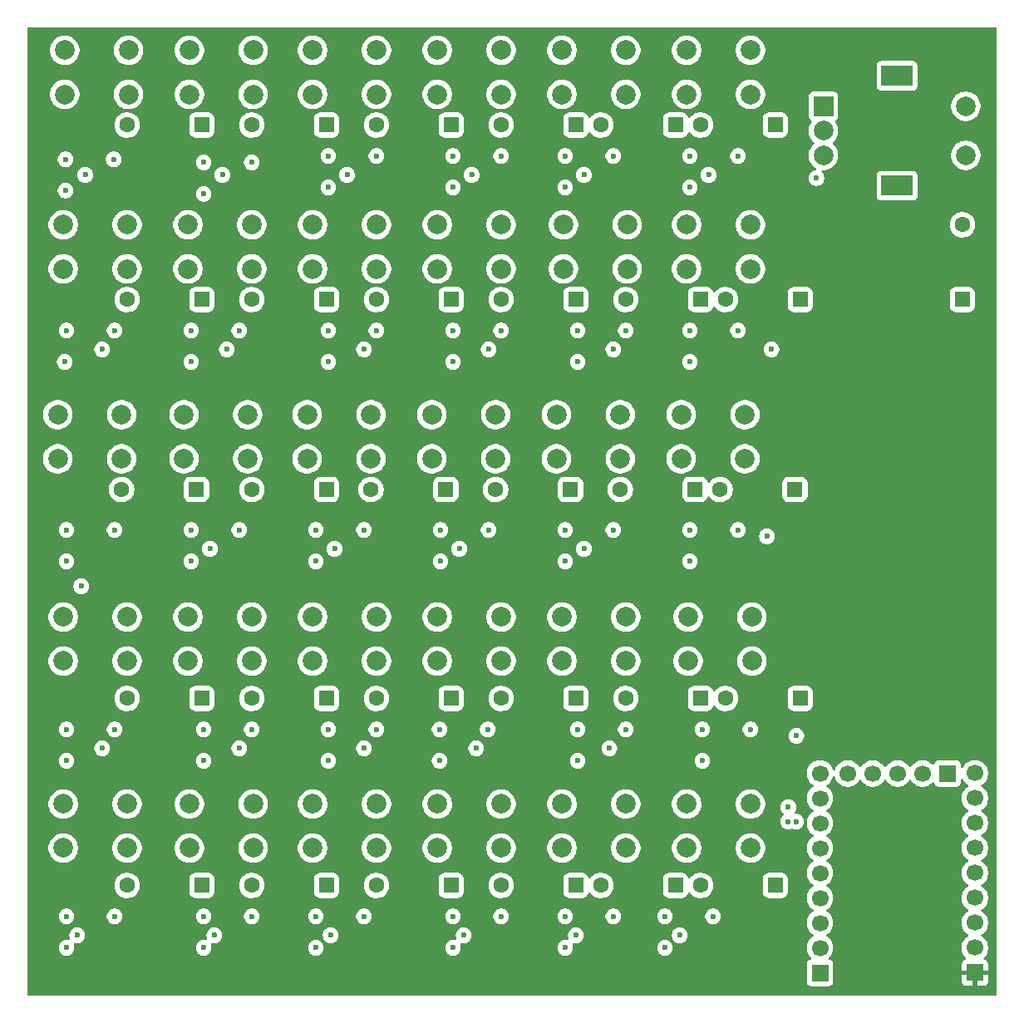
<source format=gbr>
%TF.GenerationSoftware,KiCad,Pcbnew,9.0.7*%
%TF.CreationDate,2026-02-20T03:41:17+09:00*%
%TF.ProjectId,YmmKeyboardMX,596d6d4b-6579-4626-9f61-72644d582e6b,rev?*%
%TF.SameCoordinates,Original*%
%TF.FileFunction,Copper,L3,Inr*%
%TF.FilePolarity,Positive*%
%FSLAX46Y46*%
G04 Gerber Fmt 4.6, Leading zero omitted, Abs format (unit mm)*
G04 Created by KiCad (PCBNEW 9.0.7) date 2026-02-20 03:41:17*
%MOMM*%
%LPD*%
G01*
G04 APERTURE LIST*
G04 Aperture macros list*
%AMRoundRect*
0 Rectangle with rounded corners*
0 $1 Rounding radius*
0 $2 $3 $4 $5 $6 $7 $8 $9 X,Y pos of 4 corners*
0 Add a 4 corners polygon primitive as box body*
4,1,4,$2,$3,$4,$5,$6,$7,$8,$9,$2,$3,0*
0 Add four circle primitives for the rounded corners*
1,1,$1+$1,$2,$3*
1,1,$1+$1,$4,$5*
1,1,$1+$1,$6,$7*
1,1,$1+$1,$8,$9*
0 Add four rect primitives between the rounded corners*
20,1,$1+$1,$2,$3,$4,$5,0*
20,1,$1+$1,$4,$5,$6,$7,0*
20,1,$1+$1,$6,$7,$8,$9,0*
20,1,$1+$1,$8,$9,$2,$3,0*%
G04 Aperture macros list end*
%TA.AperFunction,ComponentPad*%
%ADD10RoundRect,0.250000X0.550000X0.550000X-0.550000X0.550000X-0.550000X-0.550000X0.550000X-0.550000X0*%
%TD*%
%TA.AperFunction,ComponentPad*%
%ADD11C,1.600000*%
%TD*%
%TA.AperFunction,ComponentPad*%
%ADD12C,2.000000*%
%TD*%
%TA.AperFunction,ComponentPad*%
%ADD13RoundRect,0.250000X0.550000X-0.550000X0.550000X0.550000X-0.550000X0.550000X-0.550000X-0.550000X0*%
%TD*%
%TA.AperFunction,ComponentPad*%
%ADD14R,2.000000X2.000000*%
%TD*%
%TA.AperFunction,ComponentPad*%
%ADD15R,3.200000X2.000000*%
%TD*%
%TA.AperFunction,ComponentPad*%
%ADD16R,1.700000X1.700000*%
%TD*%
%TA.AperFunction,ComponentPad*%
%ADD17C,1.700000*%
%TD*%
%TA.AperFunction,ViaPad*%
%ADD18C,0.600000*%
%TD*%
G04 APERTURE END LIST*
D10*
%TO.N,Net-(D2-K)*%
%TO.C,D5*%
X185420000Y-35560000D03*
D11*
%TO.N,Net-(D5-A)*%
X177800000Y-35560000D03*
%TD*%
D10*
%TO.N,Net-(D14-K)*%
%TO.C,D19*%
X207720000Y-72680000D03*
D11*
%TO.N,Net-(D19-A)*%
X200100000Y-72680000D03*
%TD*%
D12*
%TO.N,Net-(SW12-Pad1)*%
%TO.C,SW18*%
X183440000Y-65060000D03*
X189940000Y-65060000D03*
%TO.N,Net-(D18-A)*%
X183440000Y-69560000D03*
X189940000Y-69560000D03*
%TD*%
D10*
%TO.N,Net-(D26-K)*%
%TO.C,D31*%
X205740000Y-113030000D03*
D11*
%TO.N,Net-(D31-A)*%
X198120000Y-113030000D03*
%TD*%
D12*
%TO.N,Net-(SW13-Pad1)*%
%TO.C,SW19*%
X196140000Y-65060000D03*
X202640000Y-65060000D03*
%TO.N,Net-(D19-A)*%
X196140000Y-69560000D03*
X202640000Y-69560000D03*
%TD*%
%TO.N,Net-(SW13-Pad1)*%
%TO.C,SW31*%
X196700000Y-104720000D03*
X203200000Y-104720000D03*
%TO.N,Net-(D31-A)*%
X196700000Y-109220000D03*
X203200000Y-109220000D03*
%TD*%
D10*
%TO.N,Net-(D2-K)*%
%TO.C,D3*%
X160020000Y-35560000D03*
D11*
%TO.N,Net-(D3-A)*%
X152400000Y-35560000D03*
%TD*%
D10*
%TO.N,Net-(D14-K)*%
%TO.C,D18*%
X197560000Y-72680000D03*
D11*
%TO.N,Net-(D18-A)*%
X189940000Y-72680000D03*
%TD*%
D10*
%TO.N,Net-(D26-K)*%
%TO.C,D26*%
X147320000Y-113030000D03*
D11*
%TO.N,Net-(D26-A)*%
X139700000Y-113030000D03*
%TD*%
D12*
%TO.N,Net-(SW13-Pad1)*%
%TO.C,SW7*%
X196700000Y-27940000D03*
X203200000Y-27940000D03*
%TO.N,Net-(D7-A)*%
X196700000Y-32440000D03*
X203200000Y-32440000D03*
%TD*%
D10*
%TO.N,Net-(D2-K)*%
%TO.C,D6*%
X195580000Y-35560000D03*
D11*
%TO.N,Net-(D6-A)*%
X187960000Y-35560000D03*
%TD*%
D10*
%TO.N,Net-(D26-K)*%
%TO.C,D27*%
X160020000Y-113030000D03*
D11*
%TO.N,Net-(D27-A)*%
X152400000Y-113030000D03*
%TD*%
D10*
%TO.N,Net-(D14-K)*%
%TO.C,D15*%
X160020000Y-72680000D03*
D11*
%TO.N,Net-(D15-A)*%
X152400000Y-72680000D03*
%TD*%
D12*
%TO.N,Net-(SW10-Pad1)*%
%TO.C,SW22*%
X158600000Y-85670000D03*
X165100000Y-85670000D03*
%TO.N,Net-(D22-A)*%
X158600000Y-90170000D03*
X165100000Y-90170000D03*
%TD*%
%TO.N,Net-(SW11-Pad1)*%
%TO.C,SW29*%
X171300000Y-104720000D03*
X177800000Y-104720000D03*
%TO.N,Net-(D29-A)*%
X171300000Y-109220000D03*
X177800000Y-109220000D03*
%TD*%
D10*
%TO.N,Net-(D26-K)*%
%TO.C,D28*%
X172720000Y-113030000D03*
D11*
%TO.N,Net-(D28-A)*%
X165100000Y-113030000D03*
%TD*%
D12*
%TO.N,Net-(SW10-Pad1)*%
%TO.C,SW4*%
X158600000Y-27940000D03*
X165100000Y-27940000D03*
%TO.N,Net-(D4-A)*%
X158600000Y-32440000D03*
X165100000Y-32440000D03*
%TD*%
D10*
%TO.N,Net-(D10-K)*%
%TO.C,D13*%
X208280000Y-53340000D03*
D11*
%TO.N,Net-(D13-A)*%
X200660000Y-53340000D03*
%TD*%
D12*
%TO.N,Net-(SW10-Pad1)*%
%TO.C,SW16*%
X158040000Y-65060000D03*
X164540000Y-65060000D03*
%TO.N,Net-(D16-A)*%
X158040000Y-69560000D03*
X164540000Y-69560000D03*
%TD*%
D10*
%TO.N,Net-(D10-K)*%
%TO.C,D8*%
X147320000Y-53340000D03*
D11*
%TO.N,Net-(D8-A)*%
X139700000Y-53340000D03*
%TD*%
D10*
%TO.N,Net-(D2-K)*%
%TO.C,D4*%
X172720000Y-35560000D03*
D11*
%TO.N,Net-(D4-A)*%
X165100000Y-35560000D03*
%TD*%
D10*
%TO.N,Net-(D14-K)*%
%TO.C,D16*%
X172160000Y-72680000D03*
D11*
%TO.N,Net-(D16-A)*%
X164540000Y-72680000D03*
%TD*%
D10*
%TO.N,Net-(D10-K)*%
%TO.C,D11*%
X185420000Y-53340000D03*
D11*
%TO.N,Net-(D11-A)*%
X177800000Y-53340000D03*
%TD*%
D12*
%TO.N,Net-(SW15-Pad1)*%
%TO.C,SW27*%
X146050000Y-104720000D03*
X152550000Y-104720000D03*
%TO.N,Net-(D27-A)*%
X146050000Y-109220000D03*
X152550000Y-109220000D03*
%TD*%
%TO.N,Net-(SW12-Pad1)*%
%TO.C,SW24*%
X184000000Y-85670000D03*
X190500000Y-85670000D03*
%TO.N,Net-(D24-A)*%
X184000000Y-90170000D03*
X190500000Y-90170000D03*
%TD*%
D10*
%TO.N,Net-(D20-K)*%
%TO.C,D25*%
X208280000Y-93980000D03*
D11*
%TO.N,Net-(D25-A)*%
X200660000Y-93980000D03*
%TD*%
D12*
%TO.N,Net-(SW10-Pad1)*%
%TO.C,SW10*%
X158600000Y-45720000D03*
X165100000Y-45720000D03*
%TO.N,Net-(D10-A)*%
X158600000Y-50220000D03*
X165100000Y-50220000D03*
%TD*%
%TO.N,Net-(SW14-Pad1)*%
%TO.C,SW8*%
X133200000Y-45720000D03*
X139700000Y-45720000D03*
%TO.N,Net-(D8-A)*%
X133200000Y-50220000D03*
X139700000Y-50220000D03*
%TD*%
%TO.N,Net-(SW12-Pad1)*%
%TO.C,SW6*%
X184000000Y-27940000D03*
X190500000Y-27940000D03*
%TO.N,Net-(D6-A)*%
X184000000Y-32440000D03*
X190500000Y-32440000D03*
%TD*%
D10*
%TO.N,Net-(D2-K)*%
%TO.C,D2*%
X147320000Y-35560000D03*
D11*
%TO.N,Net-(D2-A)*%
X139700000Y-35560000D03*
%TD*%
D12*
%TO.N,Net-(SW10-Pad1)*%
%TO.C,SW28*%
X158600000Y-104720000D03*
X165100000Y-104720000D03*
%TO.N,Net-(D28-A)*%
X158600000Y-109220000D03*
X165100000Y-109220000D03*
%TD*%
D10*
%TO.N,Net-(D10-K)*%
%TO.C,D9*%
X160020000Y-53340000D03*
D11*
%TO.N,Net-(D9-A)*%
X152400000Y-53340000D03*
%TD*%
D10*
%TO.N,Net-(D10-K)*%
%TO.C,D12*%
X198120000Y-53340000D03*
D11*
%TO.N,Net-(D12-A)*%
X190500000Y-53340000D03*
%TD*%
D12*
%TO.N,Net-(SW15-Pad1)*%
%TO.C,SW9*%
X145900000Y-45720000D03*
X152400000Y-45720000D03*
%TO.N,Net-(D9-A)*%
X145900000Y-50220000D03*
X152400000Y-50220000D03*
%TD*%
D10*
%TO.N,Net-(D14-K)*%
%TO.C,D17*%
X184860000Y-72680000D03*
D11*
%TO.N,Net-(D17-A)*%
X177240000Y-72680000D03*
%TD*%
D10*
%TO.N,Net-(D26-K)*%
%TO.C,D29*%
X185420000Y-113030000D03*
D11*
%TO.N,Net-(D29-A)*%
X177800000Y-113030000D03*
%TD*%
D10*
%TO.N,Net-(D26-K)*%
%TO.C,D30*%
X195580000Y-113030000D03*
D11*
%TO.N,Net-(D30-A)*%
X187960000Y-113030000D03*
%TD*%
D13*
%TO.N,Net-(D32-K)*%
%TO.C,D32*%
X224790000Y-53340000D03*
D11*
%TO.N,Net-(D32-A)*%
X224790000Y-45720000D03*
%TD*%
D12*
%TO.N,Net-(SW13-Pad1)*%
%TO.C,SW25*%
X196850000Y-85670000D03*
X203350000Y-85670000D03*
%TO.N,Net-(D25-A)*%
X196850000Y-90170000D03*
X203350000Y-90170000D03*
%TD*%
D10*
%TO.N,Net-(D20-K)*%
%TO.C,D22*%
X172720000Y-93980000D03*
D11*
%TO.N,Net-(D22-A)*%
X165100000Y-93980000D03*
%TD*%
D14*
%TO.N,Net-(SW32-PadA)*%
%TO.C,SW32*%
X210640000Y-33640000D03*
D12*
%TO.N,Net-(SW32-PadB)*%
X210640000Y-38640000D03*
%TO.N,GND*%
X210640000Y-36140000D03*
D15*
%TO.N,N/C*%
X218140000Y-30540000D03*
X218140000Y-41740000D03*
D12*
%TO.N,Net-(SW32-PadS1)*%
X225140000Y-38640000D03*
%TO.N,Net-(D32-A)*%
X225140000Y-33640000D03*
%TD*%
%TO.N,Net-(SW15-Pad1)*%
%TO.C,SW3*%
X146050000Y-27940000D03*
X152550000Y-27940000D03*
%TO.N,Net-(D3-A)*%
X146050000Y-32440000D03*
X152550000Y-32440000D03*
%TD*%
%TO.N,Net-(SW13-Pad1)*%
%TO.C,SW13*%
X196700000Y-45720000D03*
X203200000Y-45720000D03*
%TO.N,Net-(D13-A)*%
X196700000Y-50220000D03*
X203200000Y-50220000D03*
%TD*%
%TO.N,Net-(SW14-Pad1)*%
%TO.C,SW14*%
X132640000Y-65060000D03*
X139140000Y-65060000D03*
%TO.N,Net-(D14-A)*%
X132640000Y-69560000D03*
X139140000Y-69560000D03*
%TD*%
%TO.N,Net-(SW12-Pad1)*%
%TO.C,SW30*%
X184000000Y-104720000D03*
X190500000Y-104720000D03*
%TO.N,Net-(D30-A)*%
X184000000Y-109220000D03*
X190500000Y-109220000D03*
%TD*%
%TO.N,Net-(SW11-Pad1)*%
%TO.C,SW11*%
X171300000Y-45720000D03*
X177800000Y-45720000D03*
%TO.N,Net-(D11-A)*%
X171300000Y-50220000D03*
X177800000Y-50220000D03*
%TD*%
%TO.N,Net-(SW12-Pad1)*%
%TO.C,SW12*%
X184150000Y-45720000D03*
X190650000Y-45720000D03*
%TO.N,Net-(D12-A)*%
X184150000Y-50220000D03*
X190650000Y-50220000D03*
%TD*%
%TO.N,Net-(SW15-Pad1)*%
%TO.C,SW21*%
X145900000Y-85670000D03*
X152400000Y-85670000D03*
%TO.N,Net-(D21-A)*%
X145900000Y-90170000D03*
X152400000Y-90170000D03*
%TD*%
D10*
%TO.N,Net-(D20-K)*%
%TO.C,D20*%
X147320000Y-93980000D03*
D11*
%TO.N,Net-(D20-A)*%
X139700000Y-93980000D03*
%TD*%
D10*
%TO.N,Net-(D20-K)*%
%TO.C,D21*%
X160020000Y-93980000D03*
D11*
%TO.N,Net-(D21-A)*%
X152400000Y-93980000D03*
%TD*%
D12*
%TO.N,Net-(SW11-Pad1)*%
%TO.C,SW17*%
X170740000Y-65060000D03*
X177240000Y-65060000D03*
%TO.N,Net-(D17-A)*%
X170740000Y-69560000D03*
X177240000Y-69560000D03*
%TD*%
D10*
%TO.N,Net-(D14-K)*%
%TO.C,D14*%
X146760000Y-72680000D03*
D11*
%TO.N,Net-(D14-A)*%
X139140000Y-72680000D03*
%TD*%
D12*
%TO.N,Net-(SW15-Pad1)*%
%TO.C,SW15*%
X145490000Y-65060000D03*
X151990000Y-65060000D03*
%TO.N,Net-(D15-A)*%
X145490000Y-69560000D03*
X151990000Y-69560000D03*
%TD*%
%TO.N,Net-(SW11-Pad1)*%
%TO.C,SW23*%
X171300000Y-85670000D03*
X177800000Y-85670000D03*
%TO.N,Net-(D23-A)*%
X171300000Y-90170000D03*
X177800000Y-90170000D03*
%TD*%
D10*
%TO.N,Net-(D20-K)*%
%TO.C,D24*%
X198120000Y-93980000D03*
D11*
%TO.N,Net-(D24-A)*%
X190500000Y-93980000D03*
%TD*%
D10*
%TO.N,Net-(D10-K)*%
%TO.C,D10*%
X172720000Y-53340000D03*
D11*
%TO.N,Net-(D10-A)*%
X165100000Y-53340000D03*
%TD*%
D12*
%TO.N,Net-(SW14-Pad1)*%
%TO.C,SW20*%
X133200000Y-85670000D03*
X139700000Y-85670000D03*
%TO.N,Net-(D20-A)*%
X133200000Y-90170000D03*
X139700000Y-90170000D03*
%TD*%
D10*
%TO.N,Net-(D20-K)*%
%TO.C,D23*%
X185420000Y-93980000D03*
D11*
%TO.N,Net-(D23-A)*%
X177800000Y-93980000D03*
%TD*%
D12*
%TO.N,Net-(SW14-Pad1)*%
%TO.C,SW2*%
X133350000Y-27940000D03*
X139850000Y-27940000D03*
%TO.N,Net-(D2-A)*%
X133350000Y-32440000D03*
X139850000Y-32440000D03*
%TD*%
%TO.N,Net-(SW14-Pad1)*%
%TO.C,SW26*%
X133200000Y-104720000D03*
X139700000Y-104720000D03*
%TO.N,Net-(D26-A)*%
X133200000Y-109220000D03*
X139700000Y-109220000D03*
%TD*%
D16*
%TO.N,Net-(SW32-PadA)*%
%TO.C,U1*%
X210280000Y-121930000D03*
D17*
%TO.N,Net-(SW32-PadB)*%
X210280000Y-119390000D03*
%TO.N,Net-(SW32-PadS1)*%
X210280000Y-116850000D03*
%TO.N,Net-(SW13-Pad1)*%
X210280000Y-114310000D03*
%TO.N,Net-(SW12-Pad1)*%
X210280000Y-111770000D03*
%TO.N,Net-(SW11-Pad1)*%
X210280000Y-109230000D03*
%TO.N,Net-(SW10-Pad1)*%
X210280000Y-106690000D03*
%TO.N,Net-(SW15-Pad1)*%
X210280000Y-104150000D03*
%TO.N,Net-(SW14-Pad1)*%
X210280000Y-101610000D03*
%TO.N,unconnected-(U1-Pad9)*%
X213110000Y-101620000D03*
%TO.N,unconnected-(U1-Pad10)*%
X215650000Y-101620000D03*
%TO.N,unconnected-(U1-Pad11)*%
X218190000Y-101620000D03*
%TO.N,unconnected-(U1-Pad12)*%
X220730000Y-101620000D03*
D16*
%TO.N,Net-(D1-DIN)*%
X223270000Y-101620000D03*
D17*
%TO.N,Net-(D26-K)*%
X226060000Y-101600000D03*
%TO.N,Net-(D20-K)*%
X226060000Y-104140000D03*
%TO.N,Net-(D14-K)*%
X226060000Y-106680000D03*
%TO.N,Net-(D10-K)*%
X226060000Y-109220000D03*
%TO.N,Net-(D2-K)*%
X226060000Y-111760000D03*
%TO.N,Net-(D32-K)*%
X226060000Y-114300000D03*
%TO.N,unconnected-(U1-3V3-Pad30)*%
X226060000Y-116840000D03*
%TO.N,GND*%
X226060000Y-119380000D03*
D16*
%TO.N,+5V*%
X226060000Y-121920000D03*
%TD*%
D12*
%TO.N,Net-(SW11-Pad1)*%
%TO.C,SW5*%
X171300000Y-27940000D03*
X177800000Y-27940000D03*
%TO.N,Net-(D5-A)*%
X171300000Y-32440000D03*
X177800000Y-32440000D03*
%TD*%
D10*
%TO.N,Net-(D2-K)*%
%TO.C,D7*%
X205740000Y-35560000D03*
D11*
%TO.N,Net-(D7-A)*%
X198120000Y-35560000D03*
%TD*%
D18*
%TO.N,GND*%
X133530000Y-76810000D03*
X185600000Y-56490000D03*
X184330000Y-76810000D03*
X195987500Y-118110000D03*
X184330000Y-116180000D03*
X171540000Y-97130000D03*
X172900000Y-56490000D03*
X149860000Y-58420000D03*
X162105000Y-40640000D03*
X188822500Y-99060000D03*
X147500000Y-116180000D03*
X194490000Y-116180000D03*
X185600000Y-97130000D03*
X135027500Y-82550000D03*
X210640000Y-36140000D03*
X147500000Y-39370000D03*
X133530000Y-56490000D03*
X163830000Y-58420000D03*
X198935000Y-40640000D03*
X147500000Y-97130000D03*
X133530000Y-116180000D03*
X149405000Y-40640000D03*
X160835000Y-78740000D03*
X146230000Y-76810000D03*
X197030000Y-76810000D03*
X186235000Y-40640000D03*
X135435000Y-40640000D03*
X172900000Y-116180000D03*
X185420000Y-118110000D03*
X148590000Y-118110000D03*
X189230000Y-58420000D03*
X160200000Y-38710000D03*
X148135000Y-78740000D03*
X134620000Y-118110000D03*
X173535000Y-78740000D03*
X226060000Y-119380000D03*
X172900000Y-38710000D03*
X186235000Y-78740000D03*
X137160000Y-58420000D03*
X197030000Y-38710000D03*
X160200000Y-56490000D03*
X158930000Y-76810000D03*
X205332500Y-58420000D03*
X173990000Y-118110000D03*
X146230000Y-56490000D03*
X184330000Y-38710000D03*
X175260000Y-99060000D03*
X197030000Y-56490000D03*
X174805000Y-40640000D03*
X204877500Y-77470000D03*
X133440000Y-39040000D03*
X198300000Y-97130000D03*
X158930000Y-116180000D03*
X137160000Y-99060000D03*
X176530000Y-58420000D03*
X163830000Y-99060000D03*
X171630000Y-76810000D03*
X160200000Y-97130000D03*
X133530000Y-97130000D03*
X151130000Y-99060000D03*
X160427500Y-118110000D03*
X207872500Y-97790000D03*
%TO.N,Net-(D1-DOUT)*%
X147500000Y-42570000D03*
X138340000Y-39040000D03*
%TO.N,Net-(D1-DIN)*%
X133440000Y-42240000D03*
%TO.N,Net-(D33-DOUT)*%
X160200000Y-41910000D03*
X152400000Y-39370000D03*
%TO.N,Net-(D34-DOUT)*%
X165100000Y-38710000D03*
X172900000Y-41910000D03*
%TO.N,Net-(D35-DOUT)*%
X177800000Y-38710000D03*
X184330000Y-41910000D03*
%TO.N,Net-(D36-DOUT)*%
X189230000Y-38710000D03*
X197030000Y-41910000D03*
%TO.N,Net-(D37-DOUT)*%
X201930000Y-38710000D03*
X133350000Y-59690000D03*
%TO.N,Net-(D38-DOUT)*%
X138430000Y-56490000D03*
X146230000Y-59690000D03*
%TO.N,Net-(D39-DOUT)*%
X160200000Y-59690000D03*
X151130000Y-56490000D03*
%TO.N,Net-(D40-DOUT)*%
X165100000Y-56490000D03*
X172900000Y-59690000D03*
%TO.N,Net-(D41-DOUT)*%
X185600000Y-59690000D03*
X177800000Y-56490000D03*
%TO.N,Net-(D42-DOUT)*%
X190500000Y-56490000D03*
X197030000Y-59690000D03*
%TO.N,Net-(D43-DOUT)*%
X133530000Y-80010000D03*
X201930000Y-56490000D03*
%TO.N,Net-(D44-DOUT)*%
X138430000Y-76810000D03*
X146230000Y-80010000D03*
%TO.N,Net-(D45-DOUT)*%
X151130000Y-76810000D03*
X158930000Y-80010000D03*
X151130000Y-76810000D03*
%TO.N,Net-(D46-DOUT)*%
X171630000Y-80010000D03*
X163830000Y-76810000D03*
%TO.N,Net-(D47-DOUT)*%
X176530000Y-76810000D03*
X184330000Y-80010000D03*
%TO.N,Net-(D48-DOUT)*%
X189230000Y-76810000D03*
X197030000Y-80010000D03*
%TO.N,Net-(D49-DOUT)*%
X201930000Y-76810000D03*
X133530000Y-100330000D03*
%TO.N,Net-(D50-DOUT)*%
X147500000Y-100330000D03*
X138430000Y-97130000D03*
%TO.N,Net-(D51-DOUT)*%
X152400000Y-97130000D03*
X160200000Y-100330000D03*
%TO.N,Net-(D52-DOUT)*%
X165100000Y-97130000D03*
X171540000Y-100330000D03*
%TO.N,Net-(D53-DOUT)*%
X185600000Y-100330000D03*
X176440000Y-97130000D03*
%TO.N,Net-(D54-DOUT)*%
X190500000Y-97130000D03*
X198300000Y-100330000D03*
%TO.N,Net-(D55-DOUT)*%
X133530000Y-119380000D03*
X203200000Y-97130000D03*
%TO.N,Net-(D56-DOUT)*%
X138430000Y-116180000D03*
X147500000Y-119380000D03*
%TO.N,Net-(D57-DOUT)*%
X158930000Y-119380000D03*
X152400000Y-116180000D03*
%TO.N,Net-(D58-DOUT)*%
X163830000Y-116180000D03*
X172900000Y-119380000D03*
%TO.N,Net-(D59-DOUT)*%
X177800000Y-116180000D03*
X184330000Y-119380000D03*
%TO.N,Net-(D60-DOUT)*%
X189230000Y-116180000D03*
X194490000Y-119380000D03*
%TO.N,unconnected-(D61-DOUT-Pad4)*%
X199390000Y-116180000D03*
%TO.N,Net-(SW14-Pad1)*%
X207860000Y-106530000D03*
%TO.N,Net-(SW15-Pad1)*%
X207060000Y-105040000D03*
X207060158Y-106514000D03*
%TO.N,Net-(SW32-PadS1)*%
X225140000Y-38640000D03*
X209930000Y-40970000D03*
%TO.N,+5V*%
X175260000Y-78740000D03*
X189230000Y-119380000D03*
X200660000Y-40640000D03*
X137160000Y-40640000D03*
X151130000Y-59690000D03*
X152400000Y-42570000D03*
X189230000Y-80010000D03*
X176530000Y-80010000D03*
X165100000Y-100330000D03*
X177800000Y-41910000D03*
X199390000Y-119380000D03*
X176530000Y-40640000D03*
X135435000Y-58420000D03*
X151130000Y-40640000D03*
X176440000Y-100330000D03*
X206147500Y-97790000D03*
X187145000Y-118110000D03*
X190500000Y-100330000D03*
X149860000Y-78740000D03*
X174805000Y-58420000D03*
X163830000Y-80010000D03*
X136345000Y-118110000D03*
X203200000Y-100330000D03*
X150315000Y-118110000D03*
X226060000Y-121920000D03*
X177800000Y-59690000D03*
X190500000Y-59690000D03*
X148135000Y-58420000D03*
X152400000Y-100330000D03*
X165100000Y-41910000D03*
X138430000Y-119380000D03*
X138430000Y-100330000D03*
X189230000Y-41910000D03*
X162105000Y-58420000D03*
X203607500Y-58420000D03*
X162560000Y-78740000D03*
X201930000Y-59690000D03*
X151130000Y-80010000D03*
X136752500Y-82550000D03*
X162152500Y-118110000D03*
X197712500Y-118110000D03*
X187097500Y-99060000D03*
X149405000Y-99060000D03*
X138340000Y-42240000D03*
X187960000Y-78740000D03*
X177800000Y-119380000D03*
X201930000Y-41910000D03*
X201930000Y-80010000D03*
X165100000Y-59690000D03*
X175715000Y-118110000D03*
X138430000Y-80010000D03*
X206602500Y-77470000D03*
X152400000Y-119380000D03*
X162105000Y-99060000D03*
X173535000Y-99060000D03*
X135435000Y-99060000D03*
X187505000Y-58420000D03*
X138430000Y-59690000D03*
X200660000Y-40640000D03*
X163830000Y-119380000D03*
X163830000Y-40640000D03*
X187960000Y-40640000D03*
%TD*%
%TA.AperFunction,Conductor*%
%TO.N,+5V*%
G36*
X228242539Y-25590185D02*
G01*
X228288294Y-25642989D01*
X228299500Y-25694500D01*
X228299500Y-124135500D01*
X228279815Y-124202539D01*
X228227011Y-124248294D01*
X228175500Y-124259500D01*
X129664000Y-124259500D01*
X129596961Y-124239815D01*
X129551206Y-124187011D01*
X129540000Y-124135500D01*
X129540000Y-119301153D01*
X132729500Y-119301153D01*
X132729500Y-119458846D01*
X132760261Y-119613489D01*
X132760264Y-119613501D01*
X132820602Y-119759172D01*
X132820609Y-119759185D01*
X132908210Y-119890288D01*
X132908213Y-119890292D01*
X133019707Y-120001786D01*
X133019711Y-120001789D01*
X133150814Y-120089390D01*
X133150827Y-120089397D01*
X133296498Y-120149735D01*
X133296503Y-120149737D01*
X133451153Y-120180499D01*
X133451156Y-120180500D01*
X133451158Y-120180500D01*
X133608844Y-120180500D01*
X133608845Y-120180499D01*
X133763497Y-120149737D01*
X133909179Y-120089394D01*
X134040289Y-120001789D01*
X134151789Y-119890289D01*
X134239394Y-119759179D01*
X134299737Y-119613497D01*
X134330500Y-119458842D01*
X134330500Y-119301158D01*
X134330500Y-119301155D01*
X134330499Y-119301153D01*
X146699500Y-119301153D01*
X146699500Y-119458846D01*
X146730261Y-119613489D01*
X146730264Y-119613501D01*
X146790602Y-119759172D01*
X146790609Y-119759185D01*
X146878210Y-119890288D01*
X146878213Y-119890292D01*
X146989707Y-120001786D01*
X146989711Y-120001789D01*
X147120814Y-120089390D01*
X147120827Y-120089397D01*
X147266498Y-120149735D01*
X147266503Y-120149737D01*
X147421153Y-120180499D01*
X147421156Y-120180500D01*
X147421158Y-120180500D01*
X147578844Y-120180500D01*
X147578845Y-120180499D01*
X147733497Y-120149737D01*
X147879179Y-120089394D01*
X148010289Y-120001789D01*
X148121789Y-119890289D01*
X148209394Y-119759179D01*
X148269737Y-119613497D01*
X148300500Y-119458842D01*
X148300500Y-119301158D01*
X148300500Y-119301155D01*
X148300499Y-119301153D01*
X158129500Y-119301153D01*
X158129500Y-119458846D01*
X158160261Y-119613489D01*
X158160264Y-119613501D01*
X158220602Y-119759172D01*
X158220609Y-119759185D01*
X158308210Y-119890288D01*
X158308213Y-119890292D01*
X158419707Y-120001786D01*
X158419711Y-120001789D01*
X158550814Y-120089390D01*
X158550827Y-120089397D01*
X158696498Y-120149735D01*
X158696503Y-120149737D01*
X158851153Y-120180499D01*
X158851156Y-120180500D01*
X158851158Y-120180500D01*
X159008844Y-120180500D01*
X159008845Y-120180499D01*
X159163497Y-120149737D01*
X159309179Y-120089394D01*
X159440289Y-120001789D01*
X159551789Y-119890289D01*
X159639394Y-119759179D01*
X159699737Y-119613497D01*
X159730500Y-119458842D01*
X159730500Y-119301158D01*
X159730500Y-119301155D01*
X159730499Y-119301153D01*
X172099500Y-119301153D01*
X172099500Y-119458846D01*
X172130261Y-119613489D01*
X172130264Y-119613501D01*
X172190602Y-119759172D01*
X172190609Y-119759185D01*
X172278210Y-119890288D01*
X172278213Y-119890292D01*
X172389707Y-120001786D01*
X172389711Y-120001789D01*
X172520814Y-120089390D01*
X172520827Y-120089397D01*
X172666498Y-120149735D01*
X172666503Y-120149737D01*
X172821153Y-120180499D01*
X172821156Y-120180500D01*
X172821158Y-120180500D01*
X172978844Y-120180500D01*
X172978845Y-120180499D01*
X173133497Y-120149737D01*
X173279179Y-120089394D01*
X173410289Y-120001789D01*
X173521789Y-119890289D01*
X173609394Y-119759179D01*
X173669737Y-119613497D01*
X173700500Y-119458842D01*
X173700500Y-119301158D01*
X173700500Y-119301155D01*
X173700499Y-119301153D01*
X183529500Y-119301153D01*
X183529500Y-119458846D01*
X183560261Y-119613489D01*
X183560264Y-119613501D01*
X183620602Y-119759172D01*
X183620609Y-119759185D01*
X183708210Y-119890288D01*
X183708213Y-119890292D01*
X183819707Y-120001786D01*
X183819711Y-120001789D01*
X183950814Y-120089390D01*
X183950827Y-120089397D01*
X184096498Y-120149735D01*
X184096503Y-120149737D01*
X184251153Y-120180499D01*
X184251156Y-120180500D01*
X184251158Y-120180500D01*
X184408844Y-120180500D01*
X184408845Y-120180499D01*
X184563497Y-120149737D01*
X184709179Y-120089394D01*
X184840289Y-120001789D01*
X184951789Y-119890289D01*
X185039394Y-119759179D01*
X185099737Y-119613497D01*
X185130500Y-119458842D01*
X185130500Y-119301158D01*
X185130500Y-119301155D01*
X185130499Y-119301153D01*
X193689500Y-119301153D01*
X193689500Y-119458846D01*
X193720261Y-119613489D01*
X193720264Y-119613501D01*
X193780602Y-119759172D01*
X193780609Y-119759185D01*
X193868210Y-119890288D01*
X193868213Y-119890292D01*
X193979707Y-120001786D01*
X193979711Y-120001789D01*
X194110814Y-120089390D01*
X194110827Y-120089397D01*
X194256498Y-120149735D01*
X194256503Y-120149737D01*
X194411153Y-120180499D01*
X194411156Y-120180500D01*
X194411158Y-120180500D01*
X194568844Y-120180500D01*
X194568845Y-120180499D01*
X194723497Y-120149737D01*
X194869179Y-120089394D01*
X195000289Y-120001789D01*
X195111789Y-119890289D01*
X195199394Y-119759179D01*
X195259737Y-119613497D01*
X195290500Y-119458842D01*
X195290500Y-119301158D01*
X195290500Y-119301155D01*
X195290499Y-119301153D01*
X195259738Y-119146510D01*
X195259737Y-119146503D01*
X195220305Y-119051304D01*
X195199397Y-119000827D01*
X195199390Y-119000814D01*
X195111789Y-118869711D01*
X195111786Y-118869707D01*
X195000292Y-118758213D01*
X195000288Y-118758210D01*
X194869185Y-118670609D01*
X194869172Y-118670602D01*
X194723501Y-118610264D01*
X194723489Y-118610261D01*
X194568845Y-118579500D01*
X194568842Y-118579500D01*
X194411158Y-118579500D01*
X194411155Y-118579500D01*
X194256510Y-118610261D01*
X194256498Y-118610264D01*
X194110827Y-118670602D01*
X194110814Y-118670609D01*
X193979711Y-118758210D01*
X193979707Y-118758213D01*
X193868213Y-118869707D01*
X193868210Y-118869711D01*
X193780609Y-119000814D01*
X193780602Y-119000827D01*
X193720264Y-119146498D01*
X193720261Y-119146510D01*
X193689500Y-119301153D01*
X185130499Y-119301153D01*
X185099738Y-119146510D01*
X185099737Y-119146503D01*
X185060303Y-119051302D01*
X185052835Y-118981834D01*
X185084110Y-118919355D01*
X185144199Y-118883703D01*
X185199056Y-118882234D01*
X185229503Y-118888290D01*
X185341155Y-118910500D01*
X185341158Y-118910500D01*
X185498844Y-118910500D01*
X185498845Y-118910499D01*
X185653497Y-118879737D01*
X185799179Y-118819394D01*
X185930289Y-118731789D01*
X186041789Y-118620289D01*
X186129394Y-118489179D01*
X186189737Y-118343497D01*
X186220500Y-118188842D01*
X186220500Y-118031158D01*
X186220500Y-118031155D01*
X186220499Y-118031153D01*
X195187000Y-118031153D01*
X195187000Y-118188846D01*
X195217761Y-118343489D01*
X195217764Y-118343501D01*
X195278102Y-118489172D01*
X195278109Y-118489185D01*
X195365710Y-118620288D01*
X195365713Y-118620292D01*
X195477207Y-118731786D01*
X195477211Y-118731789D01*
X195608314Y-118819390D01*
X195608327Y-118819397D01*
X195710187Y-118861588D01*
X195754003Y-118879737D01*
X195908653Y-118910499D01*
X195908656Y-118910500D01*
X195908658Y-118910500D01*
X196066344Y-118910500D01*
X196066345Y-118910499D01*
X196220997Y-118879737D01*
X196366679Y-118819394D01*
X196497789Y-118731789D01*
X196609289Y-118620289D01*
X196696894Y-118489179D01*
X196757237Y-118343497D01*
X196788000Y-118188842D01*
X196788000Y-118031158D01*
X196788000Y-118031155D01*
X196787999Y-118031153D01*
X196781706Y-117999516D01*
X196757237Y-117876503D01*
X196754589Y-117870109D01*
X196696897Y-117730827D01*
X196696890Y-117730814D01*
X196609289Y-117599711D01*
X196609286Y-117599707D01*
X196497792Y-117488213D01*
X196497788Y-117488210D01*
X196366685Y-117400609D01*
X196366672Y-117400602D01*
X196221001Y-117340264D01*
X196220989Y-117340261D01*
X196066345Y-117309500D01*
X196066342Y-117309500D01*
X195908658Y-117309500D01*
X195908655Y-117309500D01*
X195754010Y-117340261D01*
X195753998Y-117340264D01*
X195608327Y-117400602D01*
X195608314Y-117400609D01*
X195477211Y-117488210D01*
X195477207Y-117488213D01*
X195365713Y-117599707D01*
X195365710Y-117599711D01*
X195278109Y-117730814D01*
X195278102Y-117730827D01*
X195217764Y-117876498D01*
X195217761Y-117876510D01*
X195187000Y-118031153D01*
X186220499Y-118031153D01*
X186214206Y-117999516D01*
X186189737Y-117876503D01*
X186187089Y-117870109D01*
X186129397Y-117730827D01*
X186129390Y-117730814D01*
X186041789Y-117599711D01*
X186041786Y-117599707D01*
X185930292Y-117488213D01*
X185930288Y-117488210D01*
X185799185Y-117400609D01*
X185799172Y-117400602D01*
X185653501Y-117340264D01*
X185653489Y-117340261D01*
X185498845Y-117309500D01*
X185498842Y-117309500D01*
X185341158Y-117309500D01*
X185341155Y-117309500D01*
X185186510Y-117340261D01*
X185186498Y-117340264D01*
X185040827Y-117400602D01*
X185040814Y-117400609D01*
X184909711Y-117488210D01*
X184909707Y-117488213D01*
X184798213Y-117599707D01*
X184798210Y-117599711D01*
X184710609Y-117730814D01*
X184710602Y-117730827D01*
X184650264Y-117876498D01*
X184650261Y-117876510D01*
X184619500Y-118031153D01*
X184619500Y-118188846D01*
X184650261Y-118343489D01*
X184650264Y-118343501D01*
X184689695Y-118438696D01*
X184697164Y-118508165D01*
X184665889Y-118570644D01*
X184605800Y-118606296D01*
X184550943Y-118607765D01*
X184408845Y-118579500D01*
X184408842Y-118579500D01*
X184251158Y-118579500D01*
X184251155Y-118579500D01*
X184096510Y-118610261D01*
X184096498Y-118610264D01*
X183950827Y-118670602D01*
X183950814Y-118670609D01*
X183819711Y-118758210D01*
X183819707Y-118758213D01*
X183708213Y-118869707D01*
X183708210Y-118869711D01*
X183620609Y-119000814D01*
X183620602Y-119000827D01*
X183560264Y-119146498D01*
X183560261Y-119146510D01*
X183529500Y-119301153D01*
X173700499Y-119301153D01*
X173669738Y-119146510D01*
X173669737Y-119146503D01*
X173630303Y-119051302D01*
X173622835Y-118981834D01*
X173654110Y-118919355D01*
X173714199Y-118883703D01*
X173769056Y-118882234D01*
X173799503Y-118888290D01*
X173911155Y-118910500D01*
X173911158Y-118910500D01*
X174068844Y-118910500D01*
X174068845Y-118910499D01*
X174223497Y-118879737D01*
X174369179Y-118819394D01*
X174500289Y-118731789D01*
X174611789Y-118620289D01*
X174699394Y-118489179D01*
X174759737Y-118343497D01*
X174790500Y-118188842D01*
X174790500Y-118031158D01*
X174790500Y-118031155D01*
X174790499Y-118031153D01*
X174784206Y-117999516D01*
X174759737Y-117876503D01*
X174757089Y-117870109D01*
X174699397Y-117730827D01*
X174699390Y-117730814D01*
X174611789Y-117599711D01*
X174611786Y-117599707D01*
X174500292Y-117488213D01*
X174500288Y-117488210D01*
X174369185Y-117400609D01*
X174369172Y-117400602D01*
X174223501Y-117340264D01*
X174223489Y-117340261D01*
X174068845Y-117309500D01*
X174068842Y-117309500D01*
X173911158Y-117309500D01*
X173911155Y-117309500D01*
X173756510Y-117340261D01*
X173756498Y-117340264D01*
X173610827Y-117400602D01*
X173610814Y-117400609D01*
X173479711Y-117488210D01*
X173479707Y-117488213D01*
X173368213Y-117599707D01*
X173368210Y-117599711D01*
X173280609Y-117730814D01*
X173280602Y-117730827D01*
X173220264Y-117876498D01*
X173220261Y-117876510D01*
X173189500Y-118031153D01*
X173189500Y-118188846D01*
X173220261Y-118343489D01*
X173220264Y-118343501D01*
X173259695Y-118438696D01*
X173267164Y-118508165D01*
X173235889Y-118570644D01*
X173175800Y-118606296D01*
X173120943Y-118607765D01*
X172978845Y-118579500D01*
X172978842Y-118579500D01*
X172821158Y-118579500D01*
X172821155Y-118579500D01*
X172666510Y-118610261D01*
X172666498Y-118610264D01*
X172520827Y-118670602D01*
X172520814Y-118670609D01*
X172389711Y-118758210D01*
X172389707Y-118758213D01*
X172278213Y-118869707D01*
X172278210Y-118869711D01*
X172190609Y-119000814D01*
X172190602Y-119000827D01*
X172130264Y-119146498D01*
X172130261Y-119146510D01*
X172099500Y-119301153D01*
X159730499Y-119301153D01*
X159699738Y-119146510D01*
X159699737Y-119146503D01*
X159660305Y-119051304D01*
X159639397Y-119000827D01*
X159639390Y-119000814D01*
X159551789Y-118869711D01*
X159551786Y-118869707D01*
X159440292Y-118758213D01*
X159440288Y-118758210D01*
X159309185Y-118670609D01*
X159309172Y-118670602D01*
X159163501Y-118610264D01*
X159163489Y-118610261D01*
X159008845Y-118579500D01*
X159008842Y-118579500D01*
X158851158Y-118579500D01*
X158851155Y-118579500D01*
X158696510Y-118610261D01*
X158696498Y-118610264D01*
X158550827Y-118670602D01*
X158550814Y-118670609D01*
X158419711Y-118758210D01*
X158419707Y-118758213D01*
X158308213Y-118869707D01*
X158308210Y-118869711D01*
X158220609Y-119000814D01*
X158220602Y-119000827D01*
X158160264Y-119146498D01*
X158160261Y-119146510D01*
X158129500Y-119301153D01*
X148300499Y-119301153D01*
X148269738Y-119146510D01*
X148269737Y-119146503D01*
X148230303Y-119051302D01*
X148222835Y-118981834D01*
X148254110Y-118919355D01*
X148314199Y-118883703D01*
X148369056Y-118882234D01*
X148399503Y-118888290D01*
X148511155Y-118910500D01*
X148511158Y-118910500D01*
X148668844Y-118910500D01*
X148668845Y-118910499D01*
X148823497Y-118879737D01*
X148969179Y-118819394D01*
X149100289Y-118731789D01*
X149211789Y-118620289D01*
X149299394Y-118489179D01*
X149359737Y-118343497D01*
X149390500Y-118188842D01*
X149390500Y-118031158D01*
X149390500Y-118031155D01*
X149390499Y-118031153D01*
X159627000Y-118031153D01*
X159627000Y-118188846D01*
X159657761Y-118343489D01*
X159657764Y-118343501D01*
X159718102Y-118489172D01*
X159718109Y-118489185D01*
X159805710Y-118620288D01*
X159805713Y-118620292D01*
X159917207Y-118731786D01*
X159917211Y-118731789D01*
X160048314Y-118819390D01*
X160048327Y-118819397D01*
X160150187Y-118861588D01*
X160194003Y-118879737D01*
X160348653Y-118910499D01*
X160348656Y-118910500D01*
X160348658Y-118910500D01*
X160506344Y-118910500D01*
X160506345Y-118910499D01*
X160660997Y-118879737D01*
X160806679Y-118819394D01*
X160937789Y-118731789D01*
X161049289Y-118620289D01*
X161136894Y-118489179D01*
X161197237Y-118343497D01*
X161228000Y-118188842D01*
X161228000Y-118031158D01*
X161228000Y-118031155D01*
X161227999Y-118031153D01*
X161221706Y-117999516D01*
X161197237Y-117876503D01*
X161194589Y-117870109D01*
X161136897Y-117730827D01*
X161136890Y-117730814D01*
X161049289Y-117599711D01*
X161049286Y-117599707D01*
X160937792Y-117488213D01*
X160937788Y-117488210D01*
X160806685Y-117400609D01*
X160806672Y-117400602D01*
X160661001Y-117340264D01*
X160660989Y-117340261D01*
X160506345Y-117309500D01*
X160506342Y-117309500D01*
X160348658Y-117309500D01*
X160348655Y-117309500D01*
X160194010Y-117340261D01*
X160193998Y-117340264D01*
X160048327Y-117400602D01*
X160048314Y-117400609D01*
X159917211Y-117488210D01*
X159917207Y-117488213D01*
X159805713Y-117599707D01*
X159805710Y-117599711D01*
X159718109Y-117730814D01*
X159718102Y-117730827D01*
X159657764Y-117876498D01*
X159657761Y-117876510D01*
X159627000Y-118031153D01*
X149390499Y-118031153D01*
X149384206Y-117999516D01*
X149359737Y-117876503D01*
X149357089Y-117870109D01*
X149299397Y-117730827D01*
X149299390Y-117730814D01*
X149211789Y-117599711D01*
X149211786Y-117599707D01*
X149100292Y-117488213D01*
X149100288Y-117488210D01*
X148969185Y-117400609D01*
X148969172Y-117400602D01*
X148823501Y-117340264D01*
X148823489Y-117340261D01*
X148668845Y-117309500D01*
X148668842Y-117309500D01*
X148511158Y-117309500D01*
X148511155Y-117309500D01*
X148356510Y-117340261D01*
X148356498Y-117340264D01*
X148210827Y-117400602D01*
X148210814Y-117400609D01*
X148079711Y-117488210D01*
X148079707Y-117488213D01*
X147968213Y-117599707D01*
X147968210Y-117599711D01*
X147880609Y-117730814D01*
X147880602Y-117730827D01*
X147820264Y-117876498D01*
X147820261Y-117876510D01*
X147789500Y-118031153D01*
X147789500Y-118188846D01*
X147820261Y-118343489D01*
X147820264Y-118343501D01*
X147859695Y-118438696D01*
X147867164Y-118508165D01*
X147835889Y-118570644D01*
X147775800Y-118606296D01*
X147720943Y-118607765D01*
X147578845Y-118579500D01*
X147578842Y-118579500D01*
X147421158Y-118579500D01*
X147421155Y-118579500D01*
X147266510Y-118610261D01*
X147266498Y-118610264D01*
X147120827Y-118670602D01*
X147120814Y-118670609D01*
X146989711Y-118758210D01*
X146989707Y-118758213D01*
X146878213Y-118869707D01*
X146878210Y-118869711D01*
X146790609Y-119000814D01*
X146790602Y-119000827D01*
X146730264Y-119146498D01*
X146730261Y-119146510D01*
X146699500Y-119301153D01*
X134330499Y-119301153D01*
X134299738Y-119146510D01*
X134299737Y-119146503D01*
X134260303Y-119051302D01*
X134252835Y-118981834D01*
X134284110Y-118919355D01*
X134344199Y-118883703D01*
X134399056Y-118882234D01*
X134429503Y-118888290D01*
X134541155Y-118910500D01*
X134541158Y-118910500D01*
X134698844Y-118910500D01*
X134698845Y-118910499D01*
X134853497Y-118879737D01*
X134999179Y-118819394D01*
X135130289Y-118731789D01*
X135241789Y-118620289D01*
X135329394Y-118489179D01*
X135389737Y-118343497D01*
X135420500Y-118188842D01*
X135420500Y-118031158D01*
X135420500Y-118031155D01*
X135420499Y-118031153D01*
X135414206Y-117999516D01*
X135389737Y-117876503D01*
X135387089Y-117870109D01*
X135329397Y-117730827D01*
X135329390Y-117730814D01*
X135241789Y-117599711D01*
X135241786Y-117599707D01*
X135130292Y-117488213D01*
X135130288Y-117488210D01*
X134999185Y-117400609D01*
X134999172Y-117400602D01*
X134853501Y-117340264D01*
X134853489Y-117340261D01*
X134698845Y-117309500D01*
X134698842Y-117309500D01*
X134541158Y-117309500D01*
X134541155Y-117309500D01*
X134386510Y-117340261D01*
X134386498Y-117340264D01*
X134240827Y-117400602D01*
X134240814Y-117400609D01*
X134109711Y-117488210D01*
X134109707Y-117488213D01*
X133998213Y-117599707D01*
X133998210Y-117599711D01*
X133910609Y-117730814D01*
X133910602Y-117730827D01*
X133850264Y-117876498D01*
X133850261Y-117876510D01*
X133819500Y-118031153D01*
X133819500Y-118188846D01*
X133850261Y-118343489D01*
X133850264Y-118343501D01*
X133889695Y-118438696D01*
X133897164Y-118508165D01*
X133865889Y-118570644D01*
X133805800Y-118606296D01*
X133750943Y-118607765D01*
X133608845Y-118579500D01*
X133608842Y-118579500D01*
X133451158Y-118579500D01*
X133451155Y-118579500D01*
X133296510Y-118610261D01*
X133296498Y-118610264D01*
X133150827Y-118670602D01*
X133150814Y-118670609D01*
X133019711Y-118758210D01*
X133019707Y-118758213D01*
X132908213Y-118869707D01*
X132908210Y-118869711D01*
X132820609Y-119000814D01*
X132820602Y-119000827D01*
X132760264Y-119146498D01*
X132760261Y-119146510D01*
X132729500Y-119301153D01*
X129540000Y-119301153D01*
X129540000Y-116101153D01*
X132729500Y-116101153D01*
X132729500Y-116258846D01*
X132760261Y-116413489D01*
X132760264Y-116413501D01*
X132820602Y-116559172D01*
X132820609Y-116559185D01*
X132908210Y-116690288D01*
X132908213Y-116690292D01*
X133019707Y-116801786D01*
X133019711Y-116801789D01*
X133150814Y-116889390D01*
X133150827Y-116889397D01*
X133288171Y-116946286D01*
X133296503Y-116949737D01*
X133451153Y-116980499D01*
X133451156Y-116980500D01*
X133451158Y-116980500D01*
X133608844Y-116980500D01*
X133608845Y-116980499D01*
X133763497Y-116949737D01*
X133909179Y-116889394D01*
X134040289Y-116801789D01*
X134151789Y-116690289D01*
X134239394Y-116559179D01*
X134299737Y-116413497D01*
X134330500Y-116258842D01*
X134330500Y-116101158D01*
X134330500Y-116101155D01*
X134330499Y-116101153D01*
X137629500Y-116101153D01*
X137629500Y-116258846D01*
X137660261Y-116413489D01*
X137660264Y-116413501D01*
X137720602Y-116559172D01*
X137720609Y-116559185D01*
X137808210Y-116690288D01*
X137808213Y-116690292D01*
X137919707Y-116801786D01*
X137919711Y-116801789D01*
X138050814Y-116889390D01*
X138050827Y-116889397D01*
X138188171Y-116946286D01*
X138196503Y-116949737D01*
X138351153Y-116980499D01*
X138351156Y-116980500D01*
X138351158Y-116980500D01*
X138508844Y-116980500D01*
X138508845Y-116980499D01*
X138663497Y-116949737D01*
X138809179Y-116889394D01*
X138940289Y-116801789D01*
X139051789Y-116690289D01*
X139139394Y-116559179D01*
X139199737Y-116413497D01*
X139230500Y-116258842D01*
X139230500Y-116101158D01*
X139230500Y-116101155D01*
X139230499Y-116101153D01*
X146699500Y-116101153D01*
X146699500Y-116258846D01*
X146730261Y-116413489D01*
X146730264Y-116413501D01*
X146790602Y-116559172D01*
X146790609Y-116559185D01*
X146878210Y-116690288D01*
X146878213Y-116690292D01*
X146989707Y-116801786D01*
X146989711Y-116801789D01*
X147120814Y-116889390D01*
X147120827Y-116889397D01*
X147258171Y-116946286D01*
X147266503Y-116949737D01*
X147421153Y-116980499D01*
X147421156Y-116980500D01*
X147421158Y-116980500D01*
X147578844Y-116980500D01*
X147578845Y-116980499D01*
X147733497Y-116949737D01*
X147879179Y-116889394D01*
X148010289Y-116801789D01*
X148121789Y-116690289D01*
X148209394Y-116559179D01*
X148269737Y-116413497D01*
X148300500Y-116258842D01*
X148300500Y-116101158D01*
X148300500Y-116101155D01*
X148300499Y-116101153D01*
X151599500Y-116101153D01*
X151599500Y-116258846D01*
X151630261Y-116413489D01*
X151630264Y-116413501D01*
X151690602Y-116559172D01*
X151690609Y-116559185D01*
X151778210Y-116690288D01*
X151778213Y-116690292D01*
X151889707Y-116801786D01*
X151889711Y-116801789D01*
X152020814Y-116889390D01*
X152020827Y-116889397D01*
X152158171Y-116946286D01*
X152166503Y-116949737D01*
X152321153Y-116980499D01*
X152321156Y-116980500D01*
X152321158Y-116980500D01*
X152478844Y-116980500D01*
X152478845Y-116980499D01*
X152633497Y-116949737D01*
X152779179Y-116889394D01*
X152910289Y-116801789D01*
X153021789Y-116690289D01*
X153109394Y-116559179D01*
X153169737Y-116413497D01*
X153200500Y-116258842D01*
X153200500Y-116101158D01*
X153200500Y-116101155D01*
X153200499Y-116101153D01*
X158129500Y-116101153D01*
X158129500Y-116258846D01*
X158160261Y-116413489D01*
X158160264Y-116413501D01*
X158220602Y-116559172D01*
X158220609Y-116559185D01*
X158308210Y-116690288D01*
X158308213Y-116690292D01*
X158419707Y-116801786D01*
X158419711Y-116801789D01*
X158550814Y-116889390D01*
X158550827Y-116889397D01*
X158688171Y-116946286D01*
X158696503Y-116949737D01*
X158851153Y-116980499D01*
X158851156Y-116980500D01*
X158851158Y-116980500D01*
X159008844Y-116980500D01*
X159008845Y-116980499D01*
X159163497Y-116949737D01*
X159309179Y-116889394D01*
X159440289Y-116801789D01*
X159551789Y-116690289D01*
X159639394Y-116559179D01*
X159699737Y-116413497D01*
X159730500Y-116258842D01*
X159730500Y-116101158D01*
X159730500Y-116101155D01*
X159730499Y-116101153D01*
X163029500Y-116101153D01*
X163029500Y-116258846D01*
X163060261Y-116413489D01*
X163060264Y-116413501D01*
X163120602Y-116559172D01*
X163120609Y-116559185D01*
X163208210Y-116690288D01*
X163208213Y-116690292D01*
X163319707Y-116801786D01*
X163319711Y-116801789D01*
X163450814Y-116889390D01*
X163450827Y-116889397D01*
X163588171Y-116946286D01*
X163596503Y-116949737D01*
X163751153Y-116980499D01*
X163751156Y-116980500D01*
X163751158Y-116980500D01*
X163908844Y-116980500D01*
X163908845Y-116980499D01*
X164063497Y-116949737D01*
X164209179Y-116889394D01*
X164340289Y-116801789D01*
X164451789Y-116690289D01*
X164539394Y-116559179D01*
X164599737Y-116413497D01*
X164630500Y-116258842D01*
X164630500Y-116101158D01*
X164630500Y-116101155D01*
X164630499Y-116101153D01*
X172099500Y-116101153D01*
X172099500Y-116258846D01*
X172130261Y-116413489D01*
X172130264Y-116413501D01*
X172190602Y-116559172D01*
X172190609Y-116559185D01*
X172278210Y-116690288D01*
X172278213Y-116690292D01*
X172389707Y-116801786D01*
X172389711Y-116801789D01*
X172520814Y-116889390D01*
X172520827Y-116889397D01*
X172658171Y-116946286D01*
X172666503Y-116949737D01*
X172821153Y-116980499D01*
X172821156Y-116980500D01*
X172821158Y-116980500D01*
X172978844Y-116980500D01*
X172978845Y-116980499D01*
X173133497Y-116949737D01*
X173279179Y-116889394D01*
X173410289Y-116801789D01*
X173521789Y-116690289D01*
X173609394Y-116559179D01*
X173669737Y-116413497D01*
X173700500Y-116258842D01*
X173700500Y-116101158D01*
X173700500Y-116101155D01*
X173700499Y-116101153D01*
X176999500Y-116101153D01*
X176999500Y-116258846D01*
X177030261Y-116413489D01*
X177030264Y-116413501D01*
X177090602Y-116559172D01*
X177090609Y-116559185D01*
X177178210Y-116690288D01*
X177178213Y-116690292D01*
X177289707Y-116801786D01*
X177289711Y-116801789D01*
X177420814Y-116889390D01*
X177420827Y-116889397D01*
X177558171Y-116946286D01*
X177566503Y-116949737D01*
X177721153Y-116980499D01*
X177721156Y-116980500D01*
X177721158Y-116980500D01*
X177878844Y-116980500D01*
X177878845Y-116980499D01*
X178033497Y-116949737D01*
X178179179Y-116889394D01*
X178310289Y-116801789D01*
X178421789Y-116690289D01*
X178509394Y-116559179D01*
X178569737Y-116413497D01*
X178600500Y-116258842D01*
X178600500Y-116101158D01*
X178600500Y-116101155D01*
X178600499Y-116101153D01*
X183529500Y-116101153D01*
X183529500Y-116258846D01*
X183560261Y-116413489D01*
X183560264Y-116413501D01*
X183620602Y-116559172D01*
X183620609Y-116559185D01*
X183708210Y-116690288D01*
X183708213Y-116690292D01*
X183819707Y-116801786D01*
X183819711Y-116801789D01*
X183950814Y-116889390D01*
X183950827Y-116889397D01*
X184088171Y-116946286D01*
X184096503Y-116949737D01*
X184251153Y-116980499D01*
X184251156Y-116980500D01*
X184251158Y-116980500D01*
X184408844Y-116980500D01*
X184408845Y-116980499D01*
X184563497Y-116949737D01*
X184709179Y-116889394D01*
X184840289Y-116801789D01*
X184951789Y-116690289D01*
X185039394Y-116559179D01*
X185099737Y-116413497D01*
X185130500Y-116258842D01*
X185130500Y-116101158D01*
X185130500Y-116101155D01*
X185130499Y-116101153D01*
X188429500Y-116101153D01*
X188429500Y-116258846D01*
X188460261Y-116413489D01*
X188460264Y-116413501D01*
X188520602Y-116559172D01*
X188520609Y-116559185D01*
X188608210Y-116690288D01*
X188608213Y-116690292D01*
X188719707Y-116801786D01*
X188719711Y-116801789D01*
X188850814Y-116889390D01*
X188850827Y-116889397D01*
X188988171Y-116946286D01*
X188996503Y-116949737D01*
X189151153Y-116980499D01*
X189151156Y-116980500D01*
X189151158Y-116980500D01*
X189308844Y-116980500D01*
X189308845Y-116980499D01*
X189463497Y-116949737D01*
X189609179Y-116889394D01*
X189740289Y-116801789D01*
X189851789Y-116690289D01*
X189939394Y-116559179D01*
X189999737Y-116413497D01*
X190030500Y-116258842D01*
X190030500Y-116101158D01*
X190030500Y-116101155D01*
X190030499Y-116101153D01*
X193689500Y-116101153D01*
X193689500Y-116258846D01*
X193720261Y-116413489D01*
X193720264Y-116413501D01*
X193780602Y-116559172D01*
X193780609Y-116559185D01*
X193868210Y-116690288D01*
X193868213Y-116690292D01*
X193979707Y-116801786D01*
X193979711Y-116801789D01*
X194110814Y-116889390D01*
X194110827Y-116889397D01*
X194248171Y-116946286D01*
X194256503Y-116949737D01*
X194411153Y-116980499D01*
X194411156Y-116980500D01*
X194411158Y-116980500D01*
X194568844Y-116980500D01*
X194568845Y-116980499D01*
X194723497Y-116949737D01*
X194869179Y-116889394D01*
X195000289Y-116801789D01*
X195111789Y-116690289D01*
X195199394Y-116559179D01*
X195259737Y-116413497D01*
X195290500Y-116258842D01*
X195290500Y-116101158D01*
X195290500Y-116101155D01*
X195290499Y-116101153D01*
X198589500Y-116101153D01*
X198589500Y-116258846D01*
X198620261Y-116413489D01*
X198620264Y-116413501D01*
X198680602Y-116559172D01*
X198680609Y-116559185D01*
X198768210Y-116690288D01*
X198768213Y-116690292D01*
X198879707Y-116801786D01*
X198879711Y-116801789D01*
X199010814Y-116889390D01*
X199010827Y-116889397D01*
X199148171Y-116946286D01*
X199156503Y-116949737D01*
X199311153Y-116980499D01*
X199311156Y-116980500D01*
X199311158Y-116980500D01*
X199468844Y-116980500D01*
X199468845Y-116980499D01*
X199623497Y-116949737D01*
X199769179Y-116889394D01*
X199900289Y-116801789D01*
X200011789Y-116690289D01*
X200099394Y-116559179D01*
X200159737Y-116413497D01*
X200190500Y-116258842D01*
X200190500Y-116101158D01*
X200190500Y-116101155D01*
X200190499Y-116101153D01*
X200159738Y-115946510D01*
X200159737Y-115946503D01*
X200159735Y-115946498D01*
X200099397Y-115800827D01*
X200099390Y-115800814D01*
X200011789Y-115669711D01*
X200011786Y-115669707D01*
X199900292Y-115558213D01*
X199900288Y-115558210D01*
X199769185Y-115470609D01*
X199769172Y-115470602D01*
X199623501Y-115410264D01*
X199623489Y-115410261D01*
X199468845Y-115379500D01*
X199468842Y-115379500D01*
X199311158Y-115379500D01*
X199311155Y-115379500D01*
X199156510Y-115410261D01*
X199156498Y-115410264D01*
X199010827Y-115470602D01*
X199010814Y-115470609D01*
X198879711Y-115558210D01*
X198879707Y-115558213D01*
X198768213Y-115669707D01*
X198768210Y-115669711D01*
X198680609Y-115800814D01*
X198680602Y-115800827D01*
X198620264Y-115946498D01*
X198620261Y-115946510D01*
X198589500Y-116101153D01*
X195290499Y-116101153D01*
X195259738Y-115946510D01*
X195259737Y-115946503D01*
X195259735Y-115946498D01*
X195199397Y-115800827D01*
X195199390Y-115800814D01*
X195111789Y-115669711D01*
X195111786Y-115669707D01*
X195000292Y-115558213D01*
X195000288Y-115558210D01*
X194869185Y-115470609D01*
X194869172Y-115470602D01*
X194723501Y-115410264D01*
X194723489Y-115410261D01*
X194568845Y-115379500D01*
X194568842Y-115379500D01*
X194411158Y-115379500D01*
X194411155Y-115379500D01*
X194256510Y-115410261D01*
X194256498Y-115410264D01*
X194110827Y-115470602D01*
X194110814Y-115470609D01*
X193979711Y-115558210D01*
X193979707Y-115558213D01*
X193868213Y-115669707D01*
X193868210Y-115669711D01*
X193780609Y-115800814D01*
X193780602Y-115800827D01*
X193720264Y-115946498D01*
X193720261Y-115946510D01*
X193689500Y-116101153D01*
X190030499Y-116101153D01*
X189999738Y-115946510D01*
X189999737Y-115946503D01*
X189999735Y-115946498D01*
X189939397Y-115800827D01*
X189939390Y-115800814D01*
X189851789Y-115669711D01*
X189851786Y-115669707D01*
X189740292Y-115558213D01*
X189740288Y-115558210D01*
X189609185Y-115470609D01*
X189609172Y-115470602D01*
X189463501Y-115410264D01*
X189463489Y-115410261D01*
X189308845Y-115379500D01*
X189308842Y-115379500D01*
X189151158Y-115379500D01*
X189151155Y-115379500D01*
X188996510Y-115410261D01*
X188996498Y-115410264D01*
X188850827Y-115470602D01*
X188850814Y-115470609D01*
X188719711Y-115558210D01*
X188719707Y-115558213D01*
X188608213Y-115669707D01*
X188608210Y-115669711D01*
X188520609Y-115800814D01*
X188520602Y-115800827D01*
X188460264Y-115946498D01*
X188460261Y-115946510D01*
X188429500Y-116101153D01*
X185130499Y-116101153D01*
X185099738Y-115946510D01*
X185099737Y-115946503D01*
X185099735Y-115946498D01*
X185039397Y-115800827D01*
X185039390Y-115800814D01*
X184951789Y-115669711D01*
X184951786Y-115669707D01*
X184840292Y-115558213D01*
X184840288Y-115558210D01*
X184709185Y-115470609D01*
X184709172Y-115470602D01*
X184563501Y-115410264D01*
X184563489Y-115410261D01*
X184408845Y-115379500D01*
X184408842Y-115379500D01*
X184251158Y-115379500D01*
X184251155Y-115379500D01*
X184096510Y-115410261D01*
X184096498Y-115410264D01*
X183950827Y-115470602D01*
X183950814Y-115470609D01*
X183819711Y-115558210D01*
X183819707Y-115558213D01*
X183708213Y-115669707D01*
X183708210Y-115669711D01*
X183620609Y-115800814D01*
X183620602Y-115800827D01*
X183560264Y-115946498D01*
X183560261Y-115946510D01*
X183529500Y-116101153D01*
X178600499Y-116101153D01*
X178569738Y-115946510D01*
X178569737Y-115946503D01*
X178569735Y-115946498D01*
X178509397Y-115800827D01*
X178509390Y-115800814D01*
X178421789Y-115669711D01*
X178421786Y-115669707D01*
X178310292Y-115558213D01*
X178310288Y-115558210D01*
X178179185Y-115470609D01*
X178179172Y-115470602D01*
X178033501Y-115410264D01*
X178033489Y-115410261D01*
X177878845Y-115379500D01*
X177878842Y-115379500D01*
X177721158Y-115379500D01*
X177721155Y-115379500D01*
X177566510Y-115410261D01*
X177566498Y-115410264D01*
X177420827Y-115470602D01*
X177420814Y-115470609D01*
X177289711Y-115558210D01*
X177289707Y-115558213D01*
X177178213Y-115669707D01*
X177178210Y-115669711D01*
X177090609Y-115800814D01*
X177090602Y-115800827D01*
X177030264Y-115946498D01*
X177030261Y-115946510D01*
X176999500Y-116101153D01*
X173700499Y-116101153D01*
X173669738Y-115946510D01*
X173669737Y-115946503D01*
X173669735Y-115946498D01*
X173609397Y-115800827D01*
X173609390Y-115800814D01*
X173521789Y-115669711D01*
X173521786Y-115669707D01*
X173410292Y-115558213D01*
X173410288Y-115558210D01*
X173279185Y-115470609D01*
X173279172Y-115470602D01*
X173133501Y-115410264D01*
X173133489Y-115410261D01*
X172978845Y-115379500D01*
X172978842Y-115379500D01*
X172821158Y-115379500D01*
X172821155Y-115379500D01*
X172666510Y-115410261D01*
X172666498Y-115410264D01*
X172520827Y-115470602D01*
X172520814Y-115470609D01*
X172389711Y-115558210D01*
X172389707Y-115558213D01*
X172278213Y-115669707D01*
X172278210Y-115669711D01*
X172190609Y-115800814D01*
X172190602Y-115800827D01*
X172130264Y-115946498D01*
X172130261Y-115946510D01*
X172099500Y-116101153D01*
X164630499Y-116101153D01*
X164599738Y-115946510D01*
X164599737Y-115946503D01*
X164599735Y-115946498D01*
X164539397Y-115800827D01*
X164539390Y-115800814D01*
X164451789Y-115669711D01*
X164451786Y-115669707D01*
X164340292Y-115558213D01*
X164340288Y-115558210D01*
X164209185Y-115470609D01*
X164209172Y-115470602D01*
X164063501Y-115410264D01*
X164063489Y-115410261D01*
X163908845Y-115379500D01*
X163908842Y-115379500D01*
X163751158Y-115379500D01*
X163751155Y-115379500D01*
X163596510Y-115410261D01*
X163596498Y-115410264D01*
X163450827Y-115470602D01*
X163450814Y-115470609D01*
X163319711Y-115558210D01*
X163319707Y-115558213D01*
X163208213Y-115669707D01*
X163208210Y-115669711D01*
X163120609Y-115800814D01*
X163120602Y-115800827D01*
X163060264Y-115946498D01*
X163060261Y-115946510D01*
X163029500Y-116101153D01*
X159730499Y-116101153D01*
X159699738Y-115946510D01*
X159699737Y-115946503D01*
X159699735Y-115946498D01*
X159639397Y-115800827D01*
X159639390Y-115800814D01*
X159551789Y-115669711D01*
X159551786Y-115669707D01*
X159440292Y-115558213D01*
X159440288Y-115558210D01*
X159309185Y-115470609D01*
X159309172Y-115470602D01*
X159163501Y-115410264D01*
X159163489Y-115410261D01*
X159008845Y-115379500D01*
X159008842Y-115379500D01*
X158851158Y-115379500D01*
X158851155Y-115379500D01*
X158696510Y-115410261D01*
X158696498Y-115410264D01*
X158550827Y-115470602D01*
X158550814Y-115470609D01*
X158419711Y-115558210D01*
X158419707Y-115558213D01*
X158308213Y-115669707D01*
X158308210Y-115669711D01*
X158220609Y-115800814D01*
X158220602Y-115800827D01*
X158160264Y-115946498D01*
X158160261Y-115946510D01*
X158129500Y-116101153D01*
X153200499Y-116101153D01*
X153169738Y-115946510D01*
X153169737Y-115946503D01*
X153169735Y-115946498D01*
X153109397Y-115800827D01*
X153109390Y-115800814D01*
X153021789Y-115669711D01*
X153021786Y-115669707D01*
X152910292Y-115558213D01*
X152910288Y-115558210D01*
X152779185Y-115470609D01*
X152779172Y-115470602D01*
X152633501Y-115410264D01*
X152633489Y-115410261D01*
X152478845Y-115379500D01*
X152478842Y-115379500D01*
X152321158Y-115379500D01*
X152321155Y-115379500D01*
X152166510Y-115410261D01*
X152166498Y-115410264D01*
X152020827Y-115470602D01*
X152020814Y-115470609D01*
X151889711Y-115558210D01*
X151889707Y-115558213D01*
X151778213Y-115669707D01*
X151778210Y-115669711D01*
X151690609Y-115800814D01*
X151690602Y-115800827D01*
X151630264Y-115946498D01*
X151630261Y-115946510D01*
X151599500Y-116101153D01*
X148300499Y-116101153D01*
X148269738Y-115946510D01*
X148269737Y-115946503D01*
X148269735Y-115946498D01*
X148209397Y-115800827D01*
X148209390Y-115800814D01*
X148121789Y-115669711D01*
X148121786Y-115669707D01*
X148010292Y-115558213D01*
X148010288Y-115558210D01*
X147879185Y-115470609D01*
X147879172Y-115470602D01*
X147733501Y-115410264D01*
X147733489Y-115410261D01*
X147578845Y-115379500D01*
X147578842Y-115379500D01*
X147421158Y-115379500D01*
X147421155Y-115379500D01*
X147266510Y-115410261D01*
X147266498Y-115410264D01*
X147120827Y-115470602D01*
X147120814Y-115470609D01*
X146989711Y-115558210D01*
X146989707Y-115558213D01*
X146878213Y-115669707D01*
X146878210Y-115669711D01*
X146790609Y-115800814D01*
X146790602Y-115800827D01*
X146730264Y-115946498D01*
X146730261Y-115946510D01*
X146699500Y-116101153D01*
X139230499Y-116101153D01*
X139199738Y-115946510D01*
X139199737Y-115946503D01*
X139199735Y-115946498D01*
X139139397Y-115800827D01*
X139139390Y-115800814D01*
X139051789Y-115669711D01*
X139051786Y-115669707D01*
X138940292Y-115558213D01*
X138940288Y-115558210D01*
X138809185Y-115470609D01*
X138809172Y-115470602D01*
X138663501Y-115410264D01*
X138663489Y-115410261D01*
X138508845Y-115379500D01*
X138508842Y-115379500D01*
X138351158Y-115379500D01*
X138351155Y-115379500D01*
X138196510Y-115410261D01*
X138196498Y-115410264D01*
X138050827Y-115470602D01*
X138050814Y-115470609D01*
X137919711Y-115558210D01*
X137919707Y-115558213D01*
X137808213Y-115669707D01*
X137808210Y-115669711D01*
X137720609Y-115800814D01*
X137720602Y-115800827D01*
X137660264Y-115946498D01*
X137660261Y-115946510D01*
X137629500Y-116101153D01*
X134330499Y-116101153D01*
X134299738Y-115946510D01*
X134299737Y-115946503D01*
X134299735Y-115946498D01*
X134239397Y-115800827D01*
X134239390Y-115800814D01*
X134151789Y-115669711D01*
X134151786Y-115669707D01*
X134040292Y-115558213D01*
X134040288Y-115558210D01*
X133909185Y-115470609D01*
X133909172Y-115470602D01*
X133763501Y-115410264D01*
X133763489Y-115410261D01*
X133608845Y-115379500D01*
X133608842Y-115379500D01*
X133451158Y-115379500D01*
X133451155Y-115379500D01*
X133296510Y-115410261D01*
X133296498Y-115410264D01*
X133150827Y-115470602D01*
X133150814Y-115470609D01*
X133019711Y-115558210D01*
X133019707Y-115558213D01*
X132908213Y-115669707D01*
X132908210Y-115669711D01*
X132820609Y-115800814D01*
X132820602Y-115800827D01*
X132760264Y-115946498D01*
X132760261Y-115946510D01*
X132729500Y-116101153D01*
X129540000Y-116101153D01*
X129540000Y-112927648D01*
X138399500Y-112927648D01*
X138399500Y-113132351D01*
X138431522Y-113334534D01*
X138494781Y-113529223D01*
X138587715Y-113711613D01*
X138708028Y-113877213D01*
X138852786Y-114021971D01*
X139007749Y-114134556D01*
X139018390Y-114142287D01*
X139119319Y-114193713D01*
X139200776Y-114235218D01*
X139200778Y-114235218D01*
X139200781Y-114235220D01*
X139291856Y-114264812D01*
X139395465Y-114298477D01*
X139496557Y-114314488D01*
X139597648Y-114330500D01*
X139597649Y-114330500D01*
X139802351Y-114330500D01*
X139802352Y-114330500D01*
X140004534Y-114298477D01*
X140199219Y-114235220D01*
X140381610Y-114142287D01*
X140510482Y-114048657D01*
X140547213Y-114021971D01*
X140547215Y-114021968D01*
X140547219Y-114021966D01*
X140691966Y-113877219D01*
X140691968Y-113877215D01*
X140691971Y-113877213D01*
X140761445Y-113781588D01*
X140812287Y-113711610D01*
X140905220Y-113529219D01*
X140968477Y-113334534D01*
X141000500Y-113132352D01*
X141000500Y-112927648D01*
X140998504Y-112915048D01*
X140968477Y-112725465D01*
X140905218Y-112530776D01*
X140880940Y-112483129D01*
X140853861Y-112429983D01*
X146019500Y-112429983D01*
X146019500Y-113630001D01*
X146019501Y-113630018D01*
X146030000Y-113732796D01*
X146030001Y-113732799D01*
X146046818Y-113783548D01*
X146085186Y-113899334D01*
X146177288Y-114048656D01*
X146301344Y-114172712D01*
X146450666Y-114264814D01*
X146617203Y-114319999D01*
X146719991Y-114330500D01*
X147920008Y-114330499D01*
X148022797Y-114319999D01*
X148189334Y-114264814D01*
X148338656Y-114172712D01*
X148462712Y-114048656D01*
X148554814Y-113899334D01*
X148609999Y-113732797D01*
X148620500Y-113630009D01*
X148620499Y-112927648D01*
X151099500Y-112927648D01*
X151099500Y-113132351D01*
X151131522Y-113334534D01*
X151194781Y-113529223D01*
X151287715Y-113711613D01*
X151408028Y-113877213D01*
X151552786Y-114021971D01*
X151707749Y-114134556D01*
X151718390Y-114142287D01*
X151819319Y-114193713D01*
X151900776Y-114235218D01*
X151900778Y-114235218D01*
X151900781Y-114235220D01*
X151991856Y-114264812D01*
X152095465Y-114298477D01*
X152196557Y-114314488D01*
X152297648Y-114330500D01*
X152297649Y-114330500D01*
X152502351Y-114330500D01*
X152502352Y-114330500D01*
X152704534Y-114298477D01*
X152899219Y-114235220D01*
X153081610Y-114142287D01*
X153210482Y-114048657D01*
X153247213Y-114021971D01*
X153247215Y-114021968D01*
X153247219Y-114021966D01*
X153391966Y-113877219D01*
X153391968Y-113877215D01*
X153391971Y-113877213D01*
X153461445Y-113781588D01*
X153512287Y-113711610D01*
X153605220Y-113529219D01*
X153668477Y-113334534D01*
X153700500Y-113132352D01*
X153700500Y-112927648D01*
X153698504Y-112915048D01*
X153668477Y-112725465D01*
X153605218Y-112530776D01*
X153580940Y-112483129D01*
X153553861Y-112429983D01*
X158719500Y-112429983D01*
X158719500Y-113630001D01*
X158719501Y-113630018D01*
X158730000Y-113732796D01*
X158730001Y-113732799D01*
X158746818Y-113783548D01*
X158785186Y-113899334D01*
X158877288Y-114048656D01*
X159001344Y-114172712D01*
X159150666Y-114264814D01*
X159317203Y-114319999D01*
X159419991Y-114330500D01*
X160620008Y-114330499D01*
X160722797Y-114319999D01*
X160889334Y-114264814D01*
X161038656Y-114172712D01*
X161162712Y-114048656D01*
X161254814Y-113899334D01*
X161309999Y-113732797D01*
X161320500Y-113630009D01*
X161320499Y-112927648D01*
X163799500Y-112927648D01*
X163799500Y-113132351D01*
X163831522Y-113334534D01*
X163894781Y-113529223D01*
X163987715Y-113711613D01*
X164108028Y-113877213D01*
X164252786Y-114021971D01*
X164407749Y-114134556D01*
X164418390Y-114142287D01*
X164519319Y-114193713D01*
X164600776Y-114235218D01*
X164600778Y-114235218D01*
X164600781Y-114235220D01*
X164691856Y-114264812D01*
X164795465Y-114298477D01*
X164896557Y-114314488D01*
X164997648Y-114330500D01*
X164997649Y-114330500D01*
X165202351Y-114330500D01*
X165202352Y-114330500D01*
X165404534Y-114298477D01*
X165599219Y-114235220D01*
X165781610Y-114142287D01*
X165910482Y-114048657D01*
X165947213Y-114021971D01*
X165947215Y-114021968D01*
X165947219Y-114021966D01*
X166091966Y-113877219D01*
X166091968Y-113877215D01*
X166091971Y-113877213D01*
X166161445Y-113781588D01*
X166212287Y-113711610D01*
X166305220Y-113529219D01*
X166368477Y-113334534D01*
X166400500Y-113132352D01*
X166400500Y-112927648D01*
X166398504Y-112915048D01*
X166368477Y-112725465D01*
X166305218Y-112530776D01*
X166280940Y-112483129D01*
X166253861Y-112429983D01*
X171419500Y-112429983D01*
X171419500Y-113630001D01*
X171419501Y-113630018D01*
X171430000Y-113732796D01*
X171430001Y-113732799D01*
X171446818Y-113783548D01*
X171485186Y-113899334D01*
X171577288Y-114048656D01*
X171701344Y-114172712D01*
X171850666Y-114264814D01*
X172017203Y-114319999D01*
X172119991Y-114330500D01*
X173320008Y-114330499D01*
X173422797Y-114319999D01*
X173589334Y-114264814D01*
X173738656Y-114172712D01*
X173862712Y-114048656D01*
X173954814Y-113899334D01*
X174009999Y-113732797D01*
X174020500Y-113630009D01*
X174020499Y-112927648D01*
X176499500Y-112927648D01*
X176499500Y-113132351D01*
X176531522Y-113334534D01*
X176594781Y-113529223D01*
X176687715Y-113711613D01*
X176808028Y-113877213D01*
X176952786Y-114021971D01*
X177107749Y-114134556D01*
X177118390Y-114142287D01*
X177219319Y-114193713D01*
X177300776Y-114235218D01*
X177300778Y-114235218D01*
X177300781Y-114235220D01*
X177391856Y-114264812D01*
X177495465Y-114298477D01*
X177596557Y-114314488D01*
X177697648Y-114330500D01*
X177697649Y-114330500D01*
X177902351Y-114330500D01*
X177902352Y-114330500D01*
X178104534Y-114298477D01*
X178299219Y-114235220D01*
X178481610Y-114142287D01*
X178610482Y-114048657D01*
X178647213Y-114021971D01*
X178647215Y-114021968D01*
X178647219Y-114021966D01*
X178791966Y-113877219D01*
X178791968Y-113877215D01*
X178791971Y-113877213D01*
X178861445Y-113781588D01*
X178912287Y-113711610D01*
X179005220Y-113529219D01*
X179068477Y-113334534D01*
X179100500Y-113132352D01*
X179100500Y-112927648D01*
X179098504Y-112915048D01*
X179068477Y-112725465D01*
X179005218Y-112530776D01*
X178980940Y-112483129D01*
X178953861Y-112429983D01*
X184119500Y-112429983D01*
X184119500Y-113630001D01*
X184119501Y-113630018D01*
X184130000Y-113732796D01*
X184130001Y-113732799D01*
X184146818Y-113783548D01*
X184185186Y-113899334D01*
X184277288Y-114048656D01*
X184401344Y-114172712D01*
X184550666Y-114264814D01*
X184717203Y-114319999D01*
X184819991Y-114330500D01*
X186020008Y-114330499D01*
X186122797Y-114319999D01*
X186289334Y-114264814D01*
X186438656Y-114172712D01*
X186562712Y-114048656D01*
X186654814Y-113899334D01*
X186681955Y-113817427D01*
X186721726Y-113759984D01*
X186786242Y-113733161D01*
X186855018Y-113745476D01*
X186899977Y-113783547D01*
X186968030Y-113877213D01*
X186968034Y-113877219D01*
X187112786Y-114021971D01*
X187267749Y-114134556D01*
X187278390Y-114142287D01*
X187379319Y-114193713D01*
X187460776Y-114235218D01*
X187460778Y-114235218D01*
X187460781Y-114235220D01*
X187551856Y-114264812D01*
X187655465Y-114298477D01*
X187756557Y-114314488D01*
X187857648Y-114330500D01*
X187857649Y-114330500D01*
X188062351Y-114330500D01*
X188062352Y-114330500D01*
X188264534Y-114298477D01*
X188459219Y-114235220D01*
X188641610Y-114142287D01*
X188770482Y-114048657D01*
X188807213Y-114021971D01*
X188807215Y-114021968D01*
X188807219Y-114021966D01*
X188951966Y-113877219D01*
X188951968Y-113877215D01*
X188951971Y-113877213D01*
X189021445Y-113781588D01*
X189072287Y-113711610D01*
X189165220Y-113529219D01*
X189228477Y-113334534D01*
X189260500Y-113132352D01*
X189260500Y-112927648D01*
X189258504Y-112915048D01*
X189228477Y-112725465D01*
X189165218Y-112530776D01*
X189140940Y-112483129D01*
X189113861Y-112429983D01*
X194279500Y-112429983D01*
X194279500Y-113630001D01*
X194279501Y-113630018D01*
X194290000Y-113732796D01*
X194290001Y-113732799D01*
X194306818Y-113783548D01*
X194345186Y-113899334D01*
X194437288Y-114048656D01*
X194561344Y-114172712D01*
X194710666Y-114264814D01*
X194877203Y-114319999D01*
X194979991Y-114330500D01*
X196180008Y-114330499D01*
X196282797Y-114319999D01*
X196449334Y-114264814D01*
X196598656Y-114172712D01*
X196722712Y-114048656D01*
X196814814Y-113899334D01*
X196841955Y-113817427D01*
X196881726Y-113759984D01*
X196946242Y-113733161D01*
X197015018Y-113745476D01*
X197059977Y-113783547D01*
X197128030Y-113877213D01*
X197128034Y-113877219D01*
X197272786Y-114021971D01*
X197427749Y-114134556D01*
X197438390Y-114142287D01*
X197539319Y-114193713D01*
X197620776Y-114235218D01*
X197620778Y-114235218D01*
X197620781Y-114235220D01*
X197711856Y-114264812D01*
X197815465Y-114298477D01*
X197916557Y-114314488D01*
X198017648Y-114330500D01*
X198017649Y-114330500D01*
X198222351Y-114330500D01*
X198222352Y-114330500D01*
X198424534Y-114298477D01*
X198619219Y-114235220D01*
X198801610Y-114142287D01*
X198930482Y-114048657D01*
X198967213Y-114021971D01*
X198967215Y-114021968D01*
X198967219Y-114021966D01*
X199111966Y-113877219D01*
X199111968Y-113877215D01*
X199111971Y-113877213D01*
X199181445Y-113781588D01*
X199232287Y-113711610D01*
X199325220Y-113529219D01*
X199388477Y-113334534D01*
X199420500Y-113132352D01*
X199420500Y-112927648D01*
X199418504Y-112915048D01*
X199388477Y-112725465D01*
X199325218Y-112530776D01*
X199300940Y-112483129D01*
X199273861Y-112429983D01*
X204439500Y-112429983D01*
X204439500Y-113630001D01*
X204439501Y-113630018D01*
X204450000Y-113732796D01*
X204450001Y-113732799D01*
X204466818Y-113783548D01*
X204505186Y-113899334D01*
X204597288Y-114048656D01*
X204721344Y-114172712D01*
X204870666Y-114264814D01*
X205037203Y-114319999D01*
X205139991Y-114330500D01*
X206340008Y-114330499D01*
X206442797Y-114319999D01*
X206609334Y-114264814D01*
X206758656Y-114172712D01*
X206882712Y-114048656D01*
X206974814Y-113899334D01*
X207029999Y-113732797D01*
X207040500Y-113630009D01*
X207040499Y-112429992D01*
X207029999Y-112327203D01*
X206974814Y-112160666D01*
X206882712Y-112011344D01*
X206758656Y-111887288D01*
X206609334Y-111795186D01*
X206442797Y-111740001D01*
X206442795Y-111740000D01*
X206340010Y-111729500D01*
X205139998Y-111729500D01*
X205139981Y-111729501D01*
X205037203Y-111740000D01*
X205037200Y-111740001D01*
X204870668Y-111795185D01*
X204870663Y-111795187D01*
X204721342Y-111887289D01*
X204597289Y-112011342D01*
X204505187Y-112160663D01*
X204505186Y-112160666D01*
X204450001Y-112327203D01*
X204450001Y-112327204D01*
X204450000Y-112327204D01*
X204439500Y-112429983D01*
X199273861Y-112429983D01*
X199232284Y-112348385D01*
X199111971Y-112182786D01*
X198967213Y-112038028D01*
X198801613Y-111917715D01*
X198801612Y-111917714D01*
X198801610Y-111917713D01*
X198720305Y-111876286D01*
X198619223Y-111824781D01*
X198424534Y-111761522D01*
X198249995Y-111733878D01*
X198222352Y-111729500D01*
X198017648Y-111729500D01*
X197993329Y-111733351D01*
X197815465Y-111761522D01*
X197620776Y-111824781D01*
X197438386Y-111917715D01*
X197272786Y-112038028D01*
X197128032Y-112182782D01*
X197128028Y-112182787D01*
X197059978Y-112276451D01*
X197004648Y-112319117D01*
X196935035Y-112325096D01*
X196873240Y-112292490D01*
X196841954Y-112242570D01*
X196822144Y-112182787D01*
X196814814Y-112160666D01*
X196722712Y-112011344D01*
X196598656Y-111887288D01*
X196449334Y-111795186D01*
X196282797Y-111740001D01*
X196282795Y-111740000D01*
X196180010Y-111729500D01*
X194979998Y-111729500D01*
X194979981Y-111729501D01*
X194877203Y-111740000D01*
X194877200Y-111740001D01*
X194710668Y-111795185D01*
X194710663Y-111795187D01*
X194561342Y-111887289D01*
X194437289Y-112011342D01*
X194345187Y-112160663D01*
X194345186Y-112160666D01*
X194290001Y-112327203D01*
X194290001Y-112327204D01*
X194290000Y-112327204D01*
X194279500Y-112429983D01*
X189113861Y-112429983D01*
X189072284Y-112348385D01*
X188951971Y-112182786D01*
X188807213Y-112038028D01*
X188641613Y-111917715D01*
X188641612Y-111917714D01*
X188641610Y-111917713D01*
X188560305Y-111876286D01*
X188459223Y-111824781D01*
X188264534Y-111761522D01*
X188089995Y-111733878D01*
X188062352Y-111729500D01*
X187857648Y-111729500D01*
X187833329Y-111733351D01*
X187655465Y-111761522D01*
X187460776Y-111824781D01*
X187278386Y-111917715D01*
X187112786Y-112038028D01*
X186968032Y-112182782D01*
X186968028Y-112182787D01*
X186899978Y-112276451D01*
X186844648Y-112319117D01*
X186775035Y-112325096D01*
X186713240Y-112292490D01*
X186681954Y-112242570D01*
X186662144Y-112182787D01*
X186654814Y-112160666D01*
X186562712Y-112011344D01*
X186438656Y-111887288D01*
X186289334Y-111795186D01*
X186122797Y-111740001D01*
X186122795Y-111740000D01*
X186020010Y-111729500D01*
X184819998Y-111729500D01*
X184819981Y-111729501D01*
X184717203Y-111740000D01*
X184717200Y-111740001D01*
X184550668Y-111795185D01*
X184550663Y-111795187D01*
X184401342Y-111887289D01*
X184277289Y-112011342D01*
X184185187Y-112160663D01*
X184185186Y-112160666D01*
X184130001Y-112327203D01*
X184130001Y-112327204D01*
X184130000Y-112327204D01*
X184119500Y-112429983D01*
X178953861Y-112429983D01*
X178912284Y-112348385D01*
X178791971Y-112182786D01*
X178647213Y-112038028D01*
X178481613Y-111917715D01*
X178481612Y-111917714D01*
X178481610Y-111917713D01*
X178400305Y-111876286D01*
X178299223Y-111824781D01*
X178104534Y-111761522D01*
X177929995Y-111733878D01*
X177902352Y-111729500D01*
X177697648Y-111729500D01*
X177673329Y-111733351D01*
X177495465Y-111761522D01*
X177300776Y-111824781D01*
X177118386Y-111917715D01*
X176952786Y-112038028D01*
X176808028Y-112182786D01*
X176687715Y-112348386D01*
X176594781Y-112530776D01*
X176531522Y-112725465D01*
X176499500Y-112927648D01*
X174020499Y-112927648D01*
X174020499Y-112429992D01*
X174009999Y-112327203D01*
X173954814Y-112160666D01*
X173862712Y-112011344D01*
X173738656Y-111887288D01*
X173589334Y-111795186D01*
X173422797Y-111740001D01*
X173422795Y-111740000D01*
X173320010Y-111729500D01*
X172119998Y-111729500D01*
X172119981Y-111729501D01*
X172017203Y-111740000D01*
X172017200Y-111740001D01*
X171850668Y-111795185D01*
X171850663Y-111795187D01*
X171701342Y-111887289D01*
X171577289Y-112011342D01*
X171485187Y-112160663D01*
X171485186Y-112160666D01*
X171430001Y-112327203D01*
X171430001Y-112327204D01*
X171430000Y-112327204D01*
X171419500Y-112429983D01*
X166253861Y-112429983D01*
X166212284Y-112348385D01*
X166091971Y-112182786D01*
X165947213Y-112038028D01*
X165781613Y-111917715D01*
X165781612Y-111917714D01*
X165781610Y-111917713D01*
X165700305Y-111876286D01*
X165599223Y-111824781D01*
X165404534Y-111761522D01*
X165229995Y-111733878D01*
X165202352Y-111729500D01*
X164997648Y-111729500D01*
X164973329Y-111733351D01*
X164795465Y-111761522D01*
X164600776Y-111824781D01*
X164418386Y-111917715D01*
X164252786Y-112038028D01*
X164108028Y-112182786D01*
X163987715Y-112348386D01*
X163894781Y-112530776D01*
X163831522Y-112725465D01*
X163799500Y-112927648D01*
X161320499Y-112927648D01*
X161320499Y-112429992D01*
X161309999Y-112327203D01*
X161254814Y-112160666D01*
X161162712Y-112011344D01*
X161038656Y-111887288D01*
X160889334Y-111795186D01*
X160722797Y-111740001D01*
X160722795Y-111740000D01*
X160620010Y-111729500D01*
X159419998Y-111729500D01*
X159419981Y-111729501D01*
X159317203Y-111740000D01*
X159317200Y-111740001D01*
X159150668Y-111795185D01*
X159150663Y-111795187D01*
X159001342Y-111887289D01*
X158877289Y-112011342D01*
X158785187Y-112160663D01*
X158785186Y-112160666D01*
X158730001Y-112327203D01*
X158730001Y-112327204D01*
X158730000Y-112327204D01*
X158719500Y-112429983D01*
X153553861Y-112429983D01*
X153512284Y-112348385D01*
X153391971Y-112182786D01*
X153247213Y-112038028D01*
X153081613Y-111917715D01*
X153081612Y-111917714D01*
X153081610Y-111917713D01*
X153000305Y-111876286D01*
X152899223Y-111824781D01*
X152704534Y-111761522D01*
X152529995Y-111733878D01*
X152502352Y-111729500D01*
X152297648Y-111729500D01*
X152273329Y-111733351D01*
X152095465Y-111761522D01*
X151900776Y-111824781D01*
X151718386Y-111917715D01*
X151552786Y-112038028D01*
X151408028Y-112182786D01*
X151287715Y-112348386D01*
X151194781Y-112530776D01*
X151131522Y-112725465D01*
X151099500Y-112927648D01*
X148620499Y-112927648D01*
X148620499Y-112429992D01*
X148609999Y-112327203D01*
X148554814Y-112160666D01*
X148462712Y-112011344D01*
X148338656Y-111887288D01*
X148189334Y-111795186D01*
X148022797Y-111740001D01*
X148022795Y-111740000D01*
X147920010Y-111729500D01*
X146719998Y-111729500D01*
X146719981Y-111729501D01*
X146617203Y-111740000D01*
X146617200Y-111740001D01*
X146450668Y-111795185D01*
X146450663Y-111795187D01*
X146301342Y-111887289D01*
X146177289Y-112011342D01*
X146085187Y-112160663D01*
X146085186Y-112160666D01*
X146030001Y-112327203D01*
X146030001Y-112327204D01*
X146030000Y-112327204D01*
X146019500Y-112429983D01*
X140853861Y-112429983D01*
X140812284Y-112348385D01*
X140691971Y-112182786D01*
X140547213Y-112038028D01*
X140381613Y-111917715D01*
X140381612Y-111917714D01*
X140381610Y-111917713D01*
X140300305Y-111876286D01*
X140199223Y-111824781D01*
X140004534Y-111761522D01*
X139829995Y-111733878D01*
X139802352Y-111729500D01*
X139597648Y-111729500D01*
X139573329Y-111733351D01*
X139395465Y-111761522D01*
X139200776Y-111824781D01*
X139018386Y-111917715D01*
X138852786Y-112038028D01*
X138708028Y-112182786D01*
X138587715Y-112348386D01*
X138494781Y-112530776D01*
X138431522Y-112725465D01*
X138399500Y-112927648D01*
X129540000Y-112927648D01*
X129540000Y-109101902D01*
X131699500Y-109101902D01*
X131699500Y-109338097D01*
X131736446Y-109571368D01*
X131809433Y-109795996D01*
X131881695Y-109937816D01*
X131916657Y-110006433D01*
X132055483Y-110197510D01*
X132222490Y-110364517D01*
X132413567Y-110503343D01*
X132510067Y-110552512D01*
X132624003Y-110610566D01*
X132624005Y-110610566D01*
X132624008Y-110610568D01*
X132744412Y-110649689D01*
X132848631Y-110683553D01*
X133081903Y-110720500D01*
X133081908Y-110720500D01*
X133318097Y-110720500D01*
X133551368Y-110683553D01*
X133775992Y-110610568D01*
X133986433Y-110503343D01*
X134177510Y-110364517D01*
X134344517Y-110197510D01*
X134483343Y-110006433D01*
X134590568Y-109795992D01*
X134663553Y-109571368D01*
X134669117Y-109536239D01*
X134700500Y-109338097D01*
X134700500Y-109101902D01*
X138199500Y-109101902D01*
X138199500Y-109338097D01*
X138236446Y-109571368D01*
X138309433Y-109795996D01*
X138381695Y-109937816D01*
X138416657Y-110006433D01*
X138555483Y-110197510D01*
X138722490Y-110364517D01*
X138913567Y-110503343D01*
X139010067Y-110552512D01*
X139124003Y-110610566D01*
X139124005Y-110610566D01*
X139124008Y-110610568D01*
X139244412Y-110649689D01*
X139348631Y-110683553D01*
X139581903Y-110720500D01*
X139581908Y-110720500D01*
X139818097Y-110720500D01*
X140051368Y-110683553D01*
X140275992Y-110610568D01*
X140486433Y-110503343D01*
X140677510Y-110364517D01*
X140844517Y-110197510D01*
X140983343Y-110006433D01*
X141090568Y-109795992D01*
X141163553Y-109571368D01*
X141169117Y-109536239D01*
X141200500Y-109338097D01*
X141200500Y-109101902D01*
X144549500Y-109101902D01*
X144549500Y-109338097D01*
X144586446Y-109571368D01*
X144659433Y-109795996D01*
X144731695Y-109937816D01*
X144766657Y-110006433D01*
X144905483Y-110197510D01*
X145072490Y-110364517D01*
X145263567Y-110503343D01*
X145360067Y-110552512D01*
X145474003Y-110610566D01*
X145474005Y-110610566D01*
X145474008Y-110610568D01*
X145594412Y-110649689D01*
X145698631Y-110683553D01*
X145931903Y-110720500D01*
X145931908Y-110720500D01*
X146168097Y-110720500D01*
X146401368Y-110683553D01*
X146625992Y-110610568D01*
X146836433Y-110503343D01*
X147027510Y-110364517D01*
X147194517Y-110197510D01*
X147333343Y-110006433D01*
X147440568Y-109795992D01*
X147513553Y-109571368D01*
X147519117Y-109536239D01*
X147550500Y-109338097D01*
X147550500Y-109101902D01*
X151049500Y-109101902D01*
X151049500Y-109338097D01*
X151086446Y-109571368D01*
X151159433Y-109795996D01*
X151231695Y-109937816D01*
X151266657Y-110006433D01*
X151405483Y-110197510D01*
X151572490Y-110364517D01*
X151763567Y-110503343D01*
X151860067Y-110552512D01*
X151974003Y-110610566D01*
X151974005Y-110610566D01*
X151974008Y-110610568D01*
X152094412Y-110649689D01*
X152198631Y-110683553D01*
X152431903Y-110720500D01*
X152431908Y-110720500D01*
X152668097Y-110720500D01*
X152901368Y-110683553D01*
X153125992Y-110610568D01*
X153336433Y-110503343D01*
X153527510Y-110364517D01*
X153694517Y-110197510D01*
X153833343Y-110006433D01*
X153940568Y-109795992D01*
X154013553Y-109571368D01*
X154019117Y-109536239D01*
X154050500Y-109338097D01*
X154050500Y-109101902D01*
X157099500Y-109101902D01*
X157099500Y-109338097D01*
X157136446Y-109571368D01*
X157209433Y-109795996D01*
X157281695Y-109937816D01*
X157316657Y-110006433D01*
X157455483Y-110197510D01*
X157622490Y-110364517D01*
X157813567Y-110503343D01*
X157910067Y-110552512D01*
X158024003Y-110610566D01*
X158024005Y-110610566D01*
X158024008Y-110610568D01*
X158144412Y-110649689D01*
X158248631Y-110683553D01*
X158481903Y-110720500D01*
X158481908Y-110720500D01*
X158718097Y-110720500D01*
X158951368Y-110683553D01*
X159175992Y-110610568D01*
X159386433Y-110503343D01*
X159577510Y-110364517D01*
X159744517Y-110197510D01*
X159883343Y-110006433D01*
X159990568Y-109795992D01*
X160063553Y-109571368D01*
X160069117Y-109536239D01*
X160100500Y-109338097D01*
X160100500Y-109101902D01*
X163599500Y-109101902D01*
X163599500Y-109338097D01*
X163636446Y-109571368D01*
X163709433Y-109795996D01*
X163781695Y-109937816D01*
X163816657Y-110006433D01*
X163955483Y-110197510D01*
X164122490Y-110364517D01*
X164313567Y-110503343D01*
X164410067Y-110552512D01*
X164524003Y-110610566D01*
X164524005Y-110610566D01*
X164524008Y-110610568D01*
X164644412Y-110649689D01*
X164748631Y-110683553D01*
X164981903Y-110720500D01*
X164981908Y-110720500D01*
X165218097Y-110720500D01*
X165451368Y-110683553D01*
X165675992Y-110610568D01*
X165886433Y-110503343D01*
X166077510Y-110364517D01*
X166244517Y-110197510D01*
X166383343Y-110006433D01*
X166490568Y-109795992D01*
X166563553Y-109571368D01*
X166569117Y-109536239D01*
X166600500Y-109338097D01*
X166600500Y-109101902D01*
X169799500Y-109101902D01*
X169799500Y-109338097D01*
X169836446Y-109571368D01*
X169909433Y-109795996D01*
X169981695Y-109937816D01*
X170016657Y-110006433D01*
X170155483Y-110197510D01*
X170322490Y-110364517D01*
X170513567Y-110503343D01*
X170610067Y-110552512D01*
X170724003Y-110610566D01*
X170724005Y-110610566D01*
X170724008Y-110610568D01*
X170844412Y-110649689D01*
X170948631Y-110683553D01*
X171181903Y-110720500D01*
X171181908Y-110720500D01*
X171418097Y-110720500D01*
X171651368Y-110683553D01*
X171875992Y-110610568D01*
X172086433Y-110503343D01*
X172277510Y-110364517D01*
X172444517Y-110197510D01*
X172583343Y-110006433D01*
X172690568Y-109795992D01*
X172763553Y-109571368D01*
X172769117Y-109536239D01*
X172800500Y-109338097D01*
X172800500Y-109101902D01*
X176299500Y-109101902D01*
X176299500Y-109338097D01*
X176336446Y-109571368D01*
X176409433Y-109795996D01*
X176481695Y-109937816D01*
X176516657Y-110006433D01*
X176655483Y-110197510D01*
X176822490Y-110364517D01*
X177013567Y-110503343D01*
X177110067Y-110552512D01*
X177224003Y-110610566D01*
X177224005Y-110610566D01*
X177224008Y-110610568D01*
X177344412Y-110649689D01*
X177448631Y-110683553D01*
X177681903Y-110720500D01*
X177681908Y-110720500D01*
X177918097Y-110720500D01*
X178151368Y-110683553D01*
X178375992Y-110610568D01*
X178586433Y-110503343D01*
X178777510Y-110364517D01*
X178944517Y-110197510D01*
X179083343Y-110006433D01*
X179190568Y-109795992D01*
X179263553Y-109571368D01*
X179269117Y-109536239D01*
X179300500Y-109338097D01*
X179300500Y-109101902D01*
X182499500Y-109101902D01*
X182499500Y-109338097D01*
X182536446Y-109571368D01*
X182609433Y-109795996D01*
X182681695Y-109937816D01*
X182716657Y-110006433D01*
X182855483Y-110197510D01*
X183022490Y-110364517D01*
X183213567Y-110503343D01*
X183310067Y-110552512D01*
X183424003Y-110610566D01*
X183424005Y-110610566D01*
X183424008Y-110610568D01*
X183544412Y-110649689D01*
X183648631Y-110683553D01*
X183881903Y-110720500D01*
X183881908Y-110720500D01*
X184118097Y-110720500D01*
X184351368Y-110683553D01*
X184575992Y-110610568D01*
X184786433Y-110503343D01*
X184977510Y-110364517D01*
X185144517Y-110197510D01*
X185283343Y-110006433D01*
X185390568Y-109795992D01*
X185463553Y-109571368D01*
X185469117Y-109536239D01*
X185500500Y-109338097D01*
X185500500Y-109101902D01*
X188999500Y-109101902D01*
X188999500Y-109338097D01*
X189036446Y-109571368D01*
X189109433Y-109795996D01*
X189181695Y-109937816D01*
X189216657Y-110006433D01*
X189355483Y-110197510D01*
X189522490Y-110364517D01*
X189713567Y-110503343D01*
X189810067Y-110552512D01*
X189924003Y-110610566D01*
X189924005Y-110610566D01*
X189924008Y-110610568D01*
X190044412Y-110649689D01*
X190148631Y-110683553D01*
X190381903Y-110720500D01*
X190381908Y-110720500D01*
X190618097Y-110720500D01*
X190851368Y-110683553D01*
X191075992Y-110610568D01*
X191286433Y-110503343D01*
X191477510Y-110364517D01*
X191644517Y-110197510D01*
X191783343Y-110006433D01*
X191890568Y-109795992D01*
X191963553Y-109571368D01*
X191969117Y-109536239D01*
X192000500Y-109338097D01*
X192000500Y-109101902D01*
X195199500Y-109101902D01*
X195199500Y-109338097D01*
X195236446Y-109571368D01*
X195309433Y-109795996D01*
X195381695Y-109937816D01*
X195416657Y-110006433D01*
X195555483Y-110197510D01*
X195722490Y-110364517D01*
X195913567Y-110503343D01*
X196010067Y-110552512D01*
X196124003Y-110610566D01*
X196124005Y-110610566D01*
X196124008Y-110610568D01*
X196244412Y-110649689D01*
X196348631Y-110683553D01*
X196581903Y-110720500D01*
X196581908Y-110720500D01*
X196818097Y-110720500D01*
X197051368Y-110683553D01*
X197275992Y-110610568D01*
X197486433Y-110503343D01*
X197677510Y-110364517D01*
X197844517Y-110197510D01*
X197983343Y-110006433D01*
X198090568Y-109795992D01*
X198163553Y-109571368D01*
X198169117Y-109536239D01*
X198200500Y-109338097D01*
X198200500Y-109101902D01*
X201699500Y-109101902D01*
X201699500Y-109338097D01*
X201736446Y-109571368D01*
X201809433Y-109795996D01*
X201881695Y-109937816D01*
X201916657Y-110006433D01*
X202055483Y-110197510D01*
X202222490Y-110364517D01*
X202413567Y-110503343D01*
X202510067Y-110552512D01*
X202624003Y-110610566D01*
X202624005Y-110610566D01*
X202624008Y-110610568D01*
X202744412Y-110649689D01*
X202848631Y-110683553D01*
X203081903Y-110720500D01*
X203081908Y-110720500D01*
X203318097Y-110720500D01*
X203551368Y-110683553D01*
X203775992Y-110610568D01*
X203986433Y-110503343D01*
X204177510Y-110364517D01*
X204344517Y-110197510D01*
X204483343Y-110006433D01*
X204590568Y-109795992D01*
X204663553Y-109571368D01*
X204669117Y-109536239D01*
X204700500Y-109338097D01*
X204700500Y-109101902D01*
X204663553Y-108868631D01*
X204590566Y-108644003D01*
X204483342Y-108433566D01*
X204344517Y-108242490D01*
X204177510Y-108075483D01*
X203986433Y-107936657D01*
X203976424Y-107931557D01*
X203775996Y-107829433D01*
X203551368Y-107756446D01*
X203318097Y-107719500D01*
X203318092Y-107719500D01*
X203081908Y-107719500D01*
X203081903Y-107719500D01*
X202848631Y-107756446D01*
X202624003Y-107829433D01*
X202413566Y-107936657D01*
X202309162Y-108012512D01*
X202222490Y-108075483D01*
X202222488Y-108075485D01*
X202222487Y-108075485D01*
X202055485Y-108242487D01*
X202055485Y-108242488D01*
X202055483Y-108242490D01*
X201995862Y-108324550D01*
X201916657Y-108433566D01*
X201809433Y-108644003D01*
X201736446Y-108868631D01*
X201699500Y-109101902D01*
X198200500Y-109101902D01*
X198163553Y-108868631D01*
X198090566Y-108644003D01*
X197983342Y-108433566D01*
X197844517Y-108242490D01*
X197677510Y-108075483D01*
X197486433Y-107936657D01*
X197476424Y-107931557D01*
X197275996Y-107829433D01*
X197051368Y-107756446D01*
X196818097Y-107719500D01*
X196818092Y-107719500D01*
X196581908Y-107719500D01*
X196581903Y-107719500D01*
X196348631Y-107756446D01*
X196124003Y-107829433D01*
X195913566Y-107936657D01*
X195809162Y-108012512D01*
X195722490Y-108075483D01*
X195722488Y-108075485D01*
X195722487Y-108075485D01*
X195555485Y-108242487D01*
X195555485Y-108242488D01*
X195555483Y-108242490D01*
X195495862Y-108324550D01*
X195416657Y-108433566D01*
X195309433Y-108644003D01*
X195236446Y-108868631D01*
X195199500Y-109101902D01*
X192000500Y-109101902D01*
X191963553Y-108868631D01*
X191890566Y-108644003D01*
X191783342Y-108433566D01*
X191644517Y-108242490D01*
X191477510Y-108075483D01*
X191286433Y-107936657D01*
X191276424Y-107931557D01*
X191075996Y-107829433D01*
X190851368Y-107756446D01*
X190618097Y-107719500D01*
X190618092Y-107719500D01*
X190381908Y-107719500D01*
X190381903Y-107719500D01*
X190148631Y-107756446D01*
X189924003Y-107829433D01*
X189713566Y-107936657D01*
X189609162Y-108012512D01*
X189522490Y-108075483D01*
X189522488Y-108075485D01*
X189522487Y-108075485D01*
X189355485Y-108242487D01*
X189355485Y-108242488D01*
X189355483Y-108242490D01*
X189295862Y-108324550D01*
X189216657Y-108433566D01*
X189109433Y-108644003D01*
X189036446Y-108868631D01*
X188999500Y-109101902D01*
X185500500Y-109101902D01*
X185463553Y-108868631D01*
X185390566Y-108644003D01*
X185283342Y-108433566D01*
X185144517Y-108242490D01*
X184977510Y-108075483D01*
X184786433Y-107936657D01*
X184776424Y-107931557D01*
X184575996Y-107829433D01*
X184351368Y-107756446D01*
X184118097Y-107719500D01*
X184118092Y-107719500D01*
X183881908Y-107719500D01*
X183881903Y-107719500D01*
X183648631Y-107756446D01*
X183424003Y-107829433D01*
X183213566Y-107936657D01*
X183109162Y-108012512D01*
X183022490Y-108075483D01*
X183022488Y-108075485D01*
X183022487Y-108075485D01*
X182855485Y-108242487D01*
X182855485Y-108242488D01*
X182855483Y-108242490D01*
X182795862Y-108324550D01*
X182716657Y-108433566D01*
X182609433Y-108644003D01*
X182536446Y-108868631D01*
X182499500Y-109101902D01*
X179300500Y-109101902D01*
X179263553Y-108868631D01*
X179190566Y-108644003D01*
X179083342Y-108433566D01*
X178944517Y-108242490D01*
X178777510Y-108075483D01*
X178586433Y-107936657D01*
X178576424Y-107931557D01*
X178375996Y-107829433D01*
X178151368Y-107756446D01*
X177918097Y-107719500D01*
X177918092Y-107719500D01*
X177681908Y-107719500D01*
X177681903Y-107719500D01*
X177448631Y-107756446D01*
X177224003Y-107829433D01*
X177013566Y-107936657D01*
X176909162Y-108012512D01*
X176822490Y-108075483D01*
X176822488Y-108075485D01*
X176822487Y-108075485D01*
X176655485Y-108242487D01*
X176655485Y-108242488D01*
X176655483Y-108242490D01*
X176595862Y-108324550D01*
X176516657Y-108433566D01*
X176409433Y-108644003D01*
X176336446Y-108868631D01*
X176299500Y-109101902D01*
X172800500Y-109101902D01*
X172763553Y-108868631D01*
X172690566Y-108644003D01*
X172583342Y-108433566D01*
X172444517Y-108242490D01*
X172277510Y-108075483D01*
X172086433Y-107936657D01*
X172076424Y-107931557D01*
X171875996Y-107829433D01*
X171651368Y-107756446D01*
X171418097Y-107719500D01*
X171418092Y-107719500D01*
X171181908Y-107719500D01*
X171181903Y-107719500D01*
X170948631Y-107756446D01*
X170724003Y-107829433D01*
X170513566Y-107936657D01*
X170409162Y-108012512D01*
X170322490Y-108075483D01*
X170322488Y-108075485D01*
X170322487Y-108075485D01*
X170155485Y-108242487D01*
X170155485Y-108242488D01*
X170155483Y-108242490D01*
X170095862Y-108324550D01*
X170016657Y-108433566D01*
X169909433Y-108644003D01*
X169836446Y-108868631D01*
X169799500Y-109101902D01*
X166600500Y-109101902D01*
X166563553Y-108868631D01*
X166490566Y-108644003D01*
X166383342Y-108433566D01*
X166244517Y-108242490D01*
X166077510Y-108075483D01*
X165886433Y-107936657D01*
X165876424Y-107931557D01*
X165675996Y-107829433D01*
X165451368Y-107756446D01*
X165218097Y-107719500D01*
X165218092Y-107719500D01*
X164981908Y-107719500D01*
X164981903Y-107719500D01*
X164748631Y-107756446D01*
X164524003Y-107829433D01*
X164313566Y-107936657D01*
X164209162Y-108012512D01*
X164122490Y-108075483D01*
X164122488Y-108075485D01*
X164122487Y-108075485D01*
X163955485Y-108242487D01*
X163955485Y-108242488D01*
X163955483Y-108242490D01*
X163895862Y-108324550D01*
X163816657Y-108433566D01*
X163709433Y-108644003D01*
X163636446Y-108868631D01*
X163599500Y-109101902D01*
X160100500Y-109101902D01*
X160063553Y-108868631D01*
X159990566Y-108644003D01*
X159883342Y-108433566D01*
X159744517Y-108242490D01*
X159577510Y-108075483D01*
X159386433Y-107936657D01*
X159376424Y-107931557D01*
X159175996Y-107829433D01*
X158951368Y-107756446D01*
X158718097Y-107719500D01*
X158718092Y-107719500D01*
X158481908Y-107719500D01*
X158481903Y-107719500D01*
X158248631Y-107756446D01*
X158024003Y-107829433D01*
X157813566Y-107936657D01*
X157709162Y-108012512D01*
X157622490Y-108075483D01*
X157622488Y-108075485D01*
X157622487Y-108075485D01*
X157455485Y-108242487D01*
X157455485Y-108242488D01*
X157455483Y-108242490D01*
X157395862Y-108324550D01*
X157316657Y-108433566D01*
X157209433Y-108644003D01*
X157136446Y-108868631D01*
X157099500Y-109101902D01*
X154050500Y-109101902D01*
X154013553Y-108868631D01*
X153940566Y-108644003D01*
X153833342Y-108433566D01*
X153694517Y-108242490D01*
X153527510Y-108075483D01*
X153336433Y-107936657D01*
X153326424Y-107931557D01*
X153125996Y-107829433D01*
X152901368Y-107756446D01*
X152668097Y-107719500D01*
X152668092Y-107719500D01*
X152431908Y-107719500D01*
X152431903Y-107719500D01*
X152198631Y-107756446D01*
X151974003Y-107829433D01*
X151763566Y-107936657D01*
X151659162Y-108012512D01*
X151572490Y-108075483D01*
X151572488Y-108075485D01*
X151572487Y-108075485D01*
X151405485Y-108242487D01*
X151405485Y-108242488D01*
X151405483Y-108242490D01*
X151345862Y-108324550D01*
X151266657Y-108433566D01*
X151159433Y-108644003D01*
X151086446Y-108868631D01*
X151049500Y-109101902D01*
X147550500Y-109101902D01*
X147513553Y-108868631D01*
X147440566Y-108644003D01*
X147333342Y-108433566D01*
X147194517Y-108242490D01*
X147027510Y-108075483D01*
X146836433Y-107936657D01*
X146826424Y-107931557D01*
X146625996Y-107829433D01*
X146401368Y-107756446D01*
X146168097Y-107719500D01*
X146168092Y-107719500D01*
X145931908Y-107719500D01*
X145931903Y-107719500D01*
X145698631Y-107756446D01*
X145474003Y-107829433D01*
X145263566Y-107936657D01*
X145159162Y-108012512D01*
X145072490Y-108075483D01*
X145072488Y-108075485D01*
X145072487Y-108075485D01*
X144905485Y-108242487D01*
X144905485Y-108242488D01*
X144905483Y-108242490D01*
X144845862Y-108324550D01*
X144766657Y-108433566D01*
X144659433Y-108644003D01*
X144586446Y-108868631D01*
X144549500Y-109101902D01*
X141200500Y-109101902D01*
X141163553Y-108868631D01*
X141090566Y-108644003D01*
X140983342Y-108433566D01*
X140844517Y-108242490D01*
X140677510Y-108075483D01*
X140486433Y-107936657D01*
X140476424Y-107931557D01*
X140275996Y-107829433D01*
X140051368Y-107756446D01*
X139818097Y-107719500D01*
X139818092Y-107719500D01*
X139581908Y-107719500D01*
X139581903Y-107719500D01*
X139348631Y-107756446D01*
X139124003Y-107829433D01*
X138913566Y-107936657D01*
X138809162Y-108012512D01*
X138722490Y-108075483D01*
X138722488Y-108075485D01*
X138722487Y-108075485D01*
X138555485Y-108242487D01*
X138555485Y-108242488D01*
X138555483Y-108242490D01*
X138495862Y-108324550D01*
X138416657Y-108433566D01*
X138309433Y-108644003D01*
X138236446Y-108868631D01*
X138199500Y-109101902D01*
X134700500Y-109101902D01*
X134663553Y-108868631D01*
X134590566Y-108644003D01*
X134483342Y-108433566D01*
X134344517Y-108242490D01*
X134177510Y-108075483D01*
X133986433Y-107936657D01*
X133976424Y-107931557D01*
X133775996Y-107829433D01*
X133551368Y-107756446D01*
X133318097Y-107719500D01*
X133318092Y-107719500D01*
X133081908Y-107719500D01*
X133081903Y-107719500D01*
X132848631Y-107756446D01*
X132624003Y-107829433D01*
X132413566Y-107936657D01*
X132309162Y-108012512D01*
X132222490Y-108075483D01*
X132222488Y-108075485D01*
X132222487Y-108075485D01*
X132055485Y-108242487D01*
X132055485Y-108242488D01*
X132055483Y-108242490D01*
X131995862Y-108324550D01*
X131916657Y-108433566D01*
X131809433Y-108644003D01*
X131736446Y-108868631D01*
X131699500Y-109101902D01*
X129540000Y-109101902D01*
X129540000Y-104601902D01*
X131699500Y-104601902D01*
X131699500Y-104838097D01*
X131736446Y-105071368D01*
X131809433Y-105295996D01*
X131876919Y-105428443D01*
X131916657Y-105506433D01*
X132055483Y-105697510D01*
X132222490Y-105864517D01*
X132413567Y-106003343D01*
X132512991Y-106054002D01*
X132624003Y-106110566D01*
X132624005Y-106110566D01*
X132624008Y-106110568D01*
X132744412Y-106149689D01*
X132848631Y-106183553D01*
X133081903Y-106220500D01*
X133081908Y-106220500D01*
X133318097Y-106220500D01*
X133551368Y-106183553D01*
X133588192Y-106171588D01*
X133775992Y-106110568D01*
X133986433Y-106003343D01*
X134177510Y-105864517D01*
X134344517Y-105697510D01*
X134483343Y-105506433D01*
X134590568Y-105295992D01*
X134663553Y-105071368D01*
X134671723Y-105019786D01*
X134700500Y-104838097D01*
X134700500Y-104601902D01*
X138199500Y-104601902D01*
X138199500Y-104838097D01*
X138236446Y-105071368D01*
X138309433Y-105295996D01*
X138376919Y-105428443D01*
X138416657Y-105506433D01*
X138555483Y-105697510D01*
X138722490Y-105864517D01*
X138913567Y-106003343D01*
X139012991Y-106054002D01*
X139124003Y-106110566D01*
X139124005Y-106110566D01*
X139124008Y-106110568D01*
X139244412Y-106149689D01*
X139348631Y-106183553D01*
X139581903Y-106220500D01*
X139581908Y-106220500D01*
X139818097Y-106220500D01*
X140051368Y-106183553D01*
X140088192Y-106171588D01*
X140275992Y-106110568D01*
X140486433Y-106003343D01*
X140677510Y-105864517D01*
X140844517Y-105697510D01*
X140983343Y-105506433D01*
X141090568Y-105295992D01*
X141163553Y-105071368D01*
X141171723Y-105019786D01*
X141200500Y-104838097D01*
X141200500Y-104601902D01*
X144549500Y-104601902D01*
X144549500Y-104838097D01*
X144586446Y-105071368D01*
X144659433Y-105295996D01*
X144726919Y-105428443D01*
X144766657Y-105506433D01*
X144905483Y-105697510D01*
X145072490Y-105864517D01*
X145263567Y-106003343D01*
X145362991Y-106054002D01*
X145474003Y-106110566D01*
X145474005Y-106110566D01*
X145474008Y-106110568D01*
X145594412Y-106149689D01*
X145698631Y-106183553D01*
X145931903Y-106220500D01*
X145931908Y-106220500D01*
X146168097Y-106220500D01*
X146401368Y-106183553D01*
X146438192Y-106171588D01*
X146625992Y-106110568D01*
X146836433Y-106003343D01*
X147027510Y-105864517D01*
X147194517Y-105697510D01*
X147333343Y-105506433D01*
X147440568Y-105295992D01*
X147513553Y-105071368D01*
X147521723Y-105019786D01*
X147550500Y-104838097D01*
X147550500Y-104601902D01*
X151049500Y-104601902D01*
X151049500Y-104838097D01*
X151086446Y-105071368D01*
X151159433Y-105295996D01*
X151226919Y-105428443D01*
X151266657Y-105506433D01*
X151405483Y-105697510D01*
X151572490Y-105864517D01*
X151763567Y-106003343D01*
X151862991Y-106054002D01*
X151974003Y-106110566D01*
X151974005Y-106110566D01*
X151974008Y-106110568D01*
X152094412Y-106149689D01*
X152198631Y-106183553D01*
X152431903Y-106220500D01*
X152431908Y-106220500D01*
X152668097Y-106220500D01*
X152901368Y-106183553D01*
X152938192Y-106171588D01*
X153125992Y-106110568D01*
X153336433Y-106003343D01*
X153527510Y-105864517D01*
X153694517Y-105697510D01*
X153833343Y-105506433D01*
X153940568Y-105295992D01*
X154013553Y-105071368D01*
X154021723Y-105019786D01*
X154050500Y-104838097D01*
X154050500Y-104601902D01*
X157099500Y-104601902D01*
X157099500Y-104838097D01*
X157136446Y-105071368D01*
X157209433Y-105295996D01*
X157276919Y-105428443D01*
X157316657Y-105506433D01*
X157455483Y-105697510D01*
X157622490Y-105864517D01*
X157813567Y-106003343D01*
X157912991Y-106054002D01*
X158024003Y-106110566D01*
X158024005Y-106110566D01*
X158024008Y-106110568D01*
X158144412Y-106149689D01*
X158248631Y-106183553D01*
X158481903Y-106220500D01*
X158481908Y-106220500D01*
X158718097Y-106220500D01*
X158951368Y-106183553D01*
X158988192Y-106171588D01*
X159175992Y-106110568D01*
X159386433Y-106003343D01*
X159577510Y-105864517D01*
X159744517Y-105697510D01*
X159883343Y-105506433D01*
X159990568Y-105295992D01*
X160063553Y-105071368D01*
X160071723Y-105019786D01*
X160100500Y-104838097D01*
X160100500Y-104601902D01*
X163599500Y-104601902D01*
X163599500Y-104838097D01*
X163636446Y-105071368D01*
X163709433Y-105295996D01*
X163776919Y-105428443D01*
X163816657Y-105506433D01*
X163955483Y-105697510D01*
X164122490Y-105864517D01*
X164313567Y-106003343D01*
X164412991Y-106054002D01*
X164524003Y-106110566D01*
X164524005Y-106110566D01*
X164524008Y-106110568D01*
X164644412Y-106149689D01*
X164748631Y-106183553D01*
X164981903Y-106220500D01*
X164981908Y-106220500D01*
X165218097Y-106220500D01*
X165451368Y-106183553D01*
X165488192Y-106171588D01*
X165675992Y-106110568D01*
X165886433Y-106003343D01*
X166077510Y-105864517D01*
X166244517Y-105697510D01*
X166383343Y-105506433D01*
X166490568Y-105295992D01*
X166563553Y-105071368D01*
X166571723Y-105019786D01*
X166600500Y-104838097D01*
X166600500Y-104601902D01*
X169799500Y-104601902D01*
X169799500Y-104838097D01*
X169836446Y-105071368D01*
X169909433Y-105295996D01*
X169976919Y-105428443D01*
X170016657Y-105506433D01*
X170155483Y-105697510D01*
X170322490Y-105864517D01*
X170513567Y-106003343D01*
X170612991Y-106054002D01*
X170724003Y-106110566D01*
X170724005Y-106110566D01*
X170724008Y-106110568D01*
X170844412Y-106149689D01*
X170948631Y-106183553D01*
X171181903Y-106220500D01*
X171181908Y-106220500D01*
X171418097Y-106220500D01*
X171651368Y-106183553D01*
X171688192Y-106171588D01*
X171875992Y-106110568D01*
X172086433Y-106003343D01*
X172277510Y-105864517D01*
X172444517Y-105697510D01*
X172583343Y-105506433D01*
X172690568Y-105295992D01*
X172763553Y-105071368D01*
X172771723Y-105019786D01*
X172800500Y-104838097D01*
X172800500Y-104601902D01*
X176299500Y-104601902D01*
X176299500Y-104838097D01*
X176336446Y-105071368D01*
X176409433Y-105295996D01*
X176476919Y-105428443D01*
X176516657Y-105506433D01*
X176655483Y-105697510D01*
X176822490Y-105864517D01*
X177013567Y-106003343D01*
X177112991Y-106054002D01*
X177224003Y-106110566D01*
X177224005Y-106110566D01*
X177224008Y-106110568D01*
X177344412Y-106149689D01*
X177448631Y-106183553D01*
X177681903Y-106220500D01*
X177681908Y-106220500D01*
X177918097Y-106220500D01*
X178151368Y-106183553D01*
X178188192Y-106171588D01*
X178375992Y-106110568D01*
X178586433Y-106003343D01*
X178777510Y-105864517D01*
X178944517Y-105697510D01*
X179083343Y-105506433D01*
X179190568Y-105295992D01*
X179263553Y-105071368D01*
X179271723Y-105019786D01*
X179300500Y-104838097D01*
X179300500Y-104601902D01*
X182499500Y-104601902D01*
X182499500Y-104838097D01*
X182536446Y-105071368D01*
X182609433Y-105295996D01*
X182676919Y-105428443D01*
X182716657Y-105506433D01*
X182855483Y-105697510D01*
X183022490Y-105864517D01*
X183213567Y-106003343D01*
X183312991Y-106054002D01*
X183424003Y-106110566D01*
X183424005Y-106110566D01*
X183424008Y-106110568D01*
X183544412Y-106149689D01*
X183648631Y-106183553D01*
X183881903Y-106220500D01*
X183881908Y-106220500D01*
X184118097Y-106220500D01*
X184351368Y-106183553D01*
X184388192Y-106171588D01*
X184575992Y-106110568D01*
X184786433Y-106003343D01*
X184977510Y-105864517D01*
X185144517Y-105697510D01*
X185283343Y-105506433D01*
X185390568Y-105295992D01*
X185463553Y-105071368D01*
X185471723Y-105019786D01*
X185500500Y-104838097D01*
X185500500Y-104601902D01*
X188999500Y-104601902D01*
X188999500Y-104838097D01*
X189036446Y-105071368D01*
X189109433Y-105295996D01*
X189176919Y-105428443D01*
X189216657Y-105506433D01*
X189355483Y-105697510D01*
X189522490Y-105864517D01*
X189713567Y-106003343D01*
X189812991Y-106054002D01*
X189924003Y-106110566D01*
X189924005Y-106110566D01*
X189924008Y-106110568D01*
X190044412Y-106149689D01*
X190148631Y-106183553D01*
X190381903Y-106220500D01*
X190381908Y-106220500D01*
X190618097Y-106220500D01*
X190851368Y-106183553D01*
X190888192Y-106171588D01*
X191075992Y-106110568D01*
X191286433Y-106003343D01*
X191477510Y-105864517D01*
X191644517Y-105697510D01*
X191783343Y-105506433D01*
X191890568Y-105295992D01*
X191963553Y-105071368D01*
X191971723Y-105019786D01*
X192000500Y-104838097D01*
X192000500Y-104601902D01*
X195199500Y-104601902D01*
X195199500Y-104838097D01*
X195236446Y-105071368D01*
X195309433Y-105295996D01*
X195376919Y-105428443D01*
X195416657Y-105506433D01*
X195555483Y-105697510D01*
X195722490Y-105864517D01*
X195913567Y-106003343D01*
X196012991Y-106054002D01*
X196124003Y-106110566D01*
X196124005Y-106110566D01*
X196124008Y-106110568D01*
X196244412Y-106149689D01*
X196348631Y-106183553D01*
X196581903Y-106220500D01*
X196581908Y-106220500D01*
X196818097Y-106220500D01*
X197051368Y-106183553D01*
X197088192Y-106171588D01*
X197275992Y-106110568D01*
X197486433Y-106003343D01*
X197677510Y-105864517D01*
X197844517Y-105697510D01*
X197983343Y-105506433D01*
X198090568Y-105295992D01*
X198163553Y-105071368D01*
X198171723Y-105019786D01*
X198200500Y-104838097D01*
X198200500Y-104601902D01*
X201699500Y-104601902D01*
X201699500Y-104838097D01*
X201736446Y-105071368D01*
X201809433Y-105295996D01*
X201876919Y-105428443D01*
X201916657Y-105506433D01*
X202055483Y-105697510D01*
X202222490Y-105864517D01*
X202413567Y-106003343D01*
X202512991Y-106054002D01*
X202624003Y-106110566D01*
X202624005Y-106110566D01*
X202624008Y-106110568D01*
X202744412Y-106149689D01*
X202848631Y-106183553D01*
X203081903Y-106220500D01*
X203081908Y-106220500D01*
X203318097Y-106220500D01*
X203551368Y-106183553D01*
X203588192Y-106171588D01*
X203775992Y-106110568D01*
X203986433Y-106003343D01*
X204177510Y-105864517D01*
X204344517Y-105697510D01*
X204483343Y-105506433D01*
X204590568Y-105295992D01*
X204663553Y-105071368D01*
X204671723Y-105019786D01*
X204681010Y-104961153D01*
X206259500Y-104961153D01*
X206259500Y-105118846D01*
X206290261Y-105273489D01*
X206290264Y-105273501D01*
X206350602Y-105419172D01*
X206350609Y-105419185D01*
X206438210Y-105550288D01*
X206438213Y-105550292D01*
X206549709Y-105661788D01*
X206556786Y-105666516D01*
X206567910Y-105673949D01*
X206612716Y-105727559D01*
X206621425Y-105796884D01*
X206591272Y-105859912D01*
X206567914Y-105880153D01*
X206549867Y-105892211D01*
X206438371Y-106003707D01*
X206438368Y-106003711D01*
X206350767Y-106134814D01*
X206350760Y-106134827D01*
X206290422Y-106280498D01*
X206290419Y-106280510D01*
X206259658Y-106435153D01*
X206259658Y-106592846D01*
X206290419Y-106747489D01*
X206290422Y-106747501D01*
X206350760Y-106893172D01*
X206350767Y-106893185D01*
X206438368Y-107024288D01*
X206438371Y-107024292D01*
X206549865Y-107135786D01*
X206549869Y-107135789D01*
X206680972Y-107223390D01*
X206680985Y-107223397D01*
X206826656Y-107283735D01*
X206826661Y-107283737D01*
X206981311Y-107314499D01*
X206981314Y-107314500D01*
X206981316Y-107314500D01*
X207139002Y-107314500D01*
X207139003Y-107314499D01*
X207293655Y-107283737D01*
X207393316Y-107242456D01*
X207462780Y-107234988D01*
X207488212Y-107242455D01*
X207626503Y-107299737D01*
X207781153Y-107330499D01*
X207781156Y-107330500D01*
X207781158Y-107330500D01*
X207938844Y-107330500D01*
X207938845Y-107330499D01*
X208093497Y-107299737D01*
X208239179Y-107239394D01*
X208370289Y-107151789D01*
X208481789Y-107040289D01*
X208569394Y-106909179D01*
X208629737Y-106763497D01*
X208660500Y-106608842D01*
X208660500Y-106451158D01*
X208660500Y-106451155D01*
X208660499Y-106451153D01*
X208629738Y-106296510D01*
X208629737Y-106296503D01*
X208573853Y-106161585D01*
X208569397Y-106150827D01*
X208569390Y-106150814D01*
X208481789Y-106019711D01*
X208481786Y-106019707D01*
X208370292Y-105908213D01*
X208370288Y-105908210D01*
X208239185Y-105820609D01*
X208239172Y-105820602D01*
X208093501Y-105760264D01*
X208093489Y-105760261D01*
X207938845Y-105729500D01*
X207938842Y-105729500D01*
X207794032Y-105729500D01*
X207726993Y-105709815D01*
X207681238Y-105657011D01*
X207671294Y-105587853D01*
X207690930Y-105536609D01*
X207769390Y-105419185D01*
X207769390Y-105419184D01*
X207769394Y-105419179D01*
X207829737Y-105273497D01*
X207860500Y-105118842D01*
X207860500Y-104961158D01*
X207860500Y-104961155D01*
X207860499Y-104961153D01*
X207855430Y-104935668D01*
X207829737Y-104806503D01*
X207829735Y-104806498D01*
X207769397Y-104660827D01*
X207769390Y-104660814D01*
X207681789Y-104529711D01*
X207681786Y-104529707D01*
X207570292Y-104418213D01*
X207570288Y-104418210D01*
X207439185Y-104330609D01*
X207439172Y-104330602D01*
X207293501Y-104270264D01*
X207293489Y-104270261D01*
X207138845Y-104239500D01*
X207138842Y-104239500D01*
X206981158Y-104239500D01*
X206981155Y-104239500D01*
X206826510Y-104270261D01*
X206826498Y-104270264D01*
X206680827Y-104330602D01*
X206680814Y-104330609D01*
X206549711Y-104418210D01*
X206549707Y-104418213D01*
X206438213Y-104529707D01*
X206438210Y-104529711D01*
X206350609Y-104660814D01*
X206350602Y-104660827D01*
X206290264Y-104806498D01*
X206290261Y-104806510D01*
X206259500Y-104961153D01*
X204681010Y-104961153D01*
X204685046Y-104935668D01*
X204700500Y-104838097D01*
X204700500Y-104601902D01*
X204663553Y-104368631D01*
X204590566Y-104144003D01*
X204483342Y-103933566D01*
X204344517Y-103742490D01*
X204177510Y-103575483D01*
X203986433Y-103436657D01*
X203977654Y-103432184D01*
X203775996Y-103329433D01*
X203551368Y-103256446D01*
X203318097Y-103219500D01*
X203318092Y-103219500D01*
X203081908Y-103219500D01*
X203081903Y-103219500D01*
X202848631Y-103256446D01*
X202624003Y-103329433D01*
X202413566Y-103436657D01*
X202304550Y-103515862D01*
X202222490Y-103575483D01*
X202222488Y-103575485D01*
X202222487Y-103575485D01*
X202055485Y-103742487D01*
X202055485Y-103742488D01*
X202055483Y-103742490D01*
X201996439Y-103823757D01*
X201916657Y-103933566D01*
X201809433Y-104144003D01*
X201736446Y-104368631D01*
X201699500Y-104601902D01*
X198200500Y-104601902D01*
X198163553Y-104368631D01*
X198090566Y-104144003D01*
X197983342Y-103933566D01*
X197844517Y-103742490D01*
X197677510Y-103575483D01*
X197486433Y-103436657D01*
X197477654Y-103432184D01*
X197275996Y-103329433D01*
X197051368Y-103256446D01*
X196818097Y-103219500D01*
X196818092Y-103219500D01*
X196581908Y-103219500D01*
X196581903Y-103219500D01*
X196348631Y-103256446D01*
X196124003Y-103329433D01*
X195913566Y-103436657D01*
X195804550Y-103515862D01*
X195722490Y-103575483D01*
X195722488Y-103575485D01*
X195722487Y-103575485D01*
X195555485Y-103742487D01*
X195555485Y-103742488D01*
X195555483Y-103742490D01*
X195496439Y-103823757D01*
X195416657Y-103933566D01*
X195309433Y-104144003D01*
X195236446Y-104368631D01*
X195199500Y-104601902D01*
X192000500Y-104601902D01*
X191963553Y-104368631D01*
X191890566Y-104144003D01*
X191783342Y-103933566D01*
X191644517Y-103742490D01*
X191477510Y-103575483D01*
X191286433Y-103436657D01*
X191277654Y-103432184D01*
X191075996Y-103329433D01*
X190851368Y-103256446D01*
X190618097Y-103219500D01*
X190618092Y-103219500D01*
X190381908Y-103219500D01*
X190381903Y-103219500D01*
X190148631Y-103256446D01*
X189924003Y-103329433D01*
X189713566Y-103436657D01*
X189604550Y-103515862D01*
X189522490Y-103575483D01*
X189522488Y-103575485D01*
X189522487Y-103575485D01*
X189355485Y-103742487D01*
X189355485Y-103742488D01*
X189355483Y-103742490D01*
X189296439Y-103823757D01*
X189216657Y-103933566D01*
X189109433Y-104144003D01*
X189036446Y-104368631D01*
X188999500Y-104601902D01*
X185500500Y-104601902D01*
X185463553Y-104368631D01*
X185390566Y-104144003D01*
X185283342Y-103933566D01*
X185144517Y-103742490D01*
X184977510Y-103575483D01*
X184786433Y-103436657D01*
X184777654Y-103432184D01*
X184575996Y-103329433D01*
X184351368Y-103256446D01*
X184118097Y-103219500D01*
X184118092Y-103219500D01*
X183881908Y-103219500D01*
X183881903Y-103219500D01*
X183648631Y-103256446D01*
X183424003Y-103329433D01*
X183213566Y-103436657D01*
X183104550Y-103515862D01*
X183022490Y-103575483D01*
X183022488Y-103575485D01*
X183022487Y-103575485D01*
X182855485Y-103742487D01*
X182855485Y-103742488D01*
X182855483Y-103742490D01*
X182796439Y-103823757D01*
X182716657Y-103933566D01*
X182609433Y-104144003D01*
X182536446Y-104368631D01*
X182499500Y-104601902D01*
X179300500Y-104601902D01*
X179263553Y-104368631D01*
X179190566Y-104144003D01*
X179083342Y-103933566D01*
X178944517Y-103742490D01*
X178777510Y-103575483D01*
X178586433Y-103436657D01*
X178577654Y-103432184D01*
X178375996Y-103329433D01*
X178151368Y-103256446D01*
X177918097Y-103219500D01*
X177918092Y-103219500D01*
X177681908Y-103219500D01*
X177681903Y-103219500D01*
X177448631Y-103256446D01*
X177224003Y-103329433D01*
X177013566Y-103436657D01*
X176904550Y-103515862D01*
X176822490Y-103575483D01*
X176822488Y-103575485D01*
X176822487Y-103575485D01*
X176655485Y-103742487D01*
X176655485Y-103742488D01*
X176655483Y-103742490D01*
X176596439Y-103823757D01*
X176516657Y-103933566D01*
X176409433Y-104144003D01*
X176336446Y-104368631D01*
X176299500Y-104601902D01*
X172800500Y-104601902D01*
X172763553Y-104368631D01*
X172690566Y-104144003D01*
X172583342Y-103933566D01*
X172444517Y-103742490D01*
X172277510Y-103575483D01*
X172086433Y-103436657D01*
X172077654Y-103432184D01*
X171875996Y-103329433D01*
X171651368Y-103256446D01*
X171418097Y-103219500D01*
X171418092Y-103219500D01*
X171181908Y-103219500D01*
X171181903Y-103219500D01*
X170948631Y-103256446D01*
X170724003Y-103329433D01*
X170513566Y-103436657D01*
X170404550Y-103515862D01*
X170322490Y-103575483D01*
X170322488Y-103575485D01*
X170322487Y-103575485D01*
X170155485Y-103742487D01*
X170155485Y-103742488D01*
X170155483Y-103742490D01*
X170096439Y-103823757D01*
X170016657Y-103933566D01*
X169909433Y-104144003D01*
X169836446Y-104368631D01*
X169799500Y-104601902D01*
X166600500Y-104601902D01*
X166563553Y-104368631D01*
X166490566Y-104144003D01*
X166383342Y-103933566D01*
X166244517Y-103742490D01*
X166077510Y-103575483D01*
X165886433Y-103436657D01*
X165877654Y-103432184D01*
X165675996Y-103329433D01*
X165451368Y-103256446D01*
X165218097Y-103219500D01*
X165218092Y-103219500D01*
X164981908Y-103219500D01*
X164981903Y-103219500D01*
X164748631Y-103256446D01*
X164524003Y-103329433D01*
X164313566Y-103436657D01*
X164204550Y-103515862D01*
X164122490Y-103575483D01*
X164122488Y-103575485D01*
X164122487Y-103575485D01*
X163955485Y-103742487D01*
X163955485Y-103742488D01*
X163955483Y-103742490D01*
X163896439Y-103823757D01*
X163816657Y-103933566D01*
X163709433Y-104144003D01*
X163636446Y-104368631D01*
X163599500Y-104601902D01*
X160100500Y-104601902D01*
X160063553Y-104368631D01*
X159990566Y-104144003D01*
X159883342Y-103933566D01*
X159744517Y-103742490D01*
X159577510Y-103575483D01*
X159386433Y-103436657D01*
X159377654Y-103432184D01*
X159175996Y-103329433D01*
X158951368Y-103256446D01*
X158718097Y-103219500D01*
X158718092Y-103219500D01*
X158481908Y-103219500D01*
X158481903Y-103219500D01*
X158248631Y-103256446D01*
X158024003Y-103329433D01*
X157813566Y-103436657D01*
X157704550Y-103515862D01*
X157622490Y-103575483D01*
X157622488Y-103575485D01*
X157622487Y-103575485D01*
X157455485Y-103742487D01*
X157455485Y-103742488D01*
X157455483Y-103742490D01*
X157396439Y-103823757D01*
X157316657Y-103933566D01*
X157209433Y-104144003D01*
X157136446Y-104368631D01*
X157099500Y-104601902D01*
X154050500Y-104601902D01*
X154013553Y-104368631D01*
X153940566Y-104144003D01*
X153833342Y-103933566D01*
X153694517Y-103742490D01*
X153527510Y-103575483D01*
X153336433Y-103436657D01*
X153327654Y-103432184D01*
X153125996Y-103329433D01*
X152901368Y-103256446D01*
X152668097Y-103219500D01*
X152668092Y-103219500D01*
X152431908Y-103219500D01*
X152431903Y-103219500D01*
X152198631Y-103256446D01*
X151974003Y-103329433D01*
X151763566Y-103436657D01*
X151654550Y-103515862D01*
X151572490Y-103575483D01*
X151572488Y-103575485D01*
X151572487Y-103575485D01*
X151405485Y-103742487D01*
X151405485Y-103742488D01*
X151405483Y-103742490D01*
X151346439Y-103823757D01*
X151266657Y-103933566D01*
X151159433Y-104144003D01*
X151086446Y-104368631D01*
X151049500Y-104601902D01*
X147550500Y-104601902D01*
X147513553Y-104368631D01*
X147440566Y-104144003D01*
X147333342Y-103933566D01*
X147194517Y-103742490D01*
X147027510Y-103575483D01*
X146836433Y-103436657D01*
X146827654Y-103432184D01*
X146625996Y-103329433D01*
X146401368Y-103256446D01*
X146168097Y-103219500D01*
X146168092Y-103219500D01*
X145931908Y-103219500D01*
X145931903Y-103219500D01*
X145698631Y-103256446D01*
X145474003Y-103329433D01*
X145263566Y-103436657D01*
X145154550Y-103515862D01*
X145072490Y-103575483D01*
X145072488Y-103575485D01*
X145072487Y-103575485D01*
X144905485Y-103742487D01*
X144905485Y-103742488D01*
X144905483Y-103742490D01*
X144846439Y-103823757D01*
X144766657Y-103933566D01*
X144659433Y-104144003D01*
X144586446Y-104368631D01*
X144549500Y-104601902D01*
X141200500Y-104601902D01*
X141163553Y-104368631D01*
X141090566Y-104144003D01*
X140983342Y-103933566D01*
X140844517Y-103742490D01*
X140677510Y-103575483D01*
X140486433Y-103436657D01*
X140477654Y-103432184D01*
X140275996Y-103329433D01*
X140051368Y-103256446D01*
X139818097Y-103219500D01*
X139818092Y-103219500D01*
X139581908Y-103219500D01*
X139581903Y-103219500D01*
X139348631Y-103256446D01*
X139124003Y-103329433D01*
X138913566Y-103436657D01*
X138804550Y-103515862D01*
X138722490Y-103575483D01*
X138722488Y-103575485D01*
X138722487Y-103575485D01*
X138555485Y-103742487D01*
X138555485Y-103742488D01*
X138555483Y-103742490D01*
X138496439Y-103823757D01*
X138416657Y-103933566D01*
X138309433Y-104144003D01*
X138236446Y-104368631D01*
X138199500Y-104601902D01*
X134700500Y-104601902D01*
X134663553Y-104368631D01*
X134590566Y-104144003D01*
X134483342Y-103933566D01*
X134344517Y-103742490D01*
X134177510Y-103575483D01*
X133986433Y-103436657D01*
X133977654Y-103432184D01*
X133775996Y-103329433D01*
X133551368Y-103256446D01*
X133318097Y-103219500D01*
X133318092Y-103219500D01*
X133081908Y-103219500D01*
X133081903Y-103219500D01*
X132848631Y-103256446D01*
X132624003Y-103329433D01*
X132413566Y-103436657D01*
X132304550Y-103515862D01*
X132222490Y-103575483D01*
X132222488Y-103575485D01*
X132222487Y-103575485D01*
X132055485Y-103742487D01*
X132055485Y-103742488D01*
X132055483Y-103742490D01*
X131996439Y-103823757D01*
X131916657Y-103933566D01*
X131809433Y-104144003D01*
X131736446Y-104368631D01*
X131699500Y-104601902D01*
X129540000Y-104601902D01*
X129540000Y-101503713D01*
X208929500Y-101503713D01*
X208929500Y-101716286D01*
X208961825Y-101920381D01*
X208962754Y-101926243D01*
X209025194Y-102118414D01*
X209028444Y-102128414D01*
X209124951Y-102317820D01*
X209249890Y-102489786D01*
X209400213Y-102640109D01*
X209572182Y-102765050D01*
X209580946Y-102769516D01*
X209631742Y-102817491D01*
X209648536Y-102885312D01*
X209625998Y-102951447D01*
X209580946Y-102990484D01*
X209572182Y-102994949D01*
X209400213Y-103119890D01*
X209249890Y-103270213D01*
X209124951Y-103442179D01*
X209028444Y-103631585D01*
X208962753Y-103833760D01*
X208929500Y-104043713D01*
X208929500Y-104256286D01*
X208961169Y-104456239D01*
X208962754Y-104466243D01*
X209025978Y-104660827D01*
X209028444Y-104668414D01*
X209124951Y-104857820D01*
X209249890Y-105029786D01*
X209400213Y-105180109D01*
X209572182Y-105305050D01*
X209580946Y-105309516D01*
X209631742Y-105357491D01*
X209648536Y-105425312D01*
X209625998Y-105491447D01*
X209580946Y-105530484D01*
X209572182Y-105534949D01*
X209400213Y-105659890D01*
X209249890Y-105810213D01*
X209124951Y-105982179D01*
X209028444Y-106171585D01*
X208962753Y-106373760D01*
X208929500Y-106583713D01*
X208929500Y-106796286D01*
X208961169Y-106996239D01*
X208962754Y-107006243D01*
X209025194Y-107198414D01*
X209028444Y-107208414D01*
X209124951Y-107397820D01*
X209249890Y-107569786D01*
X209400213Y-107720109D01*
X209572182Y-107845050D01*
X209580946Y-107849516D01*
X209631742Y-107897491D01*
X209648536Y-107965312D01*
X209625998Y-108031447D01*
X209580946Y-108070484D01*
X209572182Y-108074949D01*
X209400213Y-108199890D01*
X209249890Y-108350213D01*
X209124951Y-108522179D01*
X209028444Y-108711585D01*
X208962753Y-108913760D01*
X208929500Y-109123713D01*
X208929500Y-109336286D01*
X208961169Y-109536239D01*
X208962754Y-109546243D01*
X209025194Y-109738414D01*
X209028444Y-109748414D01*
X209124951Y-109937820D01*
X209249890Y-110109786D01*
X209400213Y-110260109D01*
X209572182Y-110385050D01*
X209580946Y-110389516D01*
X209631742Y-110437491D01*
X209648536Y-110505312D01*
X209625998Y-110571447D01*
X209580946Y-110610484D01*
X209572182Y-110614949D01*
X209400213Y-110739890D01*
X209249890Y-110890213D01*
X209124951Y-111062179D01*
X209028444Y-111251585D01*
X208962753Y-111453760D01*
X208931084Y-111653713D01*
X208929500Y-111663713D01*
X208929500Y-111876287D01*
X208931243Y-111887289D01*
X208961169Y-112076239D01*
X208962754Y-112086243D01*
X209025194Y-112278414D01*
X209028444Y-112288414D01*
X209124951Y-112477820D01*
X209249890Y-112649786D01*
X209400213Y-112800109D01*
X209572182Y-112925050D01*
X209580946Y-112929516D01*
X209631742Y-112977491D01*
X209648536Y-113045312D01*
X209625998Y-113111447D01*
X209580946Y-113150484D01*
X209572182Y-113154949D01*
X209400213Y-113279890D01*
X209249890Y-113430213D01*
X209124951Y-113602179D01*
X209028444Y-113791585D01*
X208962753Y-113993760D01*
X208929500Y-114203713D01*
X208929500Y-114416286D01*
X208961169Y-114616239D01*
X208962754Y-114626243D01*
X209025194Y-114818414D01*
X209028444Y-114828414D01*
X209124951Y-115017820D01*
X209249890Y-115189786D01*
X209400213Y-115340109D01*
X209572182Y-115465050D01*
X209580946Y-115469516D01*
X209631742Y-115517491D01*
X209648536Y-115585312D01*
X209625998Y-115651447D01*
X209580946Y-115690484D01*
X209572182Y-115694949D01*
X209400213Y-115819890D01*
X209249890Y-115970213D01*
X209124951Y-116142179D01*
X209028444Y-116331585D01*
X208962753Y-116533760D01*
X208929500Y-116743713D01*
X208929500Y-116956286D01*
X208961169Y-117156239D01*
X208962754Y-117166243D01*
X209025194Y-117358414D01*
X209028444Y-117368414D01*
X209124951Y-117557820D01*
X209249890Y-117729786D01*
X209400213Y-117880109D01*
X209572182Y-118005050D01*
X209580946Y-118009516D01*
X209631742Y-118057491D01*
X209648536Y-118125312D01*
X209625998Y-118191447D01*
X209580946Y-118230484D01*
X209572182Y-118234949D01*
X209400213Y-118359890D01*
X209249890Y-118510213D01*
X209124951Y-118682179D01*
X209028444Y-118871585D01*
X209028443Y-118871587D01*
X209028443Y-118871588D01*
X208995598Y-118972672D01*
X208962753Y-119073760D01*
X208929500Y-119283713D01*
X208929500Y-119496286D01*
X208961169Y-119696239D01*
X208962754Y-119706243D01*
X209025194Y-119898414D01*
X209028444Y-119908414D01*
X209124951Y-120097820D01*
X209249890Y-120269786D01*
X209363430Y-120383326D01*
X209396915Y-120444649D01*
X209391931Y-120514341D01*
X209350059Y-120570274D01*
X209319083Y-120587189D01*
X209187669Y-120636203D01*
X209187664Y-120636206D01*
X209072455Y-120722452D01*
X209072452Y-120722455D01*
X208986206Y-120837664D01*
X208986202Y-120837671D01*
X208935908Y-120972517D01*
X208930572Y-121022155D01*
X208929501Y-121032123D01*
X208929500Y-121032135D01*
X208929500Y-122827870D01*
X208929501Y-122827876D01*
X208935908Y-122887483D01*
X208986202Y-123022328D01*
X208986206Y-123022335D01*
X209072452Y-123137544D01*
X209072455Y-123137547D01*
X209187664Y-123223793D01*
X209187671Y-123223797D01*
X209322517Y-123274091D01*
X209322516Y-123274091D01*
X209329444Y-123274835D01*
X209382127Y-123280500D01*
X211177872Y-123280499D01*
X211237483Y-123274091D01*
X211372331Y-123223796D01*
X211487546Y-123137546D01*
X211573796Y-123022331D01*
X211624091Y-122887483D01*
X211630500Y-122827873D01*
X211630499Y-121854174D01*
X211630499Y-121032129D01*
X211630498Y-121032123D01*
X211630497Y-121032116D01*
X211624091Y-120972517D01*
X211620402Y-120962627D01*
X211573797Y-120837671D01*
X211573793Y-120837664D01*
X211487547Y-120722455D01*
X211487544Y-120722452D01*
X211372335Y-120636206D01*
X211372328Y-120636202D01*
X211240917Y-120587189D01*
X211184983Y-120545318D01*
X211160566Y-120479853D01*
X211175418Y-120411580D01*
X211196563Y-120383332D01*
X211310104Y-120269792D01*
X211317370Y-120259792D01*
X211435048Y-120097820D01*
X211435047Y-120097820D01*
X211435051Y-120097816D01*
X211531557Y-119908412D01*
X211597246Y-119706243D01*
X211630500Y-119496287D01*
X211630500Y-119283713D01*
X211597246Y-119073757D01*
X211531557Y-118871588D01*
X211435051Y-118682184D01*
X211435049Y-118682181D01*
X211435048Y-118682179D01*
X211310109Y-118510213D01*
X211159786Y-118359890D01*
X210987820Y-118234951D01*
X210987115Y-118234591D01*
X210979054Y-118230485D01*
X210928259Y-118182512D01*
X210911463Y-118114692D01*
X210933999Y-118048556D01*
X210979054Y-118009515D01*
X210987816Y-118005051D01*
X211009789Y-117989086D01*
X211159786Y-117880109D01*
X211159788Y-117880106D01*
X211159792Y-117880104D01*
X211310104Y-117729792D01*
X211310106Y-117729788D01*
X211310109Y-117729786D01*
X211435048Y-117557820D01*
X211435047Y-117557820D01*
X211435051Y-117557816D01*
X211531557Y-117368412D01*
X211597246Y-117166243D01*
X211630500Y-116956287D01*
X211630500Y-116743713D01*
X211597246Y-116533757D01*
X211531557Y-116331588D01*
X211435051Y-116142184D01*
X211435049Y-116142181D01*
X211435048Y-116142179D01*
X211310109Y-115970213D01*
X211159786Y-115819890D01*
X210987820Y-115694951D01*
X210987115Y-115694591D01*
X210979054Y-115690485D01*
X210928259Y-115642512D01*
X210911463Y-115574692D01*
X210933999Y-115508556D01*
X210979054Y-115469515D01*
X210987816Y-115465051D01*
X211009789Y-115449086D01*
X211159786Y-115340109D01*
X211159788Y-115340106D01*
X211159792Y-115340104D01*
X211310104Y-115189792D01*
X211310106Y-115189788D01*
X211310109Y-115189786D01*
X211435048Y-115017820D01*
X211435047Y-115017820D01*
X211435051Y-115017816D01*
X211531557Y-114828412D01*
X211597246Y-114626243D01*
X211630500Y-114416287D01*
X211630500Y-114203713D01*
X211597246Y-113993757D01*
X211531557Y-113791588D01*
X211435051Y-113602184D01*
X211435049Y-113602181D01*
X211435048Y-113602179D01*
X211310109Y-113430213D01*
X211159786Y-113279890D01*
X210987820Y-113154951D01*
X210987115Y-113154591D01*
X210979054Y-113150485D01*
X210928259Y-113102512D01*
X210911463Y-113034692D01*
X210933999Y-112968556D01*
X210979054Y-112929515D01*
X210987816Y-112925051D01*
X211009789Y-112909086D01*
X211159786Y-112800109D01*
X211159788Y-112800106D01*
X211159792Y-112800104D01*
X211310104Y-112649792D01*
X211310106Y-112649788D01*
X211310109Y-112649786D01*
X211435048Y-112477820D01*
X211435047Y-112477820D01*
X211435051Y-112477816D01*
X211531557Y-112288412D01*
X211597246Y-112086243D01*
X211630500Y-111876287D01*
X211630500Y-111663713D01*
X211597246Y-111453757D01*
X211531557Y-111251588D01*
X211435051Y-111062184D01*
X211435049Y-111062181D01*
X211435048Y-111062179D01*
X211310109Y-110890213D01*
X211159786Y-110739890D01*
X210987820Y-110614951D01*
X210987115Y-110614591D01*
X210979054Y-110610485D01*
X210928259Y-110562512D01*
X210911463Y-110494692D01*
X210933999Y-110428556D01*
X210979054Y-110389515D01*
X210987816Y-110385051D01*
X211016083Y-110364514D01*
X211159786Y-110260109D01*
X211159788Y-110260106D01*
X211159792Y-110260104D01*
X211310104Y-110109792D01*
X211310106Y-110109788D01*
X211310109Y-110109786D01*
X211435048Y-109937820D01*
X211435047Y-109937820D01*
X211435051Y-109937816D01*
X211531557Y-109748412D01*
X211597246Y-109546243D01*
X211630500Y-109336287D01*
X211630500Y-109123713D01*
X211597246Y-108913757D01*
X211531557Y-108711588D01*
X211435051Y-108522184D01*
X211435049Y-108522181D01*
X211435048Y-108522179D01*
X211310109Y-108350213D01*
X211159786Y-108199890D01*
X210987820Y-108074951D01*
X210987115Y-108074591D01*
X210979054Y-108070485D01*
X210928259Y-108022512D01*
X210911463Y-107954692D01*
X210933999Y-107888556D01*
X210979054Y-107849515D01*
X210987816Y-107845051D01*
X211109770Y-107756447D01*
X211159786Y-107720109D01*
X211159788Y-107720106D01*
X211159792Y-107720104D01*
X211310104Y-107569792D01*
X211310106Y-107569788D01*
X211310109Y-107569786D01*
X211435048Y-107397820D01*
X211435047Y-107397820D01*
X211435051Y-107397816D01*
X211531557Y-107208412D01*
X211597246Y-107006243D01*
X211630500Y-106796287D01*
X211630500Y-106583713D01*
X211597246Y-106373757D01*
X211531557Y-106171588D01*
X211435051Y-105982184D01*
X211435049Y-105982181D01*
X211435048Y-105982179D01*
X211310109Y-105810213D01*
X211159786Y-105659890D01*
X210987820Y-105534951D01*
X210987115Y-105534591D01*
X210979054Y-105530485D01*
X210928259Y-105482512D01*
X210911463Y-105414692D01*
X210933999Y-105348556D01*
X210979054Y-105309515D01*
X210987816Y-105305051D01*
X211031258Y-105273489D01*
X211159786Y-105180109D01*
X211159788Y-105180106D01*
X211159792Y-105180104D01*
X211310104Y-105029792D01*
X211310106Y-105029788D01*
X211310109Y-105029786D01*
X211435048Y-104857820D01*
X211435047Y-104857820D01*
X211435051Y-104857816D01*
X211531557Y-104668412D01*
X211597246Y-104466243D01*
X211630500Y-104256287D01*
X211630500Y-104043713D01*
X211597246Y-103833757D01*
X211531557Y-103631588D01*
X211435051Y-103442184D01*
X211435049Y-103442181D01*
X211435048Y-103442179D01*
X211310109Y-103270213D01*
X211159786Y-103119890D01*
X210987820Y-102994951D01*
X210987115Y-102994591D01*
X210979054Y-102990485D01*
X210928259Y-102942512D01*
X210911463Y-102874692D01*
X210933999Y-102808556D01*
X210979054Y-102769515D01*
X210987816Y-102765051D01*
X211060374Y-102712335D01*
X211159786Y-102640109D01*
X211159788Y-102640106D01*
X211159792Y-102640104D01*
X211310104Y-102489792D01*
X211310106Y-102489788D01*
X211310109Y-102489786D01*
X211435048Y-102317820D01*
X211435047Y-102317820D01*
X211435051Y-102317816D01*
X211531557Y-102128412D01*
X211575445Y-101993337D01*
X211614881Y-101935665D01*
X211679240Y-101908466D01*
X211748086Y-101920381D01*
X211799562Y-101967625D01*
X211811306Y-101993339D01*
X211858444Y-102138416D01*
X211954951Y-102327820D01*
X212079890Y-102499786D01*
X212230213Y-102650109D01*
X212402179Y-102775048D01*
X212402181Y-102775049D01*
X212402184Y-102775051D01*
X212591588Y-102871557D01*
X212793757Y-102937246D01*
X213003713Y-102970500D01*
X213003714Y-102970500D01*
X213216286Y-102970500D01*
X213216287Y-102970500D01*
X213426243Y-102937246D01*
X213628412Y-102871557D01*
X213817816Y-102775051D01*
X213904138Y-102712335D01*
X213989786Y-102650109D01*
X213989788Y-102650106D01*
X213989792Y-102650104D01*
X214140104Y-102499792D01*
X214140106Y-102499788D01*
X214140109Y-102499786D01*
X214265048Y-102327820D01*
X214265047Y-102327820D01*
X214265051Y-102327816D01*
X214269514Y-102319054D01*
X214317488Y-102268259D01*
X214385308Y-102251463D01*
X214451444Y-102273999D01*
X214490486Y-102319056D01*
X214494951Y-102327820D01*
X214619890Y-102499786D01*
X214770213Y-102650109D01*
X214942179Y-102775048D01*
X214942181Y-102775049D01*
X214942184Y-102775051D01*
X215131588Y-102871557D01*
X215333757Y-102937246D01*
X215543713Y-102970500D01*
X215543714Y-102970500D01*
X215756286Y-102970500D01*
X215756287Y-102970500D01*
X215966243Y-102937246D01*
X216168412Y-102871557D01*
X216357816Y-102775051D01*
X216444138Y-102712335D01*
X216529786Y-102650109D01*
X216529788Y-102650106D01*
X216529792Y-102650104D01*
X216680104Y-102499792D01*
X216680106Y-102499788D01*
X216680109Y-102499786D01*
X216805048Y-102327820D01*
X216805047Y-102327820D01*
X216805051Y-102327816D01*
X216809514Y-102319054D01*
X216857488Y-102268259D01*
X216925308Y-102251463D01*
X216991444Y-102273999D01*
X217030486Y-102319056D01*
X217034951Y-102327820D01*
X217159890Y-102499786D01*
X217310213Y-102650109D01*
X217482179Y-102775048D01*
X217482181Y-102775049D01*
X217482184Y-102775051D01*
X217671588Y-102871557D01*
X217873757Y-102937246D01*
X218083713Y-102970500D01*
X218083714Y-102970500D01*
X218296286Y-102970500D01*
X218296287Y-102970500D01*
X218506243Y-102937246D01*
X218708412Y-102871557D01*
X218897816Y-102775051D01*
X218984138Y-102712335D01*
X219069786Y-102650109D01*
X219069788Y-102650106D01*
X219069792Y-102650104D01*
X219220104Y-102499792D01*
X219220106Y-102499788D01*
X219220109Y-102499786D01*
X219345048Y-102327820D01*
X219345047Y-102327820D01*
X219345051Y-102327816D01*
X219349514Y-102319054D01*
X219397488Y-102268259D01*
X219465308Y-102251463D01*
X219531444Y-102273999D01*
X219570486Y-102319056D01*
X219574951Y-102327820D01*
X219699890Y-102499786D01*
X219850213Y-102650109D01*
X220022179Y-102775048D01*
X220022181Y-102775049D01*
X220022184Y-102775051D01*
X220211588Y-102871557D01*
X220413757Y-102937246D01*
X220623713Y-102970500D01*
X220623714Y-102970500D01*
X220836286Y-102970500D01*
X220836287Y-102970500D01*
X221046243Y-102937246D01*
X221248412Y-102871557D01*
X221437816Y-102775051D01*
X221609792Y-102650104D01*
X221723329Y-102536566D01*
X221784648Y-102503084D01*
X221854340Y-102508068D01*
X221910274Y-102549939D01*
X221927189Y-102580917D01*
X221976202Y-102712328D01*
X221976206Y-102712335D01*
X222062452Y-102827544D01*
X222062455Y-102827547D01*
X222177664Y-102913793D01*
X222177671Y-102913797D01*
X222312517Y-102964091D01*
X222312516Y-102964091D01*
X222319444Y-102964835D01*
X222372127Y-102970500D01*
X224167872Y-102970499D01*
X224227483Y-102964091D01*
X224362331Y-102913796D01*
X224477546Y-102827546D01*
X224563796Y-102712331D01*
X224614091Y-102577483D01*
X224620500Y-102517873D01*
X224620499Y-102266047D01*
X224640183Y-102199011D01*
X224692987Y-102153256D01*
X224762146Y-102143312D01*
X224825701Y-102172337D01*
X224854984Y-102209755D01*
X224876236Y-102251463D01*
X224887718Y-102273999D01*
X224904951Y-102307819D01*
X225029890Y-102479786D01*
X225180213Y-102630109D01*
X225352182Y-102755050D01*
X225360946Y-102759516D01*
X225411742Y-102807491D01*
X225428536Y-102875312D01*
X225405998Y-102941447D01*
X225360946Y-102980484D01*
X225352182Y-102984949D01*
X225180213Y-103109890D01*
X225029890Y-103260213D01*
X224904951Y-103432179D01*
X224808444Y-103621585D01*
X224742753Y-103823760D01*
X224709500Y-104033713D01*
X224709500Y-104246287D01*
X224713298Y-104270264D01*
X224736730Y-104418213D01*
X224742754Y-104456243D01*
X224766625Y-104529711D01*
X224808444Y-104658414D01*
X224904951Y-104847820D01*
X225029890Y-105019786D01*
X225180213Y-105170109D01*
X225352182Y-105295050D01*
X225360946Y-105299516D01*
X225411742Y-105347491D01*
X225428536Y-105415312D01*
X225405998Y-105481447D01*
X225360946Y-105520484D01*
X225352182Y-105524949D01*
X225180213Y-105649890D01*
X225029890Y-105800213D01*
X224904951Y-105972179D01*
X224808444Y-106161585D01*
X224742753Y-106363760D01*
X224728911Y-106451155D01*
X224709500Y-106573713D01*
X224709500Y-106786287D01*
X224742754Y-106996243D01*
X224793294Y-107151789D01*
X224808444Y-107198414D01*
X224904951Y-107387820D01*
X225029890Y-107559786D01*
X225180213Y-107710109D01*
X225352182Y-107835050D01*
X225360946Y-107839516D01*
X225411742Y-107887491D01*
X225428536Y-107955312D01*
X225405998Y-108021447D01*
X225360946Y-108060484D01*
X225352182Y-108064949D01*
X225180213Y-108189890D01*
X225029890Y-108340213D01*
X224904951Y-108512179D01*
X224808444Y-108701585D01*
X224742753Y-108903760D01*
X224711371Y-109101902D01*
X224709500Y-109113713D01*
X224709500Y-109326287D01*
X224742754Y-109536243D01*
X224746003Y-109546243D01*
X224808444Y-109738414D01*
X224904951Y-109927820D01*
X225029890Y-110099786D01*
X225180213Y-110250109D01*
X225352182Y-110375050D01*
X225360946Y-110379516D01*
X225411742Y-110427491D01*
X225428536Y-110495312D01*
X225405998Y-110561447D01*
X225360946Y-110600484D01*
X225352182Y-110604949D01*
X225180213Y-110729890D01*
X225029890Y-110880213D01*
X224904951Y-111052179D01*
X224808444Y-111241585D01*
X224742753Y-111443760D01*
X224709500Y-111653713D01*
X224709500Y-111866287D01*
X224717645Y-111917713D01*
X224732474Y-112011342D01*
X224742754Y-112076243D01*
X224796797Y-112242570D01*
X224808444Y-112278414D01*
X224904951Y-112467820D01*
X225029890Y-112639786D01*
X225180213Y-112790109D01*
X225352182Y-112915050D01*
X225360946Y-112919516D01*
X225411742Y-112967491D01*
X225428536Y-113035312D01*
X225405998Y-113101447D01*
X225360946Y-113140484D01*
X225352182Y-113144949D01*
X225180213Y-113269890D01*
X225029890Y-113420213D01*
X224904951Y-113592179D01*
X224808444Y-113781585D01*
X224808443Y-113781587D01*
X224808443Y-113781588D01*
X224777372Y-113877213D01*
X224742753Y-113983760D01*
X224717645Y-114142287D01*
X224709500Y-114193713D01*
X224709500Y-114406287D01*
X224742754Y-114616243D01*
X224746003Y-114626243D01*
X224808444Y-114818414D01*
X224904951Y-115007820D01*
X225029890Y-115179786D01*
X225180213Y-115330109D01*
X225352182Y-115455050D01*
X225360946Y-115459516D01*
X225411742Y-115507491D01*
X225428536Y-115575312D01*
X225405998Y-115641447D01*
X225360946Y-115680484D01*
X225352182Y-115684949D01*
X225180213Y-115809890D01*
X225029890Y-115960213D01*
X224904951Y-116132179D01*
X224808444Y-116321585D01*
X224742753Y-116523760D01*
X224716378Y-116690288D01*
X224709500Y-116733713D01*
X224709500Y-116946287D01*
X224742754Y-117156243D01*
X224802546Y-117340264D01*
X224808444Y-117358414D01*
X224904951Y-117547820D01*
X225029890Y-117719786D01*
X225180213Y-117870109D01*
X225352182Y-117995050D01*
X225360946Y-117999516D01*
X225411742Y-118047491D01*
X225428536Y-118115312D01*
X225405998Y-118181447D01*
X225360946Y-118220484D01*
X225352182Y-118224949D01*
X225180213Y-118349890D01*
X225029890Y-118500213D01*
X224904951Y-118672179D01*
X224808444Y-118861585D01*
X224742753Y-119063760D01*
X224729649Y-119146498D01*
X224709500Y-119273713D01*
X224709500Y-119486287D01*
X224742754Y-119696243D01*
X224805803Y-119890288D01*
X224808444Y-119898414D01*
X224904951Y-120087820D01*
X225029890Y-120259786D01*
X225143818Y-120373714D01*
X225177303Y-120435037D01*
X225172319Y-120504729D01*
X225130447Y-120560662D01*
X225099471Y-120577577D01*
X224967912Y-120626646D01*
X224967906Y-120626649D01*
X224852812Y-120712809D01*
X224852809Y-120712812D01*
X224766649Y-120827906D01*
X224766645Y-120827913D01*
X224716403Y-120962620D01*
X224716401Y-120962627D01*
X224710000Y-121022155D01*
X224710000Y-121670000D01*
X225626988Y-121670000D01*
X225594075Y-121727007D01*
X225560000Y-121854174D01*
X225560000Y-121985826D01*
X225594075Y-122112993D01*
X225626988Y-122170000D01*
X224710000Y-122170000D01*
X224710000Y-122817844D01*
X224716401Y-122877372D01*
X224716403Y-122877379D01*
X224766645Y-123012086D01*
X224766649Y-123012093D01*
X224852809Y-123127187D01*
X224852812Y-123127190D01*
X224967906Y-123213350D01*
X224967913Y-123213354D01*
X225102620Y-123263596D01*
X225102627Y-123263598D01*
X225162155Y-123269999D01*
X225162172Y-123270000D01*
X225810000Y-123270000D01*
X225810000Y-122353012D01*
X225867007Y-122385925D01*
X225994174Y-122420000D01*
X226125826Y-122420000D01*
X226252993Y-122385925D01*
X226310000Y-122353012D01*
X226310000Y-123270000D01*
X226957828Y-123270000D01*
X226957844Y-123269999D01*
X227017372Y-123263598D01*
X227017379Y-123263596D01*
X227152086Y-123213354D01*
X227152093Y-123213350D01*
X227267187Y-123127190D01*
X227267190Y-123127187D01*
X227353350Y-123012093D01*
X227353354Y-123012086D01*
X227403596Y-122877379D01*
X227403598Y-122877372D01*
X227409999Y-122817844D01*
X227410000Y-122817827D01*
X227410000Y-122170000D01*
X226493012Y-122170000D01*
X226525925Y-122112993D01*
X226560000Y-121985826D01*
X226560000Y-121854174D01*
X226525925Y-121727007D01*
X226493012Y-121670000D01*
X227410000Y-121670000D01*
X227410000Y-121022172D01*
X227409999Y-121022155D01*
X227403598Y-120962627D01*
X227403596Y-120962620D01*
X227353354Y-120827913D01*
X227353350Y-120827906D01*
X227267190Y-120712812D01*
X227267187Y-120712809D01*
X227152093Y-120626649D01*
X227152088Y-120626646D01*
X227020528Y-120577577D01*
X226964595Y-120535705D01*
X226940178Y-120470241D01*
X226955030Y-120401968D01*
X226976175Y-120373720D01*
X227090104Y-120259792D01*
X227215051Y-120087816D01*
X227311557Y-119898412D01*
X227377246Y-119696243D01*
X227410500Y-119486287D01*
X227410500Y-119273713D01*
X227377246Y-119063757D01*
X227311557Y-118861588D01*
X227215051Y-118672184D01*
X227215049Y-118672181D01*
X227215048Y-118672179D01*
X227090109Y-118500213D01*
X226939786Y-118349890D01*
X226767820Y-118224951D01*
X226767115Y-118224591D01*
X226759054Y-118220485D01*
X226708259Y-118172512D01*
X226691463Y-118104692D01*
X226713999Y-118038556D01*
X226759054Y-117999515D01*
X226767816Y-117995051D01*
X226789789Y-117979086D01*
X226939786Y-117870109D01*
X226939788Y-117870106D01*
X226939792Y-117870104D01*
X227090104Y-117719792D01*
X227090106Y-117719788D01*
X227090109Y-117719786D01*
X227215048Y-117547820D01*
X227215047Y-117547820D01*
X227215051Y-117547816D01*
X227311557Y-117358412D01*
X227377246Y-117156243D01*
X227410500Y-116946287D01*
X227410500Y-116733713D01*
X227377246Y-116523757D01*
X227311557Y-116321588D01*
X227215051Y-116132184D01*
X227215049Y-116132181D01*
X227215048Y-116132179D01*
X227090109Y-115960213D01*
X226939786Y-115809890D01*
X226767820Y-115684951D01*
X226767115Y-115684591D01*
X226759054Y-115680485D01*
X226708259Y-115632512D01*
X226691463Y-115564692D01*
X226713999Y-115498556D01*
X226759054Y-115459515D01*
X226767816Y-115455051D01*
X226789789Y-115439086D01*
X226939786Y-115330109D01*
X226939788Y-115330106D01*
X226939792Y-115330104D01*
X227090104Y-115179792D01*
X227090106Y-115179788D01*
X227090109Y-115179786D01*
X227215048Y-115007820D01*
X227215047Y-115007820D01*
X227215051Y-115007816D01*
X227311557Y-114818412D01*
X227377246Y-114616243D01*
X227410500Y-114406287D01*
X227410500Y-114193713D01*
X227377246Y-113983757D01*
X227311557Y-113781588D01*
X227215051Y-113592184D01*
X227215049Y-113592181D01*
X227215048Y-113592179D01*
X227090109Y-113420213D01*
X226939786Y-113269890D01*
X226767820Y-113144951D01*
X226767115Y-113144591D01*
X226759054Y-113140485D01*
X226708259Y-113092512D01*
X226691463Y-113024692D01*
X226713999Y-112958556D01*
X226759054Y-112919515D01*
X226767816Y-112915051D01*
X226789789Y-112899086D01*
X226939786Y-112790109D01*
X226939788Y-112790106D01*
X226939792Y-112790104D01*
X227090104Y-112639792D01*
X227090106Y-112639788D01*
X227090109Y-112639786D01*
X227215048Y-112467820D01*
X227215047Y-112467820D01*
X227215051Y-112467816D01*
X227311557Y-112278412D01*
X227377246Y-112076243D01*
X227410500Y-111866287D01*
X227410500Y-111653713D01*
X227377246Y-111443757D01*
X227311557Y-111241588D01*
X227215051Y-111052184D01*
X227215049Y-111052181D01*
X227215048Y-111052179D01*
X227090109Y-110880213D01*
X226939786Y-110729890D01*
X226767820Y-110604951D01*
X226767115Y-110604591D01*
X226759054Y-110600485D01*
X226708259Y-110552512D01*
X226691463Y-110484692D01*
X226713999Y-110418556D01*
X226759054Y-110379515D01*
X226767816Y-110375051D01*
X226789789Y-110359086D01*
X226939786Y-110250109D01*
X226939788Y-110250106D01*
X226939792Y-110250104D01*
X227090104Y-110099792D01*
X227090106Y-110099788D01*
X227090109Y-110099786D01*
X227215048Y-109927820D01*
X227215047Y-109927820D01*
X227215051Y-109927816D01*
X227311557Y-109738412D01*
X227377246Y-109536243D01*
X227410500Y-109326287D01*
X227410500Y-109113713D01*
X227377246Y-108903757D01*
X227311557Y-108701588D01*
X227215051Y-108512184D01*
X227215049Y-108512181D01*
X227215048Y-108512179D01*
X227090109Y-108340213D01*
X226939786Y-108189890D01*
X226767820Y-108064951D01*
X226767115Y-108064591D01*
X226759054Y-108060485D01*
X226708259Y-108012512D01*
X226691463Y-107944692D01*
X226713999Y-107878556D01*
X226759054Y-107839515D01*
X226767816Y-107835051D01*
X226876006Y-107756447D01*
X226939786Y-107710109D01*
X226939788Y-107710106D01*
X226939792Y-107710104D01*
X227090104Y-107559792D01*
X227090106Y-107559788D01*
X227090109Y-107559786D01*
X227215048Y-107387820D01*
X227215047Y-107387820D01*
X227215051Y-107387816D01*
X227311557Y-107198412D01*
X227377246Y-106996243D01*
X227410500Y-106786287D01*
X227410500Y-106573713D01*
X227377246Y-106363757D01*
X227311557Y-106161588D01*
X227215051Y-105972184D01*
X227215049Y-105972181D01*
X227215048Y-105972179D01*
X227090109Y-105800213D01*
X226939786Y-105649890D01*
X226767820Y-105524951D01*
X226767115Y-105524591D01*
X226759054Y-105520485D01*
X226708259Y-105472512D01*
X226691463Y-105404692D01*
X226713999Y-105338556D01*
X226759054Y-105299515D01*
X226767816Y-105295051D01*
X226797494Y-105273489D01*
X226939786Y-105170109D01*
X226939788Y-105170106D01*
X226939792Y-105170104D01*
X227090104Y-105019792D01*
X227090106Y-105019788D01*
X227090109Y-105019786D01*
X227215048Y-104847820D01*
X227215047Y-104847820D01*
X227215051Y-104847816D01*
X227311557Y-104658412D01*
X227377246Y-104456243D01*
X227410500Y-104246287D01*
X227410500Y-104033713D01*
X227377246Y-103823757D01*
X227311557Y-103621588D01*
X227215051Y-103432184D01*
X227215049Y-103432181D01*
X227215048Y-103432179D01*
X227090109Y-103260213D01*
X226939786Y-103109890D01*
X226767820Y-102984951D01*
X226767115Y-102984591D01*
X226759054Y-102980485D01*
X226708259Y-102932512D01*
X226691463Y-102864692D01*
X226713999Y-102798556D01*
X226759054Y-102759515D01*
X226767816Y-102755051D01*
X226826610Y-102712335D01*
X226939786Y-102630109D01*
X226939788Y-102630106D01*
X226939792Y-102630104D01*
X227090104Y-102479792D01*
X227090106Y-102479788D01*
X227090109Y-102479786D01*
X227215048Y-102307820D01*
X227215049Y-102307819D01*
X227215051Y-102307816D01*
X227311557Y-102118412D01*
X227377246Y-101916243D01*
X227410500Y-101706287D01*
X227410500Y-101493713D01*
X227377246Y-101283757D01*
X227311557Y-101081588D01*
X227215051Y-100892184D01*
X227215049Y-100892181D01*
X227215048Y-100892179D01*
X227090109Y-100720213D01*
X226939786Y-100569890D01*
X226767820Y-100444951D01*
X226578414Y-100348444D01*
X226578413Y-100348443D01*
X226578412Y-100348443D01*
X226376243Y-100282754D01*
X226376241Y-100282753D01*
X226376240Y-100282753D01*
X226214957Y-100257208D01*
X226166287Y-100249500D01*
X225953713Y-100249500D01*
X225905042Y-100257208D01*
X225743760Y-100282753D01*
X225541585Y-100348444D01*
X225352179Y-100444951D01*
X225180213Y-100569890D01*
X225029890Y-100720213D01*
X224904951Y-100892180D01*
X224854984Y-100990245D01*
X224807009Y-101041041D01*
X224739188Y-101057836D01*
X224673053Y-101035298D01*
X224629602Y-100980583D01*
X224620499Y-100933950D01*
X224620499Y-100722129D01*
X224620498Y-100722123D01*
X224620292Y-100720208D01*
X224614091Y-100662517D01*
X224612810Y-100659083D01*
X224563797Y-100527671D01*
X224563793Y-100527664D01*
X224477547Y-100412455D01*
X224477544Y-100412452D01*
X224362335Y-100326206D01*
X224362328Y-100326202D01*
X224227482Y-100275908D01*
X224227483Y-100275908D01*
X224167883Y-100269501D01*
X224167881Y-100269500D01*
X224167873Y-100269500D01*
X224167864Y-100269500D01*
X222372129Y-100269500D01*
X222372123Y-100269501D01*
X222312516Y-100275908D01*
X222177671Y-100326202D01*
X222177664Y-100326206D01*
X222062455Y-100412452D01*
X222062452Y-100412455D01*
X221976206Y-100527664D01*
X221976203Y-100527669D01*
X221927189Y-100659083D01*
X221885317Y-100715016D01*
X221819853Y-100739433D01*
X221751580Y-100724581D01*
X221723326Y-100703430D01*
X221609786Y-100589890D01*
X221437820Y-100464951D01*
X221248414Y-100368444D01*
X221248413Y-100368443D01*
X221248412Y-100368443D01*
X221046243Y-100302754D01*
X221046241Y-100302753D01*
X221046240Y-100302753D01*
X220884957Y-100277208D01*
X220836287Y-100269500D01*
X220623713Y-100269500D01*
X220575042Y-100277208D01*
X220413760Y-100302753D01*
X220211585Y-100368444D01*
X220022179Y-100464951D01*
X219850213Y-100589890D01*
X219699890Y-100740213D01*
X219574949Y-100912182D01*
X219570484Y-100920946D01*
X219522509Y-100971742D01*
X219454688Y-100988536D01*
X219388553Y-100965998D01*
X219349516Y-100920946D01*
X219345050Y-100912182D01*
X219220109Y-100740213D01*
X219069786Y-100589890D01*
X218897820Y-100464951D01*
X218708414Y-100368444D01*
X218708413Y-100368443D01*
X218708412Y-100368443D01*
X218506243Y-100302754D01*
X218506241Y-100302753D01*
X218506240Y-100302753D01*
X218344957Y-100277208D01*
X218296287Y-100269500D01*
X218083713Y-100269500D01*
X218035042Y-100277208D01*
X217873760Y-100302753D01*
X217671585Y-100368444D01*
X217482179Y-100464951D01*
X217310213Y-100589890D01*
X217159890Y-100740213D01*
X217034949Y-100912182D01*
X217030484Y-100920946D01*
X216982509Y-100971742D01*
X216914688Y-100988536D01*
X216848553Y-100965998D01*
X216809516Y-100920946D01*
X216805050Y-100912182D01*
X216680109Y-100740213D01*
X216529786Y-100589890D01*
X216357820Y-100464951D01*
X216168414Y-100368444D01*
X216168413Y-100368443D01*
X216168412Y-100368443D01*
X215966243Y-100302754D01*
X215966241Y-100302753D01*
X215966240Y-100302753D01*
X215804957Y-100277208D01*
X215756287Y-100269500D01*
X215543713Y-100269500D01*
X215495042Y-100277208D01*
X215333760Y-100302753D01*
X215131585Y-100368444D01*
X214942179Y-100464951D01*
X214770213Y-100589890D01*
X214619890Y-100740213D01*
X214494949Y-100912182D01*
X214490484Y-100920946D01*
X214442509Y-100971742D01*
X214374688Y-100988536D01*
X214308553Y-100965998D01*
X214269516Y-100920946D01*
X214265050Y-100912182D01*
X214140109Y-100740213D01*
X213989786Y-100589890D01*
X213817820Y-100464951D01*
X213628414Y-100368444D01*
X213628413Y-100368443D01*
X213628412Y-100368443D01*
X213426243Y-100302754D01*
X213426241Y-100302753D01*
X213426240Y-100302753D01*
X213264957Y-100277208D01*
X213216287Y-100269500D01*
X213003713Y-100269500D01*
X212955042Y-100277208D01*
X212793760Y-100302753D01*
X212591585Y-100368444D01*
X212402179Y-100464951D01*
X212230213Y-100589890D01*
X212079890Y-100740213D01*
X211954951Y-100912179D01*
X211858444Y-101101583D01*
X211814555Y-101236660D01*
X211775117Y-101294335D01*
X211710758Y-101321533D01*
X211641912Y-101309618D01*
X211590436Y-101262374D01*
X211578695Y-101236663D01*
X211531557Y-101091588D01*
X211435051Y-100902184D01*
X211435049Y-100902181D01*
X211435048Y-100902179D01*
X211310109Y-100730213D01*
X211159786Y-100579890D01*
X210987820Y-100454951D01*
X210798414Y-100358444D01*
X210798413Y-100358443D01*
X210798412Y-100358443D01*
X210596243Y-100292754D01*
X210596241Y-100292753D01*
X210596240Y-100292753D01*
X210434957Y-100267208D01*
X210386287Y-100259500D01*
X210173713Y-100259500D01*
X210125042Y-100267208D01*
X209963760Y-100292753D01*
X209761585Y-100358444D01*
X209572179Y-100454951D01*
X209400213Y-100579890D01*
X209249890Y-100730213D01*
X209124951Y-100902179D01*
X209028444Y-101091585D01*
X208962753Y-101293760D01*
X208929500Y-101503713D01*
X129540000Y-101503713D01*
X129540000Y-100251153D01*
X132729500Y-100251153D01*
X132729500Y-100408846D01*
X132760261Y-100563489D01*
X132760264Y-100563501D01*
X132820602Y-100709172D01*
X132820609Y-100709185D01*
X132908210Y-100840288D01*
X132908213Y-100840292D01*
X133019707Y-100951786D01*
X133019711Y-100951789D01*
X133150814Y-101039390D01*
X133150827Y-101039397D01*
X133252687Y-101081588D01*
X133296503Y-101099737D01*
X133451153Y-101130499D01*
X133451156Y-101130500D01*
X133451158Y-101130500D01*
X133608844Y-101130500D01*
X133608845Y-101130499D01*
X133763497Y-101099737D01*
X133909179Y-101039394D01*
X134040289Y-100951789D01*
X134151789Y-100840289D01*
X134239394Y-100709179D01*
X134299737Y-100563497D01*
X134330500Y-100408842D01*
X134330500Y-100251158D01*
X134330500Y-100251155D01*
X134330499Y-100251153D01*
X146699500Y-100251153D01*
X146699500Y-100408846D01*
X146730261Y-100563489D01*
X146730264Y-100563501D01*
X146790602Y-100709172D01*
X146790609Y-100709185D01*
X146878210Y-100840288D01*
X146878213Y-100840292D01*
X146989707Y-100951786D01*
X146989711Y-100951789D01*
X147120814Y-101039390D01*
X147120827Y-101039397D01*
X147222687Y-101081588D01*
X147266503Y-101099737D01*
X147421153Y-101130499D01*
X147421156Y-101130500D01*
X147421158Y-101130500D01*
X147578844Y-101130500D01*
X147578845Y-101130499D01*
X147733497Y-101099737D01*
X147879179Y-101039394D01*
X148010289Y-100951789D01*
X148121789Y-100840289D01*
X148209394Y-100709179D01*
X148269737Y-100563497D01*
X148300500Y-100408842D01*
X148300500Y-100251158D01*
X148300500Y-100251155D01*
X148300499Y-100251153D01*
X159399500Y-100251153D01*
X159399500Y-100408846D01*
X159430261Y-100563489D01*
X159430264Y-100563501D01*
X159490602Y-100709172D01*
X159490609Y-100709185D01*
X159578210Y-100840288D01*
X159578213Y-100840292D01*
X159689707Y-100951786D01*
X159689711Y-100951789D01*
X159820814Y-101039390D01*
X159820827Y-101039397D01*
X159922687Y-101081588D01*
X159966503Y-101099737D01*
X160121153Y-101130499D01*
X160121156Y-101130500D01*
X160121158Y-101130500D01*
X160278844Y-101130500D01*
X160278845Y-101130499D01*
X160433497Y-101099737D01*
X160579179Y-101039394D01*
X160710289Y-100951789D01*
X160821789Y-100840289D01*
X160909394Y-100709179D01*
X160969737Y-100563497D01*
X161000500Y-100408842D01*
X161000500Y-100251158D01*
X161000500Y-100251155D01*
X161000499Y-100251153D01*
X170739500Y-100251153D01*
X170739500Y-100408846D01*
X170770261Y-100563489D01*
X170770264Y-100563501D01*
X170830602Y-100709172D01*
X170830609Y-100709185D01*
X170918210Y-100840288D01*
X170918213Y-100840292D01*
X171029707Y-100951786D01*
X171029711Y-100951789D01*
X171160814Y-101039390D01*
X171160827Y-101039397D01*
X171262687Y-101081588D01*
X171306503Y-101099737D01*
X171461153Y-101130499D01*
X171461156Y-101130500D01*
X171461158Y-101130500D01*
X171618844Y-101130500D01*
X171618845Y-101130499D01*
X171773497Y-101099737D01*
X171919179Y-101039394D01*
X172050289Y-100951789D01*
X172161789Y-100840289D01*
X172249394Y-100709179D01*
X172309737Y-100563497D01*
X172340500Y-100408842D01*
X172340500Y-100251158D01*
X172340500Y-100251155D01*
X172340499Y-100251153D01*
X184799500Y-100251153D01*
X184799500Y-100408846D01*
X184830261Y-100563489D01*
X184830264Y-100563501D01*
X184890602Y-100709172D01*
X184890609Y-100709185D01*
X184978210Y-100840288D01*
X184978213Y-100840292D01*
X185089707Y-100951786D01*
X185089711Y-100951789D01*
X185220814Y-101039390D01*
X185220827Y-101039397D01*
X185322687Y-101081588D01*
X185366503Y-101099737D01*
X185521153Y-101130499D01*
X185521156Y-101130500D01*
X185521158Y-101130500D01*
X185678844Y-101130500D01*
X185678845Y-101130499D01*
X185833497Y-101099737D01*
X185979179Y-101039394D01*
X186110289Y-100951789D01*
X186221789Y-100840289D01*
X186309394Y-100709179D01*
X186369737Y-100563497D01*
X186400500Y-100408842D01*
X186400500Y-100251158D01*
X186400500Y-100251155D01*
X186400499Y-100251153D01*
X197499500Y-100251153D01*
X197499500Y-100408846D01*
X197530261Y-100563489D01*
X197530264Y-100563501D01*
X197590602Y-100709172D01*
X197590609Y-100709185D01*
X197678210Y-100840288D01*
X197678213Y-100840292D01*
X197789707Y-100951786D01*
X197789711Y-100951789D01*
X197920814Y-101039390D01*
X197920827Y-101039397D01*
X198022687Y-101081588D01*
X198066503Y-101099737D01*
X198221153Y-101130499D01*
X198221156Y-101130500D01*
X198221158Y-101130500D01*
X198378844Y-101130500D01*
X198378845Y-101130499D01*
X198533497Y-101099737D01*
X198679179Y-101039394D01*
X198810289Y-100951789D01*
X198921789Y-100840289D01*
X199009394Y-100709179D01*
X199069737Y-100563497D01*
X199100500Y-100408842D01*
X199100500Y-100251158D01*
X199100500Y-100251155D01*
X199100499Y-100251153D01*
X199069738Y-100096510D01*
X199069737Y-100096503D01*
X199069735Y-100096498D01*
X199009397Y-99950827D01*
X199009390Y-99950814D01*
X198921789Y-99819711D01*
X198921786Y-99819707D01*
X198810292Y-99708213D01*
X198810288Y-99708210D01*
X198679185Y-99620609D01*
X198679172Y-99620602D01*
X198533501Y-99560264D01*
X198533489Y-99560261D01*
X198378845Y-99529500D01*
X198378842Y-99529500D01*
X198221158Y-99529500D01*
X198221155Y-99529500D01*
X198066510Y-99560261D01*
X198066498Y-99560264D01*
X197920827Y-99620602D01*
X197920814Y-99620609D01*
X197789711Y-99708210D01*
X197789707Y-99708213D01*
X197678213Y-99819707D01*
X197678210Y-99819711D01*
X197590609Y-99950814D01*
X197590602Y-99950827D01*
X197530264Y-100096498D01*
X197530261Y-100096510D01*
X197499500Y-100251153D01*
X186400499Y-100251153D01*
X186369738Y-100096510D01*
X186369737Y-100096503D01*
X186369735Y-100096498D01*
X186309397Y-99950827D01*
X186309390Y-99950814D01*
X186221789Y-99819711D01*
X186221786Y-99819707D01*
X186110292Y-99708213D01*
X186110288Y-99708210D01*
X185979185Y-99620609D01*
X185979172Y-99620602D01*
X185833501Y-99560264D01*
X185833489Y-99560261D01*
X185678845Y-99529500D01*
X185678842Y-99529500D01*
X185521158Y-99529500D01*
X185521155Y-99529500D01*
X185366510Y-99560261D01*
X185366498Y-99560264D01*
X185220827Y-99620602D01*
X185220814Y-99620609D01*
X185089711Y-99708210D01*
X185089707Y-99708213D01*
X184978213Y-99819707D01*
X184978210Y-99819711D01*
X184890609Y-99950814D01*
X184890602Y-99950827D01*
X184830264Y-100096498D01*
X184830261Y-100096510D01*
X184799500Y-100251153D01*
X172340499Y-100251153D01*
X172309738Y-100096510D01*
X172309737Y-100096503D01*
X172309735Y-100096498D01*
X172249397Y-99950827D01*
X172249390Y-99950814D01*
X172161789Y-99819711D01*
X172161786Y-99819707D01*
X172050292Y-99708213D01*
X172050288Y-99708210D01*
X171919185Y-99620609D01*
X171919172Y-99620602D01*
X171773501Y-99560264D01*
X171773489Y-99560261D01*
X171618845Y-99529500D01*
X171618842Y-99529500D01*
X171461158Y-99529500D01*
X171461155Y-99529500D01*
X171306510Y-99560261D01*
X171306498Y-99560264D01*
X171160827Y-99620602D01*
X171160814Y-99620609D01*
X171029711Y-99708210D01*
X171029707Y-99708213D01*
X170918213Y-99819707D01*
X170918210Y-99819711D01*
X170830609Y-99950814D01*
X170830602Y-99950827D01*
X170770264Y-100096498D01*
X170770261Y-100096510D01*
X170739500Y-100251153D01*
X161000499Y-100251153D01*
X160969738Y-100096510D01*
X160969737Y-100096503D01*
X160969735Y-100096498D01*
X160909397Y-99950827D01*
X160909390Y-99950814D01*
X160821789Y-99819711D01*
X160821786Y-99819707D01*
X160710292Y-99708213D01*
X160710288Y-99708210D01*
X160579185Y-99620609D01*
X160579172Y-99620602D01*
X160433501Y-99560264D01*
X160433489Y-99560261D01*
X160278845Y-99529500D01*
X160278842Y-99529500D01*
X160121158Y-99529500D01*
X160121155Y-99529500D01*
X159966510Y-99560261D01*
X159966498Y-99560264D01*
X159820827Y-99620602D01*
X159820814Y-99620609D01*
X159689711Y-99708210D01*
X159689707Y-99708213D01*
X159578213Y-99819707D01*
X159578210Y-99819711D01*
X159490609Y-99950814D01*
X159490602Y-99950827D01*
X159430264Y-100096498D01*
X159430261Y-100096510D01*
X159399500Y-100251153D01*
X148300499Y-100251153D01*
X148269738Y-100096510D01*
X148269737Y-100096503D01*
X148269735Y-100096498D01*
X148209397Y-99950827D01*
X148209390Y-99950814D01*
X148121789Y-99819711D01*
X148121786Y-99819707D01*
X148010292Y-99708213D01*
X148010288Y-99708210D01*
X147879185Y-99620609D01*
X147879172Y-99620602D01*
X147733501Y-99560264D01*
X147733489Y-99560261D01*
X147578845Y-99529500D01*
X147578842Y-99529500D01*
X147421158Y-99529500D01*
X147421155Y-99529500D01*
X147266510Y-99560261D01*
X147266498Y-99560264D01*
X147120827Y-99620602D01*
X147120814Y-99620609D01*
X146989711Y-99708210D01*
X146989707Y-99708213D01*
X146878213Y-99819707D01*
X146878210Y-99819711D01*
X146790609Y-99950814D01*
X146790602Y-99950827D01*
X146730264Y-100096498D01*
X146730261Y-100096510D01*
X146699500Y-100251153D01*
X134330499Y-100251153D01*
X134299738Y-100096510D01*
X134299737Y-100096503D01*
X134299735Y-100096498D01*
X134239397Y-99950827D01*
X134239390Y-99950814D01*
X134151789Y-99819711D01*
X134151786Y-99819707D01*
X134040292Y-99708213D01*
X134040288Y-99708210D01*
X133909185Y-99620609D01*
X133909172Y-99620602D01*
X133763501Y-99560264D01*
X133763489Y-99560261D01*
X133608845Y-99529500D01*
X133608842Y-99529500D01*
X133451158Y-99529500D01*
X133451155Y-99529500D01*
X133296510Y-99560261D01*
X133296498Y-99560264D01*
X133150827Y-99620602D01*
X133150814Y-99620609D01*
X133019711Y-99708210D01*
X133019707Y-99708213D01*
X132908213Y-99819707D01*
X132908210Y-99819711D01*
X132820609Y-99950814D01*
X132820602Y-99950827D01*
X132760264Y-100096498D01*
X132760261Y-100096510D01*
X132729500Y-100251153D01*
X129540000Y-100251153D01*
X129540000Y-98981153D01*
X136359500Y-98981153D01*
X136359500Y-99138846D01*
X136390261Y-99293489D01*
X136390264Y-99293501D01*
X136450602Y-99439172D01*
X136450609Y-99439185D01*
X136538210Y-99570288D01*
X136538213Y-99570292D01*
X136649707Y-99681786D01*
X136649711Y-99681789D01*
X136780814Y-99769390D01*
X136780827Y-99769397D01*
X136902288Y-99819707D01*
X136926503Y-99829737D01*
X137081153Y-99860499D01*
X137081156Y-99860500D01*
X137081158Y-99860500D01*
X137238844Y-99860500D01*
X137238845Y-99860499D01*
X137393497Y-99829737D01*
X137539179Y-99769394D01*
X137670289Y-99681789D01*
X137781789Y-99570289D01*
X137869394Y-99439179D01*
X137929737Y-99293497D01*
X137960500Y-99138842D01*
X137960500Y-98981158D01*
X137960500Y-98981155D01*
X137960499Y-98981153D01*
X150329500Y-98981153D01*
X150329500Y-99138846D01*
X150360261Y-99293489D01*
X150360264Y-99293501D01*
X150420602Y-99439172D01*
X150420609Y-99439185D01*
X150508210Y-99570288D01*
X150508213Y-99570292D01*
X150619707Y-99681786D01*
X150619711Y-99681789D01*
X150750814Y-99769390D01*
X150750827Y-99769397D01*
X150872288Y-99819707D01*
X150896503Y-99829737D01*
X151051153Y-99860499D01*
X151051156Y-99860500D01*
X151051158Y-99860500D01*
X151208844Y-99860500D01*
X151208845Y-99860499D01*
X151363497Y-99829737D01*
X151509179Y-99769394D01*
X151640289Y-99681789D01*
X151751789Y-99570289D01*
X151839394Y-99439179D01*
X151899737Y-99293497D01*
X151930500Y-99138842D01*
X151930500Y-98981158D01*
X151930500Y-98981155D01*
X151930499Y-98981153D01*
X163029500Y-98981153D01*
X163029500Y-99138846D01*
X163060261Y-99293489D01*
X163060264Y-99293501D01*
X163120602Y-99439172D01*
X163120609Y-99439185D01*
X163208210Y-99570288D01*
X163208213Y-99570292D01*
X163319707Y-99681786D01*
X163319711Y-99681789D01*
X163450814Y-99769390D01*
X163450827Y-99769397D01*
X163572288Y-99819707D01*
X163596503Y-99829737D01*
X163751153Y-99860499D01*
X163751156Y-99860500D01*
X163751158Y-99860500D01*
X163908844Y-99860500D01*
X163908845Y-99860499D01*
X164063497Y-99829737D01*
X164209179Y-99769394D01*
X164340289Y-99681789D01*
X164451789Y-99570289D01*
X164539394Y-99439179D01*
X164599737Y-99293497D01*
X164630500Y-99138842D01*
X164630500Y-98981158D01*
X164630500Y-98981155D01*
X164630499Y-98981153D01*
X174459500Y-98981153D01*
X174459500Y-99138846D01*
X174490261Y-99293489D01*
X174490264Y-99293501D01*
X174550602Y-99439172D01*
X174550609Y-99439185D01*
X174638210Y-99570288D01*
X174638213Y-99570292D01*
X174749707Y-99681786D01*
X174749711Y-99681789D01*
X174880814Y-99769390D01*
X174880827Y-99769397D01*
X175002288Y-99819707D01*
X175026503Y-99829737D01*
X175181153Y-99860499D01*
X175181156Y-99860500D01*
X175181158Y-99860500D01*
X175338844Y-99860500D01*
X175338845Y-99860499D01*
X175493497Y-99829737D01*
X175639179Y-99769394D01*
X175770289Y-99681789D01*
X175881789Y-99570289D01*
X175969394Y-99439179D01*
X176029737Y-99293497D01*
X176060500Y-99138842D01*
X176060500Y-98981158D01*
X176060500Y-98981155D01*
X176060499Y-98981153D01*
X188022000Y-98981153D01*
X188022000Y-99138846D01*
X188052761Y-99293489D01*
X188052764Y-99293501D01*
X188113102Y-99439172D01*
X188113109Y-99439185D01*
X188200710Y-99570288D01*
X188200713Y-99570292D01*
X188312207Y-99681786D01*
X188312211Y-99681789D01*
X188443314Y-99769390D01*
X188443327Y-99769397D01*
X188564788Y-99819707D01*
X188589003Y-99829737D01*
X188743653Y-99860499D01*
X188743656Y-99860500D01*
X188743658Y-99860500D01*
X188901344Y-99860500D01*
X188901345Y-99860499D01*
X189055997Y-99829737D01*
X189201679Y-99769394D01*
X189332789Y-99681789D01*
X189444289Y-99570289D01*
X189531894Y-99439179D01*
X189592237Y-99293497D01*
X189623000Y-99138842D01*
X189623000Y-98981158D01*
X189623000Y-98981155D01*
X189622999Y-98981153D01*
X189592238Y-98826510D01*
X189592237Y-98826503D01*
X189592235Y-98826498D01*
X189531897Y-98680827D01*
X189531890Y-98680814D01*
X189444289Y-98549711D01*
X189444286Y-98549707D01*
X189332792Y-98438213D01*
X189332788Y-98438210D01*
X189201685Y-98350609D01*
X189201672Y-98350602D01*
X189056001Y-98290264D01*
X189055989Y-98290261D01*
X188901345Y-98259500D01*
X188901342Y-98259500D01*
X188743658Y-98259500D01*
X188743655Y-98259500D01*
X188589010Y-98290261D01*
X188588998Y-98290264D01*
X188443327Y-98350602D01*
X188443314Y-98350609D01*
X188312211Y-98438210D01*
X188312207Y-98438213D01*
X188200713Y-98549707D01*
X188200710Y-98549711D01*
X188113109Y-98680814D01*
X188113102Y-98680827D01*
X188052764Y-98826498D01*
X188052761Y-98826510D01*
X188022000Y-98981153D01*
X176060499Y-98981153D01*
X176029738Y-98826510D01*
X176029737Y-98826503D01*
X176029735Y-98826498D01*
X175969397Y-98680827D01*
X175969390Y-98680814D01*
X175881789Y-98549711D01*
X175881786Y-98549707D01*
X175770292Y-98438213D01*
X175770288Y-98438210D01*
X175639185Y-98350609D01*
X175639172Y-98350602D01*
X175493501Y-98290264D01*
X175493489Y-98290261D01*
X175338845Y-98259500D01*
X175338842Y-98259500D01*
X175181158Y-98259500D01*
X175181155Y-98259500D01*
X175026510Y-98290261D01*
X175026498Y-98290264D01*
X174880827Y-98350602D01*
X174880814Y-98350609D01*
X174749711Y-98438210D01*
X174749707Y-98438213D01*
X174638213Y-98549707D01*
X174638210Y-98549711D01*
X174550609Y-98680814D01*
X174550602Y-98680827D01*
X174490264Y-98826498D01*
X174490261Y-98826510D01*
X174459500Y-98981153D01*
X164630499Y-98981153D01*
X164599738Y-98826510D01*
X164599737Y-98826503D01*
X164599735Y-98826498D01*
X164539397Y-98680827D01*
X164539390Y-98680814D01*
X164451789Y-98549711D01*
X164451786Y-98549707D01*
X164340292Y-98438213D01*
X164340288Y-98438210D01*
X164209185Y-98350609D01*
X164209172Y-98350602D01*
X164063501Y-98290264D01*
X164063489Y-98290261D01*
X163908845Y-98259500D01*
X163908842Y-98259500D01*
X163751158Y-98259500D01*
X163751155Y-98259500D01*
X163596510Y-98290261D01*
X163596498Y-98290264D01*
X163450827Y-98350602D01*
X163450814Y-98350609D01*
X163319711Y-98438210D01*
X163319707Y-98438213D01*
X163208213Y-98549707D01*
X163208210Y-98549711D01*
X163120609Y-98680814D01*
X163120602Y-98680827D01*
X163060264Y-98826498D01*
X163060261Y-98826510D01*
X163029500Y-98981153D01*
X151930499Y-98981153D01*
X151899738Y-98826510D01*
X151899737Y-98826503D01*
X151899735Y-98826498D01*
X151839397Y-98680827D01*
X151839390Y-98680814D01*
X151751789Y-98549711D01*
X151751786Y-98549707D01*
X151640292Y-98438213D01*
X151640288Y-98438210D01*
X151509185Y-98350609D01*
X151509172Y-98350602D01*
X151363501Y-98290264D01*
X151363489Y-98290261D01*
X151208845Y-98259500D01*
X151208842Y-98259500D01*
X151051158Y-98259500D01*
X151051155Y-98259500D01*
X150896510Y-98290261D01*
X150896498Y-98290264D01*
X150750827Y-98350602D01*
X150750814Y-98350609D01*
X150619711Y-98438210D01*
X150619707Y-98438213D01*
X150508213Y-98549707D01*
X150508210Y-98549711D01*
X150420609Y-98680814D01*
X150420602Y-98680827D01*
X150360264Y-98826498D01*
X150360261Y-98826510D01*
X150329500Y-98981153D01*
X137960499Y-98981153D01*
X137929738Y-98826510D01*
X137929737Y-98826503D01*
X137929735Y-98826498D01*
X137869397Y-98680827D01*
X137869390Y-98680814D01*
X137781789Y-98549711D01*
X137781786Y-98549707D01*
X137670292Y-98438213D01*
X137670288Y-98438210D01*
X137539185Y-98350609D01*
X137539172Y-98350602D01*
X137393501Y-98290264D01*
X137393489Y-98290261D01*
X137238845Y-98259500D01*
X137238842Y-98259500D01*
X137081158Y-98259500D01*
X137081155Y-98259500D01*
X136926510Y-98290261D01*
X136926498Y-98290264D01*
X136780827Y-98350602D01*
X136780814Y-98350609D01*
X136649711Y-98438210D01*
X136649707Y-98438213D01*
X136538213Y-98549707D01*
X136538210Y-98549711D01*
X136450609Y-98680814D01*
X136450602Y-98680827D01*
X136390264Y-98826498D01*
X136390261Y-98826510D01*
X136359500Y-98981153D01*
X129540000Y-98981153D01*
X129540000Y-97051153D01*
X132729500Y-97051153D01*
X132729500Y-97208846D01*
X132760261Y-97363489D01*
X132760264Y-97363501D01*
X132820602Y-97509172D01*
X132820609Y-97509185D01*
X132908210Y-97640288D01*
X132908213Y-97640292D01*
X133019707Y-97751786D01*
X133019711Y-97751789D01*
X133150814Y-97839390D01*
X133150827Y-97839397D01*
X133296498Y-97899735D01*
X133296503Y-97899737D01*
X133451153Y-97930499D01*
X133451156Y-97930500D01*
X133451158Y-97930500D01*
X133608844Y-97930500D01*
X133608845Y-97930499D01*
X133763497Y-97899737D01*
X133909179Y-97839394D01*
X134040289Y-97751789D01*
X134151789Y-97640289D01*
X134239394Y-97509179D01*
X134299737Y-97363497D01*
X134330500Y-97208842D01*
X134330500Y-97051158D01*
X134330500Y-97051155D01*
X134330499Y-97051153D01*
X137629500Y-97051153D01*
X137629500Y-97208846D01*
X137660261Y-97363489D01*
X137660264Y-97363501D01*
X137720602Y-97509172D01*
X137720609Y-97509185D01*
X137808210Y-97640288D01*
X137808213Y-97640292D01*
X137919707Y-97751786D01*
X137919711Y-97751789D01*
X138050814Y-97839390D01*
X138050827Y-97839397D01*
X138196498Y-97899735D01*
X138196503Y-97899737D01*
X138351153Y-97930499D01*
X138351156Y-97930500D01*
X138351158Y-97930500D01*
X138508844Y-97930500D01*
X138508845Y-97930499D01*
X138663497Y-97899737D01*
X138809179Y-97839394D01*
X138940289Y-97751789D01*
X139051789Y-97640289D01*
X139139394Y-97509179D01*
X139199737Y-97363497D01*
X139230500Y-97208842D01*
X139230500Y-97051158D01*
X139230500Y-97051155D01*
X139230499Y-97051153D01*
X146699500Y-97051153D01*
X146699500Y-97208846D01*
X146730261Y-97363489D01*
X146730264Y-97363501D01*
X146790602Y-97509172D01*
X146790609Y-97509185D01*
X146878210Y-97640288D01*
X146878213Y-97640292D01*
X146989707Y-97751786D01*
X146989711Y-97751789D01*
X147120814Y-97839390D01*
X147120827Y-97839397D01*
X147266498Y-97899735D01*
X147266503Y-97899737D01*
X147421153Y-97930499D01*
X147421156Y-97930500D01*
X147421158Y-97930500D01*
X147578844Y-97930500D01*
X147578845Y-97930499D01*
X147733497Y-97899737D01*
X147879179Y-97839394D01*
X148010289Y-97751789D01*
X148121789Y-97640289D01*
X148209394Y-97509179D01*
X148269737Y-97363497D01*
X148300500Y-97208842D01*
X148300500Y-97051158D01*
X148300500Y-97051155D01*
X148300499Y-97051153D01*
X151599500Y-97051153D01*
X151599500Y-97208846D01*
X151630261Y-97363489D01*
X151630264Y-97363501D01*
X151690602Y-97509172D01*
X151690609Y-97509185D01*
X151778210Y-97640288D01*
X151778213Y-97640292D01*
X151889707Y-97751786D01*
X151889711Y-97751789D01*
X152020814Y-97839390D01*
X152020827Y-97839397D01*
X152166498Y-97899735D01*
X152166503Y-97899737D01*
X152321153Y-97930499D01*
X152321156Y-97930500D01*
X152321158Y-97930500D01*
X152478844Y-97930500D01*
X152478845Y-97930499D01*
X152633497Y-97899737D01*
X152779179Y-97839394D01*
X152910289Y-97751789D01*
X153021789Y-97640289D01*
X153109394Y-97509179D01*
X153169737Y-97363497D01*
X153200500Y-97208842D01*
X153200500Y-97051158D01*
X153200500Y-97051155D01*
X153200499Y-97051153D01*
X159399500Y-97051153D01*
X159399500Y-97208846D01*
X159430261Y-97363489D01*
X159430264Y-97363501D01*
X159490602Y-97509172D01*
X159490609Y-97509185D01*
X159578210Y-97640288D01*
X159578213Y-97640292D01*
X159689707Y-97751786D01*
X159689711Y-97751789D01*
X159820814Y-97839390D01*
X159820827Y-97839397D01*
X159966498Y-97899735D01*
X159966503Y-97899737D01*
X160121153Y-97930499D01*
X160121156Y-97930500D01*
X160121158Y-97930500D01*
X160278844Y-97930500D01*
X160278845Y-97930499D01*
X160433497Y-97899737D01*
X160579179Y-97839394D01*
X160710289Y-97751789D01*
X160821789Y-97640289D01*
X160909394Y-97509179D01*
X160969737Y-97363497D01*
X161000500Y-97208842D01*
X161000500Y-97051158D01*
X161000500Y-97051155D01*
X161000499Y-97051153D01*
X164299500Y-97051153D01*
X164299500Y-97208846D01*
X164330261Y-97363489D01*
X164330264Y-97363501D01*
X164390602Y-97509172D01*
X164390609Y-97509185D01*
X164478210Y-97640288D01*
X164478213Y-97640292D01*
X164589707Y-97751786D01*
X164589711Y-97751789D01*
X164720814Y-97839390D01*
X164720827Y-97839397D01*
X164866498Y-97899735D01*
X164866503Y-97899737D01*
X165021153Y-97930499D01*
X165021156Y-97930500D01*
X165021158Y-97930500D01*
X165178844Y-97930500D01*
X165178845Y-97930499D01*
X165333497Y-97899737D01*
X165479179Y-97839394D01*
X165610289Y-97751789D01*
X165721789Y-97640289D01*
X165809394Y-97509179D01*
X165869737Y-97363497D01*
X165900500Y-97208842D01*
X165900500Y-97051158D01*
X165900500Y-97051155D01*
X165900499Y-97051153D01*
X170739500Y-97051153D01*
X170739500Y-97208846D01*
X170770261Y-97363489D01*
X170770264Y-97363501D01*
X170830602Y-97509172D01*
X170830609Y-97509185D01*
X170918210Y-97640288D01*
X170918213Y-97640292D01*
X171029707Y-97751786D01*
X171029711Y-97751789D01*
X171160814Y-97839390D01*
X171160827Y-97839397D01*
X171306498Y-97899735D01*
X171306503Y-97899737D01*
X171461153Y-97930499D01*
X171461156Y-97930500D01*
X171461158Y-97930500D01*
X171618844Y-97930500D01*
X171618845Y-97930499D01*
X171773497Y-97899737D01*
X171919179Y-97839394D01*
X172050289Y-97751789D01*
X172161789Y-97640289D01*
X172249394Y-97509179D01*
X172309737Y-97363497D01*
X172340500Y-97208842D01*
X172340500Y-97051158D01*
X172340500Y-97051155D01*
X172340499Y-97051153D01*
X175639500Y-97051153D01*
X175639500Y-97208846D01*
X175670261Y-97363489D01*
X175670264Y-97363501D01*
X175730602Y-97509172D01*
X175730609Y-97509185D01*
X175818210Y-97640288D01*
X175818213Y-97640292D01*
X175929707Y-97751786D01*
X175929711Y-97751789D01*
X176060814Y-97839390D01*
X176060827Y-97839397D01*
X176206498Y-97899735D01*
X176206503Y-97899737D01*
X176361153Y-97930499D01*
X176361156Y-97930500D01*
X176361158Y-97930500D01*
X176518844Y-97930500D01*
X176518845Y-97930499D01*
X176673497Y-97899737D01*
X176819179Y-97839394D01*
X176950289Y-97751789D01*
X177061789Y-97640289D01*
X177149394Y-97509179D01*
X177209737Y-97363497D01*
X177240500Y-97208842D01*
X177240500Y-97051158D01*
X177240500Y-97051155D01*
X177240499Y-97051153D01*
X184799500Y-97051153D01*
X184799500Y-97208846D01*
X184830261Y-97363489D01*
X184830264Y-97363501D01*
X184890602Y-97509172D01*
X184890609Y-97509185D01*
X184978210Y-97640288D01*
X184978213Y-97640292D01*
X185089707Y-97751786D01*
X185089711Y-97751789D01*
X185220814Y-97839390D01*
X185220827Y-97839397D01*
X185366498Y-97899735D01*
X185366503Y-97899737D01*
X185521153Y-97930499D01*
X185521156Y-97930500D01*
X185521158Y-97930500D01*
X185678844Y-97930500D01*
X185678845Y-97930499D01*
X185833497Y-97899737D01*
X185979179Y-97839394D01*
X186110289Y-97751789D01*
X186221789Y-97640289D01*
X186309394Y-97509179D01*
X186369737Y-97363497D01*
X186400500Y-97208842D01*
X186400500Y-97051158D01*
X186400500Y-97051155D01*
X186400499Y-97051153D01*
X189699500Y-97051153D01*
X189699500Y-97208846D01*
X189730261Y-97363489D01*
X189730264Y-97363501D01*
X189790602Y-97509172D01*
X189790609Y-97509185D01*
X189878210Y-97640288D01*
X189878213Y-97640292D01*
X189989707Y-97751786D01*
X189989711Y-97751789D01*
X190120814Y-97839390D01*
X190120827Y-97839397D01*
X190266498Y-97899735D01*
X190266503Y-97899737D01*
X190421153Y-97930499D01*
X190421156Y-97930500D01*
X190421158Y-97930500D01*
X190578844Y-97930500D01*
X190578845Y-97930499D01*
X190733497Y-97899737D01*
X190879179Y-97839394D01*
X191010289Y-97751789D01*
X191121789Y-97640289D01*
X191209394Y-97509179D01*
X191269737Y-97363497D01*
X191300500Y-97208842D01*
X191300500Y-97051158D01*
X191300500Y-97051155D01*
X191300499Y-97051153D01*
X197499500Y-97051153D01*
X197499500Y-97208846D01*
X197530261Y-97363489D01*
X197530264Y-97363501D01*
X197590602Y-97509172D01*
X197590609Y-97509185D01*
X197678210Y-97640288D01*
X197678213Y-97640292D01*
X197789707Y-97751786D01*
X197789711Y-97751789D01*
X197920814Y-97839390D01*
X197920827Y-97839397D01*
X198066498Y-97899735D01*
X198066503Y-97899737D01*
X198221153Y-97930499D01*
X198221156Y-97930500D01*
X198221158Y-97930500D01*
X198378844Y-97930500D01*
X198378845Y-97930499D01*
X198533497Y-97899737D01*
X198679179Y-97839394D01*
X198810289Y-97751789D01*
X198921789Y-97640289D01*
X199009394Y-97509179D01*
X199069737Y-97363497D01*
X199100500Y-97208842D01*
X199100500Y-97051158D01*
X199100500Y-97051155D01*
X199100499Y-97051153D01*
X202399500Y-97051153D01*
X202399500Y-97208846D01*
X202430261Y-97363489D01*
X202430264Y-97363501D01*
X202490602Y-97509172D01*
X202490609Y-97509185D01*
X202578210Y-97640288D01*
X202578213Y-97640292D01*
X202689707Y-97751786D01*
X202689711Y-97751789D01*
X202820814Y-97839390D01*
X202820827Y-97839397D01*
X202966498Y-97899735D01*
X202966503Y-97899737D01*
X203121153Y-97930499D01*
X203121156Y-97930500D01*
X203121158Y-97930500D01*
X203278844Y-97930500D01*
X203278845Y-97930499D01*
X203433497Y-97899737D01*
X203579179Y-97839394D01*
X203710289Y-97751789D01*
X203750925Y-97711153D01*
X207072000Y-97711153D01*
X207072000Y-97868846D01*
X207102761Y-98023489D01*
X207102764Y-98023501D01*
X207163102Y-98169172D01*
X207163109Y-98169185D01*
X207250710Y-98300288D01*
X207250713Y-98300292D01*
X207362207Y-98411786D01*
X207362211Y-98411789D01*
X207493314Y-98499390D01*
X207493327Y-98499397D01*
X207614788Y-98549707D01*
X207639003Y-98559737D01*
X207793653Y-98590499D01*
X207793656Y-98590500D01*
X207793658Y-98590500D01*
X207951344Y-98590500D01*
X207951345Y-98590499D01*
X208105997Y-98559737D01*
X208251679Y-98499394D01*
X208382789Y-98411789D01*
X208494289Y-98300289D01*
X208581894Y-98169179D01*
X208642237Y-98023497D01*
X208673000Y-97868842D01*
X208673000Y-97711158D01*
X208673000Y-97711155D01*
X208672999Y-97711153D01*
X208642238Y-97556510D01*
X208642237Y-97556503D01*
X208642235Y-97556498D01*
X208581897Y-97410827D01*
X208581890Y-97410814D01*
X208494289Y-97279711D01*
X208494286Y-97279707D01*
X208382792Y-97168213D01*
X208382788Y-97168210D01*
X208251685Y-97080609D01*
X208251672Y-97080602D01*
X208106001Y-97020264D01*
X208105989Y-97020261D01*
X207951345Y-96989500D01*
X207951342Y-96989500D01*
X207793658Y-96989500D01*
X207793655Y-96989500D01*
X207639010Y-97020261D01*
X207638998Y-97020264D01*
X207493327Y-97080602D01*
X207493314Y-97080609D01*
X207362211Y-97168210D01*
X207362207Y-97168213D01*
X207250713Y-97279707D01*
X207250710Y-97279711D01*
X207163109Y-97410814D01*
X207163102Y-97410827D01*
X207102764Y-97556498D01*
X207102761Y-97556510D01*
X207072000Y-97711153D01*
X203750925Y-97711153D01*
X203821789Y-97640289D01*
X203909394Y-97509179D01*
X203969737Y-97363497D01*
X204000500Y-97208842D01*
X204000500Y-97051158D01*
X204000500Y-97051155D01*
X204000499Y-97051153D01*
X203994355Y-97020264D01*
X203969737Y-96896503D01*
X203969735Y-96896498D01*
X203909397Y-96750827D01*
X203909390Y-96750814D01*
X203821789Y-96619711D01*
X203821786Y-96619707D01*
X203710292Y-96508213D01*
X203710288Y-96508210D01*
X203579185Y-96420609D01*
X203579172Y-96420602D01*
X203433501Y-96360264D01*
X203433489Y-96360261D01*
X203278845Y-96329500D01*
X203278842Y-96329500D01*
X203121158Y-96329500D01*
X203121155Y-96329500D01*
X202966510Y-96360261D01*
X202966498Y-96360264D01*
X202820827Y-96420602D01*
X202820814Y-96420609D01*
X202689711Y-96508210D01*
X202689707Y-96508213D01*
X202578213Y-96619707D01*
X202578210Y-96619711D01*
X202490609Y-96750814D01*
X202490602Y-96750827D01*
X202430264Y-96896498D01*
X202430261Y-96896510D01*
X202399500Y-97051153D01*
X199100499Y-97051153D01*
X199094355Y-97020264D01*
X199069737Y-96896503D01*
X199069735Y-96896498D01*
X199009397Y-96750827D01*
X199009390Y-96750814D01*
X198921789Y-96619711D01*
X198921786Y-96619707D01*
X198810292Y-96508213D01*
X198810288Y-96508210D01*
X198679185Y-96420609D01*
X198679172Y-96420602D01*
X198533501Y-96360264D01*
X198533489Y-96360261D01*
X198378845Y-96329500D01*
X198378842Y-96329500D01*
X198221158Y-96329500D01*
X198221155Y-96329500D01*
X198066510Y-96360261D01*
X198066498Y-96360264D01*
X197920827Y-96420602D01*
X197920814Y-96420609D01*
X197789711Y-96508210D01*
X197789707Y-96508213D01*
X197678213Y-96619707D01*
X197678210Y-96619711D01*
X197590609Y-96750814D01*
X197590602Y-96750827D01*
X197530264Y-96896498D01*
X197530261Y-96896510D01*
X197499500Y-97051153D01*
X191300499Y-97051153D01*
X191294355Y-97020264D01*
X191269737Y-96896503D01*
X191269735Y-96896498D01*
X191209397Y-96750827D01*
X191209390Y-96750814D01*
X191121789Y-96619711D01*
X191121786Y-96619707D01*
X191010292Y-96508213D01*
X191010288Y-96508210D01*
X190879185Y-96420609D01*
X190879172Y-96420602D01*
X190733501Y-96360264D01*
X190733489Y-96360261D01*
X190578845Y-96329500D01*
X190578842Y-96329500D01*
X190421158Y-96329500D01*
X190421155Y-96329500D01*
X190266510Y-96360261D01*
X190266498Y-96360264D01*
X190120827Y-96420602D01*
X190120814Y-96420609D01*
X189989711Y-96508210D01*
X189989707Y-96508213D01*
X189878213Y-96619707D01*
X189878210Y-96619711D01*
X189790609Y-96750814D01*
X189790602Y-96750827D01*
X189730264Y-96896498D01*
X189730261Y-96896510D01*
X189699500Y-97051153D01*
X186400499Y-97051153D01*
X186394355Y-97020264D01*
X186369737Y-96896503D01*
X186369735Y-96896498D01*
X186309397Y-96750827D01*
X186309390Y-96750814D01*
X186221789Y-96619711D01*
X186221786Y-96619707D01*
X186110292Y-96508213D01*
X186110288Y-96508210D01*
X185979185Y-96420609D01*
X185979172Y-96420602D01*
X185833501Y-96360264D01*
X185833489Y-96360261D01*
X185678845Y-96329500D01*
X185678842Y-96329500D01*
X185521158Y-96329500D01*
X185521155Y-96329500D01*
X185366510Y-96360261D01*
X185366498Y-96360264D01*
X185220827Y-96420602D01*
X185220814Y-96420609D01*
X185089711Y-96508210D01*
X185089707Y-96508213D01*
X184978213Y-96619707D01*
X184978210Y-96619711D01*
X184890609Y-96750814D01*
X184890602Y-96750827D01*
X184830264Y-96896498D01*
X184830261Y-96896510D01*
X184799500Y-97051153D01*
X177240499Y-97051153D01*
X177234355Y-97020264D01*
X177209737Y-96896503D01*
X177209735Y-96896498D01*
X177149397Y-96750827D01*
X177149390Y-96750814D01*
X177061789Y-96619711D01*
X177061786Y-96619707D01*
X176950292Y-96508213D01*
X176950288Y-96508210D01*
X176819185Y-96420609D01*
X176819172Y-96420602D01*
X176673501Y-96360264D01*
X176673489Y-96360261D01*
X176518845Y-96329500D01*
X176518842Y-96329500D01*
X176361158Y-96329500D01*
X176361155Y-96329500D01*
X176206510Y-96360261D01*
X176206498Y-96360264D01*
X176060827Y-96420602D01*
X176060814Y-96420609D01*
X175929711Y-96508210D01*
X175929707Y-96508213D01*
X175818213Y-96619707D01*
X175818210Y-96619711D01*
X175730609Y-96750814D01*
X175730602Y-96750827D01*
X175670264Y-96896498D01*
X175670261Y-96896510D01*
X175639500Y-97051153D01*
X172340499Y-97051153D01*
X172334355Y-97020264D01*
X172309737Y-96896503D01*
X172309735Y-96896498D01*
X172249397Y-96750827D01*
X172249390Y-96750814D01*
X172161789Y-96619711D01*
X172161786Y-96619707D01*
X172050292Y-96508213D01*
X172050288Y-96508210D01*
X171919185Y-96420609D01*
X171919172Y-96420602D01*
X171773501Y-96360264D01*
X171773489Y-96360261D01*
X171618845Y-96329500D01*
X171618842Y-96329500D01*
X171461158Y-96329500D01*
X171461155Y-96329500D01*
X171306510Y-96360261D01*
X171306498Y-96360264D01*
X171160827Y-96420602D01*
X171160814Y-96420609D01*
X171029711Y-96508210D01*
X171029707Y-96508213D01*
X170918213Y-96619707D01*
X170918210Y-96619711D01*
X170830609Y-96750814D01*
X170830602Y-96750827D01*
X170770264Y-96896498D01*
X170770261Y-96896510D01*
X170739500Y-97051153D01*
X165900499Y-97051153D01*
X165894355Y-97020264D01*
X165869737Y-96896503D01*
X165869735Y-96896498D01*
X165809397Y-96750827D01*
X165809390Y-96750814D01*
X165721789Y-96619711D01*
X165721786Y-96619707D01*
X165610292Y-96508213D01*
X165610288Y-96508210D01*
X165479185Y-96420609D01*
X165479172Y-96420602D01*
X165333501Y-96360264D01*
X165333489Y-96360261D01*
X165178845Y-96329500D01*
X165178842Y-96329500D01*
X165021158Y-96329500D01*
X165021155Y-96329500D01*
X164866510Y-96360261D01*
X164866498Y-96360264D01*
X164720827Y-96420602D01*
X164720814Y-96420609D01*
X164589711Y-96508210D01*
X164589707Y-96508213D01*
X164478213Y-96619707D01*
X164478210Y-96619711D01*
X164390609Y-96750814D01*
X164390602Y-96750827D01*
X164330264Y-96896498D01*
X164330261Y-96896510D01*
X164299500Y-97051153D01*
X161000499Y-97051153D01*
X160994355Y-97020264D01*
X160969737Y-96896503D01*
X160969735Y-96896498D01*
X160909397Y-96750827D01*
X160909390Y-96750814D01*
X160821789Y-96619711D01*
X160821786Y-96619707D01*
X160710292Y-96508213D01*
X160710288Y-96508210D01*
X160579185Y-96420609D01*
X160579172Y-96420602D01*
X160433501Y-96360264D01*
X160433489Y-96360261D01*
X160278845Y-96329500D01*
X160278842Y-96329500D01*
X160121158Y-96329500D01*
X160121155Y-96329500D01*
X159966510Y-96360261D01*
X159966498Y-96360264D01*
X159820827Y-96420602D01*
X159820814Y-96420609D01*
X159689711Y-96508210D01*
X159689707Y-96508213D01*
X159578213Y-96619707D01*
X159578210Y-96619711D01*
X159490609Y-96750814D01*
X159490602Y-96750827D01*
X159430264Y-96896498D01*
X159430261Y-96896510D01*
X159399500Y-97051153D01*
X153200499Y-97051153D01*
X153194355Y-97020264D01*
X153169737Y-96896503D01*
X153169735Y-96896498D01*
X153109397Y-96750827D01*
X153109390Y-96750814D01*
X153021789Y-96619711D01*
X153021786Y-96619707D01*
X152910292Y-96508213D01*
X152910288Y-96508210D01*
X152779185Y-96420609D01*
X152779172Y-96420602D01*
X152633501Y-96360264D01*
X152633489Y-96360261D01*
X152478845Y-96329500D01*
X152478842Y-96329500D01*
X152321158Y-96329500D01*
X152321155Y-96329500D01*
X152166510Y-96360261D01*
X152166498Y-96360264D01*
X152020827Y-96420602D01*
X152020814Y-96420609D01*
X151889711Y-96508210D01*
X151889707Y-96508213D01*
X151778213Y-96619707D01*
X151778210Y-96619711D01*
X151690609Y-96750814D01*
X151690602Y-96750827D01*
X151630264Y-96896498D01*
X151630261Y-96896510D01*
X151599500Y-97051153D01*
X148300499Y-97051153D01*
X148294355Y-97020264D01*
X148269737Y-96896503D01*
X148269735Y-96896498D01*
X148209397Y-96750827D01*
X148209390Y-96750814D01*
X148121789Y-96619711D01*
X148121786Y-96619707D01*
X148010292Y-96508213D01*
X148010288Y-96508210D01*
X147879185Y-96420609D01*
X147879172Y-96420602D01*
X147733501Y-96360264D01*
X147733489Y-96360261D01*
X147578845Y-96329500D01*
X147578842Y-96329500D01*
X147421158Y-96329500D01*
X147421155Y-96329500D01*
X147266510Y-96360261D01*
X147266498Y-96360264D01*
X147120827Y-96420602D01*
X147120814Y-96420609D01*
X146989711Y-96508210D01*
X146989707Y-96508213D01*
X146878213Y-96619707D01*
X146878210Y-96619711D01*
X146790609Y-96750814D01*
X146790602Y-96750827D01*
X146730264Y-96896498D01*
X146730261Y-96896510D01*
X146699500Y-97051153D01*
X139230499Y-97051153D01*
X139224355Y-97020264D01*
X139199737Y-96896503D01*
X139199735Y-96896498D01*
X139139397Y-96750827D01*
X139139390Y-96750814D01*
X139051789Y-96619711D01*
X139051786Y-96619707D01*
X138940292Y-96508213D01*
X138940288Y-96508210D01*
X138809185Y-96420609D01*
X138809172Y-96420602D01*
X138663501Y-96360264D01*
X138663489Y-96360261D01*
X138508845Y-96329500D01*
X138508842Y-96329500D01*
X138351158Y-96329500D01*
X138351155Y-96329500D01*
X138196510Y-96360261D01*
X138196498Y-96360264D01*
X138050827Y-96420602D01*
X138050814Y-96420609D01*
X137919711Y-96508210D01*
X137919707Y-96508213D01*
X137808213Y-96619707D01*
X137808210Y-96619711D01*
X137720609Y-96750814D01*
X137720602Y-96750827D01*
X137660264Y-96896498D01*
X137660261Y-96896510D01*
X137629500Y-97051153D01*
X134330499Y-97051153D01*
X134324355Y-97020264D01*
X134299737Y-96896503D01*
X134299735Y-96896498D01*
X134239397Y-96750827D01*
X134239390Y-96750814D01*
X134151789Y-96619711D01*
X134151786Y-96619707D01*
X134040292Y-96508213D01*
X134040288Y-96508210D01*
X133909185Y-96420609D01*
X133909172Y-96420602D01*
X133763501Y-96360264D01*
X133763489Y-96360261D01*
X133608845Y-96329500D01*
X133608842Y-96329500D01*
X133451158Y-96329500D01*
X133451155Y-96329500D01*
X133296510Y-96360261D01*
X133296498Y-96360264D01*
X133150827Y-96420602D01*
X133150814Y-96420609D01*
X133019711Y-96508210D01*
X133019707Y-96508213D01*
X132908213Y-96619707D01*
X132908210Y-96619711D01*
X132820609Y-96750814D01*
X132820602Y-96750827D01*
X132760264Y-96896498D01*
X132760261Y-96896510D01*
X132729500Y-97051153D01*
X129540000Y-97051153D01*
X129540000Y-93877648D01*
X138399500Y-93877648D01*
X138399500Y-94082351D01*
X138431522Y-94284534D01*
X138494781Y-94479223D01*
X138587715Y-94661613D01*
X138708028Y-94827213D01*
X138852786Y-94971971D01*
X139007749Y-95084556D01*
X139018390Y-95092287D01*
X139134607Y-95151503D01*
X139200776Y-95185218D01*
X139200778Y-95185218D01*
X139200781Y-95185220D01*
X139291856Y-95214812D01*
X139395465Y-95248477D01*
X139496557Y-95264488D01*
X139597648Y-95280500D01*
X139597649Y-95280500D01*
X139802351Y-95280500D01*
X139802352Y-95280500D01*
X140004534Y-95248477D01*
X140199219Y-95185220D01*
X140381610Y-95092287D01*
X140510482Y-94998657D01*
X140547213Y-94971971D01*
X140547215Y-94971968D01*
X140547219Y-94971966D01*
X140691966Y-94827219D01*
X140691968Y-94827215D01*
X140691971Y-94827213D01*
X140760021Y-94733548D01*
X140812287Y-94661610D01*
X140905220Y-94479219D01*
X140968477Y-94284534D01*
X141000500Y-94082352D01*
X141000500Y-93877648D01*
X140968477Y-93675466D01*
X140905220Y-93480781D01*
X140905218Y-93480778D01*
X140905218Y-93480776D01*
X140880940Y-93433129D01*
X140853861Y-93379983D01*
X146019500Y-93379983D01*
X146019500Y-94580001D01*
X146019501Y-94580018D01*
X146030000Y-94682796D01*
X146030001Y-94682799D01*
X146046818Y-94733548D01*
X146085186Y-94849334D01*
X146177288Y-94998656D01*
X146301344Y-95122712D01*
X146450666Y-95214814D01*
X146617203Y-95269999D01*
X146719991Y-95280500D01*
X147920008Y-95280499D01*
X148022797Y-95269999D01*
X148189334Y-95214814D01*
X148338656Y-95122712D01*
X148462712Y-94998656D01*
X148554814Y-94849334D01*
X148609999Y-94682797D01*
X148620500Y-94580009D01*
X148620499Y-93877648D01*
X151099500Y-93877648D01*
X151099500Y-94082351D01*
X151131522Y-94284534D01*
X151194781Y-94479223D01*
X151287715Y-94661613D01*
X151408028Y-94827213D01*
X151552786Y-94971971D01*
X151707749Y-95084556D01*
X151718390Y-95092287D01*
X151834607Y-95151503D01*
X151900776Y-95185218D01*
X151900778Y-95185218D01*
X151900781Y-95185220D01*
X151991856Y-95214812D01*
X152095465Y-95248477D01*
X152196557Y-95264488D01*
X152297648Y-95280500D01*
X152297649Y-95280500D01*
X152502351Y-95280500D01*
X152502352Y-95280500D01*
X152704534Y-95248477D01*
X152899219Y-95185220D01*
X153081610Y-95092287D01*
X153210482Y-94998657D01*
X153247213Y-94971971D01*
X153247215Y-94971968D01*
X153247219Y-94971966D01*
X153391966Y-94827219D01*
X153391968Y-94827215D01*
X153391971Y-94827213D01*
X153460021Y-94733548D01*
X153512287Y-94661610D01*
X153605220Y-94479219D01*
X153668477Y-94284534D01*
X153700500Y-94082352D01*
X153700500Y-93877648D01*
X153668477Y-93675466D01*
X153605220Y-93480781D01*
X153605218Y-93480778D01*
X153605218Y-93480776D01*
X153580940Y-93433129D01*
X153553861Y-93379983D01*
X158719500Y-93379983D01*
X158719500Y-94580001D01*
X158719501Y-94580018D01*
X158730000Y-94682796D01*
X158730001Y-94682799D01*
X158746818Y-94733548D01*
X158785186Y-94849334D01*
X158877288Y-94998656D01*
X159001344Y-95122712D01*
X159150666Y-95214814D01*
X159317203Y-95269999D01*
X159419991Y-95280500D01*
X160620008Y-95280499D01*
X160722797Y-95269999D01*
X160889334Y-95214814D01*
X161038656Y-95122712D01*
X161162712Y-94998656D01*
X161254814Y-94849334D01*
X161309999Y-94682797D01*
X161320500Y-94580009D01*
X161320499Y-93877648D01*
X163799500Y-93877648D01*
X163799500Y-94082351D01*
X163831522Y-94284534D01*
X163894781Y-94479223D01*
X163987715Y-94661613D01*
X164108028Y-94827213D01*
X164252786Y-94971971D01*
X164407749Y-95084556D01*
X164418390Y-95092287D01*
X164534607Y-95151503D01*
X164600776Y-95185218D01*
X164600778Y-95185218D01*
X164600781Y-95185220D01*
X164691856Y-95214812D01*
X164795465Y-95248477D01*
X164896557Y-95264488D01*
X164997648Y-95280500D01*
X164997649Y-95280500D01*
X165202351Y-95280500D01*
X165202352Y-95280500D01*
X165404534Y-95248477D01*
X165599219Y-95185220D01*
X165781610Y-95092287D01*
X165910482Y-94998657D01*
X165947213Y-94971971D01*
X165947215Y-94971968D01*
X165947219Y-94971966D01*
X166091966Y-94827219D01*
X166091968Y-94827215D01*
X166091971Y-94827213D01*
X166160021Y-94733548D01*
X166212287Y-94661610D01*
X166305220Y-94479219D01*
X166368477Y-94284534D01*
X166400500Y-94082352D01*
X166400500Y-93877648D01*
X166368477Y-93675466D01*
X166305220Y-93480781D01*
X166305218Y-93480778D01*
X166305218Y-93480776D01*
X166280940Y-93433129D01*
X166253861Y-93379983D01*
X171419500Y-93379983D01*
X171419500Y-94580001D01*
X171419501Y-94580018D01*
X171430000Y-94682796D01*
X171430001Y-94682799D01*
X171446818Y-94733548D01*
X171485186Y-94849334D01*
X171577288Y-94998656D01*
X171701344Y-95122712D01*
X171850666Y-95214814D01*
X172017203Y-95269999D01*
X172119991Y-95280500D01*
X173320008Y-95280499D01*
X173422797Y-95269999D01*
X173589334Y-95214814D01*
X173738656Y-95122712D01*
X173862712Y-94998656D01*
X173954814Y-94849334D01*
X174009999Y-94682797D01*
X174020500Y-94580009D01*
X174020499Y-93877648D01*
X176499500Y-93877648D01*
X176499500Y-94082351D01*
X176531522Y-94284534D01*
X176594781Y-94479223D01*
X176687715Y-94661613D01*
X176808028Y-94827213D01*
X176952786Y-94971971D01*
X177107749Y-95084556D01*
X177118390Y-95092287D01*
X177234607Y-95151503D01*
X177300776Y-95185218D01*
X177300778Y-95185218D01*
X177300781Y-95185220D01*
X177391856Y-95214812D01*
X177495465Y-95248477D01*
X177596557Y-95264488D01*
X177697648Y-95280500D01*
X177697649Y-95280500D01*
X177902351Y-95280500D01*
X177902352Y-95280500D01*
X178104534Y-95248477D01*
X178299219Y-95185220D01*
X178481610Y-95092287D01*
X178610482Y-94998657D01*
X178647213Y-94971971D01*
X178647215Y-94971968D01*
X178647219Y-94971966D01*
X178791966Y-94827219D01*
X178791968Y-94827215D01*
X178791971Y-94827213D01*
X178860021Y-94733548D01*
X178912287Y-94661610D01*
X179005220Y-94479219D01*
X179068477Y-94284534D01*
X179100500Y-94082352D01*
X179100500Y-93877648D01*
X179068477Y-93675466D01*
X179005220Y-93480781D01*
X179005218Y-93480778D01*
X179005218Y-93480776D01*
X178980940Y-93433129D01*
X178953861Y-93379983D01*
X184119500Y-93379983D01*
X184119500Y-94580001D01*
X184119501Y-94580018D01*
X184130000Y-94682796D01*
X184130001Y-94682799D01*
X184146818Y-94733548D01*
X184185186Y-94849334D01*
X184277288Y-94998656D01*
X184401344Y-95122712D01*
X184550666Y-95214814D01*
X184717203Y-95269999D01*
X184819991Y-95280500D01*
X186020008Y-95280499D01*
X186122797Y-95269999D01*
X186289334Y-95214814D01*
X186438656Y-95122712D01*
X186562712Y-94998656D01*
X186654814Y-94849334D01*
X186709999Y-94682797D01*
X186720500Y-94580009D01*
X186720499Y-93877648D01*
X189199500Y-93877648D01*
X189199500Y-94082351D01*
X189231522Y-94284534D01*
X189294781Y-94479223D01*
X189387715Y-94661613D01*
X189508028Y-94827213D01*
X189652786Y-94971971D01*
X189807749Y-95084556D01*
X189818390Y-95092287D01*
X189934607Y-95151503D01*
X190000776Y-95185218D01*
X190000778Y-95185218D01*
X190000781Y-95185220D01*
X190091856Y-95214812D01*
X190195465Y-95248477D01*
X190296557Y-95264488D01*
X190397648Y-95280500D01*
X190397649Y-95280500D01*
X190602351Y-95280500D01*
X190602352Y-95280500D01*
X190804534Y-95248477D01*
X190999219Y-95185220D01*
X191181610Y-95092287D01*
X191310482Y-94998657D01*
X191347213Y-94971971D01*
X191347215Y-94971968D01*
X191347219Y-94971966D01*
X191491966Y-94827219D01*
X191491968Y-94827215D01*
X191491971Y-94827213D01*
X191560021Y-94733548D01*
X191612287Y-94661610D01*
X191705220Y-94479219D01*
X191768477Y-94284534D01*
X191800500Y-94082352D01*
X191800500Y-93877648D01*
X191768477Y-93675466D01*
X191705220Y-93480781D01*
X191705218Y-93480778D01*
X191705218Y-93480776D01*
X191680940Y-93433129D01*
X191653861Y-93379983D01*
X196819500Y-93379983D01*
X196819500Y-94580001D01*
X196819501Y-94580018D01*
X196830000Y-94682796D01*
X196830001Y-94682799D01*
X196846818Y-94733548D01*
X196885186Y-94849334D01*
X196977288Y-94998656D01*
X197101344Y-95122712D01*
X197250666Y-95214814D01*
X197417203Y-95269999D01*
X197519991Y-95280500D01*
X198720008Y-95280499D01*
X198822797Y-95269999D01*
X198989334Y-95214814D01*
X199138656Y-95122712D01*
X199262712Y-94998656D01*
X199354814Y-94849334D01*
X199381955Y-94767427D01*
X199421726Y-94709984D01*
X199486242Y-94683161D01*
X199555018Y-94695476D01*
X199599977Y-94733547D01*
X199668030Y-94827213D01*
X199668034Y-94827219D01*
X199812786Y-94971971D01*
X199967749Y-95084556D01*
X199978390Y-95092287D01*
X200094607Y-95151503D01*
X200160776Y-95185218D01*
X200160778Y-95185218D01*
X200160781Y-95185220D01*
X200251856Y-95214812D01*
X200355465Y-95248477D01*
X200456557Y-95264488D01*
X200557648Y-95280500D01*
X200557649Y-95280500D01*
X200762351Y-95280500D01*
X200762352Y-95280500D01*
X200964534Y-95248477D01*
X201159219Y-95185220D01*
X201341610Y-95092287D01*
X201470482Y-94998657D01*
X201507213Y-94971971D01*
X201507215Y-94971968D01*
X201507219Y-94971966D01*
X201651966Y-94827219D01*
X201651968Y-94827215D01*
X201651971Y-94827213D01*
X201720021Y-94733548D01*
X201772287Y-94661610D01*
X201865220Y-94479219D01*
X201928477Y-94284534D01*
X201960500Y-94082352D01*
X201960500Y-93877648D01*
X201928477Y-93675466D01*
X201865220Y-93480781D01*
X201865218Y-93480778D01*
X201865218Y-93480776D01*
X201840940Y-93433129D01*
X201813861Y-93379983D01*
X206979500Y-93379983D01*
X206979500Y-94580001D01*
X206979501Y-94580018D01*
X206990000Y-94682796D01*
X206990001Y-94682799D01*
X207006818Y-94733548D01*
X207045186Y-94849334D01*
X207137288Y-94998656D01*
X207261344Y-95122712D01*
X207410666Y-95214814D01*
X207577203Y-95269999D01*
X207679991Y-95280500D01*
X208880008Y-95280499D01*
X208982797Y-95269999D01*
X209149334Y-95214814D01*
X209298656Y-95122712D01*
X209422712Y-94998656D01*
X209514814Y-94849334D01*
X209569999Y-94682797D01*
X209580500Y-94580009D01*
X209580499Y-93379992D01*
X209569999Y-93277203D01*
X209514814Y-93110666D01*
X209422712Y-92961344D01*
X209298656Y-92837288D01*
X209149334Y-92745186D01*
X208982797Y-92690001D01*
X208982795Y-92690000D01*
X208880010Y-92679500D01*
X207679998Y-92679500D01*
X207679981Y-92679501D01*
X207577203Y-92690000D01*
X207577200Y-92690001D01*
X207410668Y-92745185D01*
X207410663Y-92745187D01*
X207261342Y-92837289D01*
X207137289Y-92961342D01*
X207045187Y-93110663D01*
X207045186Y-93110666D01*
X206990001Y-93277203D01*
X206990001Y-93277204D01*
X206990000Y-93277204D01*
X206979500Y-93379983D01*
X201813861Y-93379983D01*
X201772284Y-93298385D01*
X201651971Y-93132786D01*
X201507213Y-92988028D01*
X201341613Y-92867715D01*
X201341612Y-92867714D01*
X201341610Y-92867713D01*
X201281898Y-92837288D01*
X201159223Y-92774781D01*
X200964534Y-92711522D01*
X200789995Y-92683878D01*
X200762352Y-92679500D01*
X200557648Y-92679500D01*
X200533329Y-92683351D01*
X200355465Y-92711522D01*
X200160776Y-92774781D01*
X199978386Y-92867715D01*
X199812786Y-92988028D01*
X199668032Y-93132782D01*
X199668028Y-93132787D01*
X199599978Y-93226451D01*
X199544648Y-93269117D01*
X199475035Y-93275096D01*
X199413240Y-93242490D01*
X199381954Y-93192570D01*
X199362144Y-93132787D01*
X199354814Y-93110666D01*
X199262712Y-92961344D01*
X199138656Y-92837288D01*
X198989334Y-92745186D01*
X198822797Y-92690001D01*
X198822795Y-92690000D01*
X198720010Y-92679500D01*
X197519998Y-92679500D01*
X197519981Y-92679501D01*
X197417203Y-92690000D01*
X197417200Y-92690001D01*
X197250668Y-92745185D01*
X197250663Y-92745187D01*
X197101342Y-92837289D01*
X196977289Y-92961342D01*
X196885187Y-93110663D01*
X196885186Y-93110666D01*
X196830001Y-93277203D01*
X196830001Y-93277204D01*
X196830000Y-93277204D01*
X196819500Y-93379983D01*
X191653861Y-93379983D01*
X191612284Y-93298385D01*
X191491971Y-93132786D01*
X191347213Y-92988028D01*
X191181613Y-92867715D01*
X191181612Y-92867714D01*
X191181610Y-92867713D01*
X191121898Y-92837288D01*
X190999223Y-92774781D01*
X190804534Y-92711522D01*
X190629995Y-92683878D01*
X190602352Y-92679500D01*
X190397648Y-92679500D01*
X190373329Y-92683351D01*
X190195465Y-92711522D01*
X190000776Y-92774781D01*
X189818386Y-92867715D01*
X189652786Y-92988028D01*
X189508028Y-93132786D01*
X189387715Y-93298386D01*
X189294781Y-93480776D01*
X189231522Y-93675465D01*
X189199500Y-93877648D01*
X186720499Y-93877648D01*
X186720499Y-93379992D01*
X186709999Y-93277203D01*
X186654814Y-93110666D01*
X186562712Y-92961344D01*
X186438656Y-92837288D01*
X186289334Y-92745186D01*
X186122797Y-92690001D01*
X186122795Y-92690000D01*
X186020010Y-92679500D01*
X184819998Y-92679500D01*
X184819981Y-92679501D01*
X184717203Y-92690000D01*
X184717200Y-92690001D01*
X184550668Y-92745185D01*
X184550663Y-92745187D01*
X184401342Y-92837289D01*
X184277289Y-92961342D01*
X184185187Y-93110663D01*
X184185186Y-93110666D01*
X184130001Y-93277203D01*
X184130001Y-93277204D01*
X184130000Y-93277204D01*
X184119500Y-93379983D01*
X178953861Y-93379983D01*
X178912284Y-93298385D01*
X178791971Y-93132786D01*
X178647213Y-92988028D01*
X178481613Y-92867715D01*
X178481612Y-92867714D01*
X178481610Y-92867713D01*
X178421898Y-92837288D01*
X178299223Y-92774781D01*
X178104534Y-92711522D01*
X177929995Y-92683878D01*
X177902352Y-92679500D01*
X177697648Y-92679500D01*
X177673329Y-92683351D01*
X177495465Y-92711522D01*
X177300776Y-92774781D01*
X177118386Y-92867715D01*
X176952786Y-92988028D01*
X176808028Y-93132786D01*
X176687715Y-93298386D01*
X176594781Y-93480776D01*
X176531522Y-93675465D01*
X176499500Y-93877648D01*
X174020499Y-93877648D01*
X174020499Y-93379992D01*
X174009999Y-93277203D01*
X173954814Y-93110666D01*
X173862712Y-92961344D01*
X173738656Y-92837288D01*
X173589334Y-92745186D01*
X173422797Y-92690001D01*
X173422795Y-92690000D01*
X173320010Y-92679500D01*
X172119998Y-92679500D01*
X172119981Y-92679501D01*
X172017203Y-92690000D01*
X172017200Y-92690001D01*
X171850668Y-92745185D01*
X171850663Y-92745187D01*
X171701342Y-92837289D01*
X171577289Y-92961342D01*
X171485187Y-93110663D01*
X171485186Y-93110666D01*
X171430001Y-93277203D01*
X171430001Y-93277204D01*
X171430000Y-93277204D01*
X171419500Y-93379983D01*
X166253861Y-93379983D01*
X166212284Y-93298385D01*
X166091971Y-93132786D01*
X165947213Y-92988028D01*
X165781613Y-92867715D01*
X165781612Y-92867714D01*
X165781610Y-92867713D01*
X165721898Y-92837288D01*
X165599223Y-92774781D01*
X165404534Y-92711522D01*
X165229995Y-92683878D01*
X165202352Y-92679500D01*
X164997648Y-92679500D01*
X164973329Y-92683351D01*
X164795465Y-92711522D01*
X164600776Y-92774781D01*
X164418386Y-92867715D01*
X164252786Y-92988028D01*
X164108028Y-93132786D01*
X163987715Y-93298386D01*
X163894781Y-93480776D01*
X163831522Y-93675465D01*
X163799500Y-93877648D01*
X161320499Y-93877648D01*
X161320499Y-93379992D01*
X161309999Y-93277203D01*
X161254814Y-93110666D01*
X161162712Y-92961344D01*
X161038656Y-92837288D01*
X160889334Y-92745186D01*
X160722797Y-92690001D01*
X160722795Y-92690000D01*
X160620010Y-92679500D01*
X159419998Y-92679500D01*
X159419981Y-92679501D01*
X159317203Y-92690000D01*
X159317200Y-92690001D01*
X159150668Y-92745185D01*
X159150663Y-92745187D01*
X159001342Y-92837289D01*
X158877289Y-92961342D01*
X158785187Y-93110663D01*
X158785186Y-93110666D01*
X158730001Y-93277203D01*
X158730001Y-93277204D01*
X158730000Y-93277204D01*
X158719500Y-93379983D01*
X153553861Y-93379983D01*
X153512284Y-93298385D01*
X153391971Y-93132786D01*
X153247213Y-92988028D01*
X153081613Y-92867715D01*
X153081612Y-92867714D01*
X153081610Y-92867713D01*
X153021898Y-92837288D01*
X152899223Y-92774781D01*
X152704534Y-92711522D01*
X152529995Y-92683878D01*
X152502352Y-92679500D01*
X152297648Y-92679500D01*
X152273329Y-92683351D01*
X152095465Y-92711522D01*
X151900776Y-92774781D01*
X151718386Y-92867715D01*
X151552786Y-92988028D01*
X151408028Y-93132786D01*
X151287715Y-93298386D01*
X151194781Y-93480776D01*
X151131522Y-93675465D01*
X151099500Y-93877648D01*
X148620499Y-93877648D01*
X148620499Y-93379992D01*
X148609999Y-93277203D01*
X148554814Y-93110666D01*
X148462712Y-92961344D01*
X148338656Y-92837288D01*
X148189334Y-92745186D01*
X148022797Y-92690001D01*
X148022795Y-92690000D01*
X147920010Y-92679500D01*
X146719998Y-92679500D01*
X146719981Y-92679501D01*
X146617203Y-92690000D01*
X146617200Y-92690001D01*
X146450668Y-92745185D01*
X146450663Y-92745187D01*
X146301342Y-92837289D01*
X146177289Y-92961342D01*
X146085187Y-93110663D01*
X146085186Y-93110666D01*
X146030001Y-93277203D01*
X146030001Y-93277204D01*
X146030000Y-93277204D01*
X146019500Y-93379983D01*
X140853861Y-93379983D01*
X140812284Y-93298385D01*
X140691971Y-93132786D01*
X140547213Y-92988028D01*
X140381613Y-92867715D01*
X140381612Y-92867714D01*
X140381610Y-92867713D01*
X140321898Y-92837288D01*
X140199223Y-92774781D01*
X140004534Y-92711522D01*
X139829995Y-92683878D01*
X139802352Y-92679500D01*
X139597648Y-92679500D01*
X139573329Y-92683351D01*
X139395465Y-92711522D01*
X139200776Y-92774781D01*
X139018386Y-92867715D01*
X138852786Y-92988028D01*
X138708028Y-93132786D01*
X138587715Y-93298386D01*
X138494781Y-93480776D01*
X138431522Y-93675465D01*
X138399500Y-93877648D01*
X129540000Y-93877648D01*
X129540000Y-90051902D01*
X131699500Y-90051902D01*
X131699500Y-90288097D01*
X131736446Y-90521368D01*
X131809433Y-90745996D01*
X131916657Y-90956433D01*
X132055483Y-91147510D01*
X132222490Y-91314517D01*
X132413567Y-91453343D01*
X132512991Y-91504002D01*
X132624003Y-91560566D01*
X132624005Y-91560566D01*
X132624008Y-91560568D01*
X132744412Y-91599689D01*
X132848631Y-91633553D01*
X133081903Y-91670500D01*
X133081908Y-91670500D01*
X133318097Y-91670500D01*
X133551368Y-91633553D01*
X133775992Y-91560568D01*
X133986433Y-91453343D01*
X134177510Y-91314517D01*
X134344517Y-91147510D01*
X134483343Y-90956433D01*
X134590568Y-90745992D01*
X134663553Y-90521368D01*
X134700500Y-90288097D01*
X134700500Y-90051902D01*
X138199500Y-90051902D01*
X138199500Y-90288097D01*
X138236446Y-90521368D01*
X138309433Y-90745996D01*
X138416657Y-90956433D01*
X138555483Y-91147510D01*
X138722490Y-91314517D01*
X138913567Y-91453343D01*
X139012991Y-91504002D01*
X139124003Y-91560566D01*
X139124005Y-91560566D01*
X139124008Y-91560568D01*
X139244412Y-91599689D01*
X139348631Y-91633553D01*
X139581903Y-91670500D01*
X139581908Y-91670500D01*
X139818097Y-91670500D01*
X140051368Y-91633553D01*
X140275992Y-91560568D01*
X140486433Y-91453343D01*
X140677510Y-91314517D01*
X140844517Y-91147510D01*
X140983343Y-90956433D01*
X141090568Y-90745992D01*
X141163553Y-90521368D01*
X141200500Y-90288097D01*
X141200500Y-90051902D01*
X144399500Y-90051902D01*
X144399500Y-90288097D01*
X144436446Y-90521368D01*
X144509433Y-90745996D01*
X144616657Y-90956433D01*
X144755483Y-91147510D01*
X144922490Y-91314517D01*
X145113567Y-91453343D01*
X145212991Y-91504002D01*
X145324003Y-91560566D01*
X145324005Y-91560566D01*
X145324008Y-91560568D01*
X145444412Y-91599689D01*
X145548631Y-91633553D01*
X145781903Y-91670500D01*
X145781908Y-91670500D01*
X146018097Y-91670500D01*
X146251368Y-91633553D01*
X146475992Y-91560568D01*
X146686433Y-91453343D01*
X146877510Y-91314517D01*
X147044517Y-91147510D01*
X147183343Y-90956433D01*
X147290568Y-90745992D01*
X147363553Y-90521368D01*
X147400500Y-90288097D01*
X147400500Y-90051902D01*
X150899500Y-90051902D01*
X150899500Y-90288097D01*
X150936446Y-90521368D01*
X151009433Y-90745996D01*
X151116657Y-90956433D01*
X151255483Y-91147510D01*
X151422490Y-91314517D01*
X151613567Y-91453343D01*
X151712991Y-91504002D01*
X151824003Y-91560566D01*
X151824005Y-91560566D01*
X151824008Y-91560568D01*
X151944412Y-91599689D01*
X152048631Y-91633553D01*
X152281903Y-91670500D01*
X152281908Y-91670500D01*
X152518097Y-91670500D01*
X152751368Y-91633553D01*
X152975992Y-91560568D01*
X153186433Y-91453343D01*
X153377510Y-91314517D01*
X153544517Y-91147510D01*
X153683343Y-90956433D01*
X153790568Y-90745992D01*
X153863553Y-90521368D01*
X153900500Y-90288097D01*
X153900500Y-90051902D01*
X157099500Y-90051902D01*
X157099500Y-90288097D01*
X157136446Y-90521368D01*
X157209433Y-90745996D01*
X157316657Y-90956433D01*
X157455483Y-91147510D01*
X157622490Y-91314517D01*
X157813567Y-91453343D01*
X157912991Y-91504002D01*
X158024003Y-91560566D01*
X158024005Y-91560566D01*
X158024008Y-91560568D01*
X158144412Y-91599689D01*
X158248631Y-91633553D01*
X158481903Y-91670500D01*
X158481908Y-91670500D01*
X158718097Y-91670500D01*
X158951368Y-91633553D01*
X159175992Y-91560568D01*
X159386433Y-91453343D01*
X159577510Y-91314517D01*
X159744517Y-91147510D01*
X159883343Y-90956433D01*
X159990568Y-90745992D01*
X160063553Y-90521368D01*
X160100500Y-90288097D01*
X160100500Y-90051902D01*
X163599500Y-90051902D01*
X163599500Y-90288097D01*
X163636446Y-90521368D01*
X163709433Y-90745996D01*
X163816657Y-90956433D01*
X163955483Y-91147510D01*
X164122490Y-91314517D01*
X164313567Y-91453343D01*
X164412991Y-91504002D01*
X164524003Y-91560566D01*
X164524005Y-91560566D01*
X164524008Y-91560568D01*
X164644412Y-91599689D01*
X164748631Y-91633553D01*
X164981903Y-91670500D01*
X164981908Y-91670500D01*
X165218097Y-91670500D01*
X165451368Y-91633553D01*
X165675992Y-91560568D01*
X165886433Y-91453343D01*
X166077510Y-91314517D01*
X166244517Y-91147510D01*
X166383343Y-90956433D01*
X166490568Y-90745992D01*
X166563553Y-90521368D01*
X166600500Y-90288097D01*
X166600500Y-90051902D01*
X169799500Y-90051902D01*
X169799500Y-90288097D01*
X169836446Y-90521368D01*
X169909433Y-90745996D01*
X170016657Y-90956433D01*
X170155483Y-91147510D01*
X170322490Y-91314517D01*
X170513567Y-91453343D01*
X170612991Y-91504002D01*
X170724003Y-91560566D01*
X170724005Y-91560566D01*
X170724008Y-91560568D01*
X170844412Y-91599689D01*
X170948631Y-91633553D01*
X171181903Y-91670500D01*
X171181908Y-91670500D01*
X171418097Y-91670500D01*
X171651368Y-91633553D01*
X171875992Y-91560568D01*
X172086433Y-91453343D01*
X172277510Y-91314517D01*
X172444517Y-91147510D01*
X172583343Y-90956433D01*
X172690568Y-90745992D01*
X172763553Y-90521368D01*
X172800500Y-90288097D01*
X172800500Y-90051902D01*
X176299500Y-90051902D01*
X176299500Y-90288097D01*
X176336446Y-90521368D01*
X176409433Y-90745996D01*
X176516657Y-90956433D01*
X176655483Y-91147510D01*
X176822490Y-91314517D01*
X177013567Y-91453343D01*
X177112991Y-91504002D01*
X177224003Y-91560566D01*
X177224005Y-91560566D01*
X177224008Y-91560568D01*
X177344412Y-91599689D01*
X177448631Y-91633553D01*
X177681903Y-91670500D01*
X177681908Y-91670500D01*
X177918097Y-91670500D01*
X178151368Y-91633553D01*
X178375992Y-91560568D01*
X178586433Y-91453343D01*
X178777510Y-91314517D01*
X178944517Y-91147510D01*
X179083343Y-90956433D01*
X179190568Y-90745992D01*
X179263553Y-90521368D01*
X179300500Y-90288097D01*
X179300500Y-90051902D01*
X182499500Y-90051902D01*
X182499500Y-90288097D01*
X182536446Y-90521368D01*
X182609433Y-90745996D01*
X182716657Y-90956433D01*
X18285548
... [300801 chars truncated]
</source>
